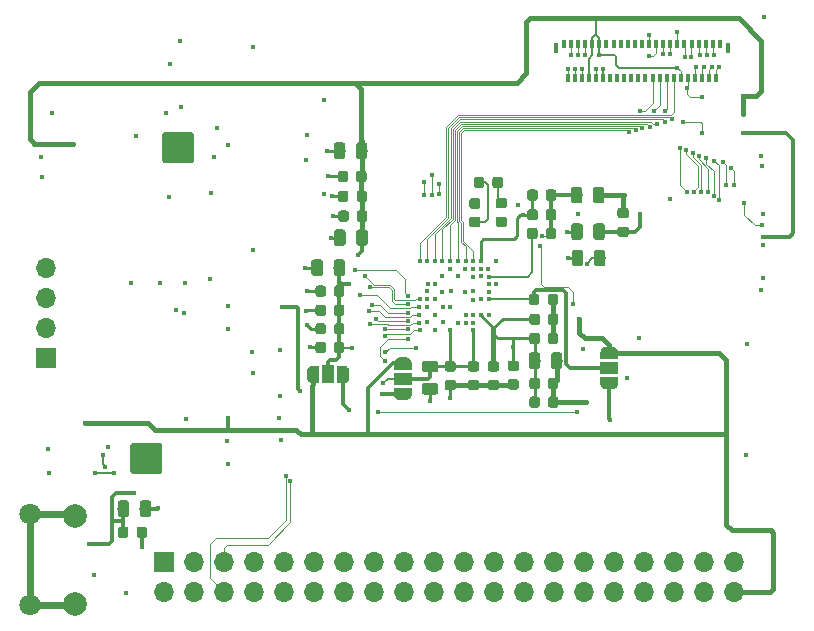
<source format=gbl>
G04 #@! TF.GenerationSoftware,KiCad,Pcbnew,5.1.0*
G04 #@! TF.CreationDate,2019-03-26T01:50:18+00:00*
G04 #@! TF.ProjectId,ESP32_K210,45535033-325f-44b3-9231-302e6b696361,rev?*
G04 #@! TF.SameCoordinates,Original*
G04 #@! TF.FileFunction,Copper,L4,Bot*
G04 #@! TF.FilePolarity,Positive*
%FSLAX46Y46*%
G04 Gerber Fmt 4.6, Leading zero omitted, Abs format (unit mm)*
G04 Created by KiCad (PCBNEW 5.1.0) date 2019-03-26 01:50:18*
%MOMM*%
%LPD*%
G04 APERTURE LIST*
%ADD10C,0.100000*%
%ADD11C,0.875000*%
%ADD12O,1.700000X1.700000*%
%ADD13R,1.700000X1.700000*%
%ADD14C,1.800000*%
%ADD15C,2.000000*%
%ADD16C,0.975000*%
%ADD17C,0.500000*%
%ADD18R,1.500000X1.000000*%
%ADD19R,1.000000X1.500000*%
%ADD20C,2.600000*%
%ADD21R,0.300000X0.800000*%
%ADD22R,0.300000X0.650000*%
%ADD23R,0.400000X0.950000*%
%ADD24C,0.450000*%
%ADD25C,0.088900*%
%ADD26C,0.304800*%
%ADD27C,0.254000*%
%ADD28C,0.406400*%
%ADD29C,0.152400*%
%ADD30C,0.609600*%
G04 APERTURE END LIST*
D10*
G36*
X156246991Y-89442053D02*
G01*
X156268226Y-89445203D01*
X156289050Y-89450419D01*
X156309262Y-89457651D01*
X156328668Y-89466830D01*
X156347081Y-89477866D01*
X156364324Y-89490654D01*
X156380230Y-89505070D01*
X156394646Y-89520976D01*
X156407434Y-89538219D01*
X156418470Y-89556632D01*
X156427649Y-89576038D01*
X156434881Y-89596250D01*
X156440097Y-89617074D01*
X156443247Y-89638309D01*
X156444300Y-89659750D01*
X156444300Y-90172250D01*
X156443247Y-90193691D01*
X156440097Y-90214926D01*
X156434881Y-90235750D01*
X156427649Y-90255962D01*
X156418470Y-90275368D01*
X156407434Y-90293781D01*
X156394646Y-90311024D01*
X156380230Y-90326930D01*
X156364324Y-90341346D01*
X156347081Y-90354134D01*
X156328668Y-90365170D01*
X156309262Y-90374349D01*
X156289050Y-90381581D01*
X156268226Y-90386797D01*
X156246991Y-90389947D01*
X156225550Y-90391000D01*
X155788050Y-90391000D01*
X155766609Y-90389947D01*
X155745374Y-90386797D01*
X155724550Y-90381581D01*
X155704338Y-90374349D01*
X155684932Y-90365170D01*
X155666519Y-90354134D01*
X155649276Y-90341346D01*
X155633370Y-90326930D01*
X155618954Y-90311024D01*
X155606166Y-90293781D01*
X155595130Y-90275368D01*
X155585951Y-90255962D01*
X155578719Y-90235750D01*
X155573503Y-90214926D01*
X155570353Y-90193691D01*
X155569300Y-90172250D01*
X155569300Y-89659750D01*
X155570353Y-89638309D01*
X155573503Y-89617074D01*
X155578719Y-89596250D01*
X155585951Y-89576038D01*
X155595130Y-89556632D01*
X155606166Y-89538219D01*
X155618954Y-89520976D01*
X155633370Y-89505070D01*
X155649276Y-89490654D01*
X155666519Y-89477866D01*
X155684932Y-89466830D01*
X155704338Y-89457651D01*
X155724550Y-89450419D01*
X155745374Y-89445203D01*
X155766609Y-89442053D01*
X155788050Y-89441000D01*
X156225550Y-89441000D01*
X156246991Y-89442053D01*
X156246991Y-89442053D01*
G37*
D11*
X156006800Y-89916000D03*
D10*
G36*
X154671991Y-89442053D02*
G01*
X154693226Y-89445203D01*
X154714050Y-89450419D01*
X154734262Y-89457651D01*
X154753668Y-89466830D01*
X154772081Y-89477866D01*
X154789324Y-89490654D01*
X154805230Y-89505070D01*
X154819646Y-89520976D01*
X154832434Y-89538219D01*
X154843470Y-89556632D01*
X154852649Y-89576038D01*
X154859881Y-89596250D01*
X154865097Y-89617074D01*
X154868247Y-89638309D01*
X154869300Y-89659750D01*
X154869300Y-90172250D01*
X154868247Y-90193691D01*
X154865097Y-90214926D01*
X154859881Y-90235750D01*
X154852649Y-90255962D01*
X154843470Y-90275368D01*
X154832434Y-90293781D01*
X154819646Y-90311024D01*
X154805230Y-90326930D01*
X154789324Y-90341346D01*
X154772081Y-90354134D01*
X154753668Y-90365170D01*
X154734262Y-90374349D01*
X154714050Y-90381581D01*
X154693226Y-90386797D01*
X154671991Y-90389947D01*
X154650550Y-90391000D01*
X154213050Y-90391000D01*
X154191609Y-90389947D01*
X154170374Y-90386797D01*
X154149550Y-90381581D01*
X154129338Y-90374349D01*
X154109932Y-90365170D01*
X154091519Y-90354134D01*
X154074276Y-90341346D01*
X154058370Y-90326930D01*
X154043954Y-90311024D01*
X154031166Y-90293781D01*
X154020130Y-90275368D01*
X154010951Y-90255962D01*
X154003719Y-90235750D01*
X153998503Y-90214926D01*
X153995353Y-90193691D01*
X153994300Y-90172250D01*
X153994300Y-89659750D01*
X153995353Y-89638309D01*
X153998503Y-89617074D01*
X154003719Y-89596250D01*
X154010951Y-89576038D01*
X154020130Y-89556632D01*
X154031166Y-89538219D01*
X154043954Y-89520976D01*
X154058370Y-89505070D01*
X154074276Y-89490654D01*
X154091519Y-89477866D01*
X154109932Y-89466830D01*
X154129338Y-89457651D01*
X154149550Y-89450419D01*
X154170374Y-89445203D01*
X154191609Y-89442053D01*
X154213050Y-89441000D01*
X154650550Y-89441000D01*
X154671991Y-89442053D01*
X154671991Y-89442053D01*
G37*
D11*
X154431800Y-89916000D03*
D10*
G36*
X154227091Y-105049753D02*
G01*
X154248326Y-105052903D01*
X154269150Y-105058119D01*
X154289362Y-105065351D01*
X154308768Y-105074530D01*
X154327181Y-105085566D01*
X154344424Y-105098354D01*
X154360330Y-105112770D01*
X154374746Y-105128676D01*
X154387534Y-105145919D01*
X154398570Y-105164332D01*
X154407749Y-105183738D01*
X154414981Y-105203950D01*
X154420197Y-105224774D01*
X154423347Y-105246009D01*
X154424400Y-105267450D01*
X154424400Y-105704950D01*
X154423347Y-105726391D01*
X154420197Y-105747626D01*
X154414981Y-105768450D01*
X154407749Y-105788662D01*
X154398570Y-105808068D01*
X154387534Y-105826481D01*
X154374746Y-105843724D01*
X154360330Y-105859630D01*
X154344424Y-105874046D01*
X154327181Y-105886834D01*
X154308768Y-105897870D01*
X154289362Y-105907049D01*
X154269150Y-105914281D01*
X154248326Y-105919497D01*
X154227091Y-105922647D01*
X154205650Y-105923700D01*
X153693150Y-105923700D01*
X153671709Y-105922647D01*
X153650474Y-105919497D01*
X153629650Y-105914281D01*
X153609438Y-105907049D01*
X153590032Y-105897870D01*
X153571619Y-105886834D01*
X153554376Y-105874046D01*
X153538470Y-105859630D01*
X153524054Y-105843724D01*
X153511266Y-105826481D01*
X153500230Y-105808068D01*
X153491051Y-105788662D01*
X153483819Y-105768450D01*
X153478603Y-105747626D01*
X153475453Y-105726391D01*
X153474400Y-105704950D01*
X153474400Y-105267450D01*
X153475453Y-105246009D01*
X153478603Y-105224774D01*
X153483819Y-105203950D01*
X153491051Y-105183738D01*
X153500230Y-105164332D01*
X153511266Y-105145919D01*
X153524054Y-105128676D01*
X153538470Y-105112770D01*
X153554376Y-105098354D01*
X153571619Y-105085566D01*
X153590032Y-105074530D01*
X153609438Y-105065351D01*
X153629650Y-105058119D01*
X153650474Y-105052903D01*
X153671709Y-105049753D01*
X153693150Y-105048700D01*
X154205650Y-105048700D01*
X154227091Y-105049753D01*
X154227091Y-105049753D01*
G37*
D11*
X153949400Y-105486200D03*
D10*
G36*
X154227091Y-106624753D02*
G01*
X154248326Y-106627903D01*
X154269150Y-106633119D01*
X154289362Y-106640351D01*
X154308768Y-106649530D01*
X154327181Y-106660566D01*
X154344424Y-106673354D01*
X154360330Y-106687770D01*
X154374746Y-106703676D01*
X154387534Y-106720919D01*
X154398570Y-106739332D01*
X154407749Y-106758738D01*
X154414981Y-106778950D01*
X154420197Y-106799774D01*
X154423347Y-106821009D01*
X154424400Y-106842450D01*
X154424400Y-107279950D01*
X154423347Y-107301391D01*
X154420197Y-107322626D01*
X154414981Y-107343450D01*
X154407749Y-107363662D01*
X154398570Y-107383068D01*
X154387534Y-107401481D01*
X154374746Y-107418724D01*
X154360330Y-107434630D01*
X154344424Y-107449046D01*
X154327181Y-107461834D01*
X154308768Y-107472870D01*
X154289362Y-107482049D01*
X154269150Y-107489281D01*
X154248326Y-107494497D01*
X154227091Y-107497647D01*
X154205650Y-107498700D01*
X153693150Y-107498700D01*
X153671709Y-107497647D01*
X153650474Y-107494497D01*
X153629650Y-107489281D01*
X153609438Y-107482049D01*
X153590032Y-107472870D01*
X153571619Y-107461834D01*
X153554376Y-107449046D01*
X153538470Y-107434630D01*
X153524054Y-107418724D01*
X153511266Y-107401481D01*
X153500230Y-107383068D01*
X153491051Y-107363662D01*
X153483819Y-107343450D01*
X153478603Y-107322626D01*
X153475453Y-107301391D01*
X153474400Y-107279950D01*
X153474400Y-106842450D01*
X153475453Y-106821009D01*
X153478603Y-106799774D01*
X153483819Y-106778950D01*
X153491051Y-106758738D01*
X153500230Y-106739332D01*
X153511266Y-106720919D01*
X153524054Y-106703676D01*
X153538470Y-106687770D01*
X153554376Y-106673354D01*
X153571619Y-106660566D01*
X153590032Y-106649530D01*
X153609438Y-106640351D01*
X153629650Y-106633119D01*
X153650474Y-106627903D01*
X153671709Y-106624753D01*
X153693150Y-106623700D01*
X154205650Y-106623700D01*
X154227091Y-106624753D01*
X154227091Y-106624753D01*
G37*
D11*
X153949400Y-107061200D03*
D12*
X117754400Y-97129600D03*
X117754400Y-99669600D03*
X117754400Y-102209600D03*
D13*
X117754400Y-104749600D03*
D14*
X116414000Y-125718800D03*
X116414000Y-117968800D03*
D15*
X120214000Y-125568800D03*
X120214000Y-118118800D03*
D10*
G36*
X154354091Y-91257353D02*
G01*
X154375326Y-91260503D01*
X154396150Y-91265719D01*
X154416362Y-91272951D01*
X154435768Y-91282130D01*
X154454181Y-91293166D01*
X154471424Y-91305954D01*
X154487330Y-91320370D01*
X154501746Y-91336276D01*
X154514534Y-91353519D01*
X154525570Y-91371932D01*
X154534749Y-91391338D01*
X154541981Y-91411550D01*
X154547197Y-91432374D01*
X154550347Y-91453609D01*
X154551400Y-91475050D01*
X154551400Y-91912550D01*
X154550347Y-91933991D01*
X154547197Y-91955226D01*
X154541981Y-91976050D01*
X154534749Y-91996262D01*
X154525570Y-92015668D01*
X154514534Y-92034081D01*
X154501746Y-92051324D01*
X154487330Y-92067230D01*
X154471424Y-92081646D01*
X154454181Y-92094434D01*
X154435768Y-92105470D01*
X154416362Y-92114649D01*
X154396150Y-92121881D01*
X154375326Y-92127097D01*
X154354091Y-92130247D01*
X154332650Y-92131300D01*
X153820150Y-92131300D01*
X153798709Y-92130247D01*
X153777474Y-92127097D01*
X153756650Y-92121881D01*
X153736438Y-92114649D01*
X153717032Y-92105470D01*
X153698619Y-92094434D01*
X153681376Y-92081646D01*
X153665470Y-92067230D01*
X153651054Y-92051324D01*
X153638266Y-92034081D01*
X153627230Y-92015668D01*
X153618051Y-91996262D01*
X153610819Y-91976050D01*
X153605603Y-91955226D01*
X153602453Y-91933991D01*
X153601400Y-91912550D01*
X153601400Y-91475050D01*
X153602453Y-91453609D01*
X153605603Y-91432374D01*
X153610819Y-91411550D01*
X153618051Y-91391338D01*
X153627230Y-91371932D01*
X153638266Y-91353519D01*
X153651054Y-91336276D01*
X153665470Y-91320370D01*
X153681376Y-91305954D01*
X153698619Y-91293166D01*
X153717032Y-91282130D01*
X153736438Y-91272951D01*
X153756650Y-91265719D01*
X153777474Y-91260503D01*
X153798709Y-91257353D01*
X153820150Y-91256300D01*
X154332650Y-91256300D01*
X154354091Y-91257353D01*
X154354091Y-91257353D01*
G37*
D11*
X154076400Y-91693800D03*
D10*
G36*
X154354091Y-92832353D02*
G01*
X154375326Y-92835503D01*
X154396150Y-92840719D01*
X154416362Y-92847951D01*
X154435768Y-92857130D01*
X154454181Y-92868166D01*
X154471424Y-92880954D01*
X154487330Y-92895370D01*
X154501746Y-92911276D01*
X154514534Y-92928519D01*
X154525570Y-92946932D01*
X154534749Y-92966338D01*
X154541981Y-92986550D01*
X154547197Y-93007374D01*
X154550347Y-93028609D01*
X154551400Y-93050050D01*
X154551400Y-93487550D01*
X154550347Y-93508991D01*
X154547197Y-93530226D01*
X154541981Y-93551050D01*
X154534749Y-93571262D01*
X154525570Y-93590668D01*
X154514534Y-93609081D01*
X154501746Y-93626324D01*
X154487330Y-93642230D01*
X154471424Y-93656646D01*
X154454181Y-93669434D01*
X154435768Y-93680470D01*
X154416362Y-93689649D01*
X154396150Y-93696881D01*
X154375326Y-93702097D01*
X154354091Y-93705247D01*
X154332650Y-93706300D01*
X153820150Y-93706300D01*
X153798709Y-93705247D01*
X153777474Y-93702097D01*
X153756650Y-93696881D01*
X153736438Y-93689649D01*
X153717032Y-93680470D01*
X153698619Y-93669434D01*
X153681376Y-93656646D01*
X153665470Y-93642230D01*
X153651054Y-93626324D01*
X153638266Y-93609081D01*
X153627230Y-93590668D01*
X153618051Y-93571262D01*
X153610819Y-93551050D01*
X153605603Y-93530226D01*
X153602453Y-93508991D01*
X153601400Y-93487550D01*
X153601400Y-93050050D01*
X153602453Y-93028609D01*
X153605603Y-93007374D01*
X153610819Y-92986550D01*
X153618051Y-92966338D01*
X153627230Y-92946932D01*
X153638266Y-92928519D01*
X153651054Y-92911276D01*
X153665470Y-92895370D01*
X153681376Y-92880954D01*
X153698619Y-92868166D01*
X153717032Y-92857130D01*
X153736438Y-92847951D01*
X153756650Y-92840719D01*
X153777474Y-92835503D01*
X153798709Y-92832353D01*
X153820150Y-92831300D01*
X154332650Y-92831300D01*
X154354091Y-92832353D01*
X154354091Y-92832353D01*
G37*
D11*
X154076400Y-93268800D03*
D10*
G36*
X156589291Y-91232053D02*
G01*
X156610526Y-91235203D01*
X156631350Y-91240419D01*
X156651562Y-91247651D01*
X156670968Y-91256830D01*
X156689381Y-91267866D01*
X156706624Y-91280654D01*
X156722530Y-91295070D01*
X156736946Y-91310976D01*
X156749734Y-91328219D01*
X156760770Y-91346632D01*
X156769949Y-91366038D01*
X156777181Y-91386250D01*
X156782397Y-91407074D01*
X156785547Y-91428309D01*
X156786600Y-91449750D01*
X156786600Y-91887250D01*
X156785547Y-91908691D01*
X156782397Y-91929926D01*
X156777181Y-91950750D01*
X156769949Y-91970962D01*
X156760770Y-91990368D01*
X156749734Y-92008781D01*
X156736946Y-92026024D01*
X156722530Y-92041930D01*
X156706624Y-92056346D01*
X156689381Y-92069134D01*
X156670968Y-92080170D01*
X156651562Y-92089349D01*
X156631350Y-92096581D01*
X156610526Y-92101797D01*
X156589291Y-92104947D01*
X156567850Y-92106000D01*
X156055350Y-92106000D01*
X156033909Y-92104947D01*
X156012674Y-92101797D01*
X155991850Y-92096581D01*
X155971638Y-92089349D01*
X155952232Y-92080170D01*
X155933819Y-92069134D01*
X155916576Y-92056346D01*
X155900670Y-92041930D01*
X155886254Y-92026024D01*
X155873466Y-92008781D01*
X155862430Y-91990368D01*
X155853251Y-91970962D01*
X155846019Y-91950750D01*
X155840803Y-91929926D01*
X155837653Y-91908691D01*
X155836600Y-91887250D01*
X155836600Y-91449750D01*
X155837653Y-91428309D01*
X155840803Y-91407074D01*
X155846019Y-91386250D01*
X155853251Y-91366038D01*
X155862430Y-91346632D01*
X155873466Y-91328219D01*
X155886254Y-91310976D01*
X155900670Y-91295070D01*
X155916576Y-91280654D01*
X155933819Y-91267866D01*
X155952232Y-91256830D01*
X155971638Y-91247651D01*
X155991850Y-91240419D01*
X156012674Y-91235203D01*
X156033909Y-91232053D01*
X156055350Y-91231000D01*
X156567850Y-91231000D01*
X156589291Y-91232053D01*
X156589291Y-91232053D01*
G37*
D11*
X156311600Y-91668500D03*
D10*
G36*
X156589291Y-92807053D02*
G01*
X156610526Y-92810203D01*
X156631350Y-92815419D01*
X156651562Y-92822651D01*
X156670968Y-92831830D01*
X156689381Y-92842866D01*
X156706624Y-92855654D01*
X156722530Y-92870070D01*
X156736946Y-92885976D01*
X156749734Y-92903219D01*
X156760770Y-92921632D01*
X156769949Y-92941038D01*
X156777181Y-92961250D01*
X156782397Y-92982074D01*
X156785547Y-93003309D01*
X156786600Y-93024750D01*
X156786600Y-93462250D01*
X156785547Y-93483691D01*
X156782397Y-93504926D01*
X156777181Y-93525750D01*
X156769949Y-93545962D01*
X156760770Y-93565368D01*
X156749734Y-93583781D01*
X156736946Y-93601024D01*
X156722530Y-93616930D01*
X156706624Y-93631346D01*
X156689381Y-93644134D01*
X156670968Y-93655170D01*
X156651562Y-93664349D01*
X156631350Y-93671581D01*
X156610526Y-93676797D01*
X156589291Y-93679947D01*
X156567850Y-93681000D01*
X156055350Y-93681000D01*
X156033909Y-93679947D01*
X156012674Y-93676797D01*
X155991850Y-93671581D01*
X155971638Y-93664349D01*
X155952232Y-93655170D01*
X155933819Y-93644134D01*
X155916576Y-93631346D01*
X155900670Y-93616930D01*
X155886254Y-93601024D01*
X155873466Y-93583781D01*
X155862430Y-93565368D01*
X155853251Y-93545962D01*
X155846019Y-93525750D01*
X155840803Y-93504926D01*
X155837653Y-93483691D01*
X155836600Y-93462250D01*
X155836600Y-93024750D01*
X155837653Y-93003309D01*
X155840803Y-92982074D01*
X155846019Y-92961250D01*
X155853251Y-92941038D01*
X155862430Y-92921632D01*
X155873466Y-92903219D01*
X155886254Y-92885976D01*
X155900670Y-92870070D01*
X155916576Y-92855654D01*
X155933819Y-92842866D01*
X155952232Y-92831830D01*
X155971638Y-92822651D01*
X155991850Y-92815419D01*
X156012674Y-92810203D01*
X156033909Y-92807053D01*
X156055350Y-92806000D01*
X156567850Y-92806000D01*
X156589291Y-92807053D01*
X156589291Y-92807053D01*
G37*
D11*
X156311600Y-93243500D03*
D10*
G36*
X150771942Y-106900274D02*
G01*
X150795603Y-106903784D01*
X150818807Y-106909596D01*
X150841329Y-106917654D01*
X150862953Y-106927882D01*
X150883470Y-106940179D01*
X150902683Y-106954429D01*
X150920407Y-106970493D01*
X150936471Y-106988217D01*
X150950721Y-107007430D01*
X150963018Y-107027947D01*
X150973246Y-107049571D01*
X150981304Y-107072093D01*
X150987116Y-107095297D01*
X150990626Y-107118958D01*
X150991800Y-107142850D01*
X150991800Y-107630350D01*
X150990626Y-107654242D01*
X150987116Y-107677903D01*
X150981304Y-107701107D01*
X150973246Y-107723629D01*
X150963018Y-107745253D01*
X150950721Y-107765770D01*
X150936471Y-107784983D01*
X150920407Y-107802707D01*
X150902683Y-107818771D01*
X150883470Y-107833021D01*
X150862953Y-107845318D01*
X150841329Y-107855546D01*
X150818807Y-107863604D01*
X150795603Y-107869416D01*
X150771942Y-107872926D01*
X150748050Y-107874100D01*
X149835550Y-107874100D01*
X149811658Y-107872926D01*
X149787997Y-107869416D01*
X149764793Y-107863604D01*
X149742271Y-107855546D01*
X149720647Y-107845318D01*
X149700130Y-107833021D01*
X149680917Y-107818771D01*
X149663193Y-107802707D01*
X149647129Y-107784983D01*
X149632879Y-107765770D01*
X149620582Y-107745253D01*
X149610354Y-107723629D01*
X149602296Y-107701107D01*
X149596484Y-107677903D01*
X149592974Y-107654242D01*
X149591800Y-107630350D01*
X149591800Y-107142850D01*
X149592974Y-107118958D01*
X149596484Y-107095297D01*
X149602296Y-107072093D01*
X149610354Y-107049571D01*
X149620582Y-107027947D01*
X149632879Y-107007430D01*
X149647129Y-106988217D01*
X149663193Y-106970493D01*
X149680917Y-106954429D01*
X149700130Y-106940179D01*
X149720647Y-106927882D01*
X149742271Y-106917654D01*
X149764793Y-106909596D01*
X149787997Y-106903784D01*
X149811658Y-106900274D01*
X149835550Y-106899100D01*
X150748050Y-106899100D01*
X150771942Y-106900274D01*
X150771942Y-106900274D01*
G37*
D16*
X150291800Y-107386600D03*
D10*
G36*
X150771942Y-105025274D02*
G01*
X150795603Y-105028784D01*
X150818807Y-105034596D01*
X150841329Y-105042654D01*
X150862953Y-105052882D01*
X150883470Y-105065179D01*
X150902683Y-105079429D01*
X150920407Y-105095493D01*
X150936471Y-105113217D01*
X150950721Y-105132430D01*
X150963018Y-105152947D01*
X150973246Y-105174571D01*
X150981304Y-105197093D01*
X150987116Y-105220297D01*
X150990626Y-105243958D01*
X150991800Y-105267850D01*
X150991800Y-105755350D01*
X150990626Y-105779242D01*
X150987116Y-105802903D01*
X150981304Y-105826107D01*
X150973246Y-105848629D01*
X150963018Y-105870253D01*
X150950721Y-105890770D01*
X150936471Y-105909983D01*
X150920407Y-105927707D01*
X150902683Y-105943771D01*
X150883470Y-105958021D01*
X150862953Y-105970318D01*
X150841329Y-105980546D01*
X150818807Y-105988604D01*
X150795603Y-105994416D01*
X150771942Y-105997926D01*
X150748050Y-105999100D01*
X149835550Y-105999100D01*
X149811658Y-105997926D01*
X149787997Y-105994416D01*
X149764793Y-105988604D01*
X149742271Y-105980546D01*
X149720647Y-105970318D01*
X149700130Y-105958021D01*
X149680917Y-105943771D01*
X149663193Y-105927707D01*
X149647129Y-105909983D01*
X149632879Y-105890770D01*
X149620582Y-105870253D01*
X149610354Y-105848629D01*
X149602296Y-105826107D01*
X149596484Y-105802903D01*
X149592974Y-105779242D01*
X149591800Y-105755350D01*
X149591800Y-105267850D01*
X149592974Y-105243958D01*
X149596484Y-105220297D01*
X149602296Y-105197093D01*
X149610354Y-105174571D01*
X149620582Y-105152947D01*
X149632879Y-105132430D01*
X149647129Y-105113217D01*
X149663193Y-105095493D01*
X149680917Y-105079429D01*
X149700130Y-105065179D01*
X149720647Y-105052882D01*
X149742271Y-105042654D01*
X149764793Y-105034596D01*
X149787997Y-105028784D01*
X149811658Y-105025274D01*
X149835550Y-105024100D01*
X150748050Y-105024100D01*
X150771942Y-105025274D01*
X150771942Y-105025274D01*
G37*
D16*
X150291800Y-105511600D03*
D10*
G36*
X152271291Y-105049753D02*
G01*
X152292526Y-105052903D01*
X152313350Y-105058119D01*
X152333562Y-105065351D01*
X152352968Y-105074530D01*
X152371381Y-105085566D01*
X152388624Y-105098354D01*
X152404530Y-105112770D01*
X152418946Y-105128676D01*
X152431734Y-105145919D01*
X152442770Y-105164332D01*
X152451949Y-105183738D01*
X152459181Y-105203950D01*
X152464397Y-105224774D01*
X152467547Y-105246009D01*
X152468600Y-105267450D01*
X152468600Y-105704950D01*
X152467547Y-105726391D01*
X152464397Y-105747626D01*
X152459181Y-105768450D01*
X152451949Y-105788662D01*
X152442770Y-105808068D01*
X152431734Y-105826481D01*
X152418946Y-105843724D01*
X152404530Y-105859630D01*
X152388624Y-105874046D01*
X152371381Y-105886834D01*
X152352968Y-105897870D01*
X152333562Y-105907049D01*
X152313350Y-105914281D01*
X152292526Y-105919497D01*
X152271291Y-105922647D01*
X152249850Y-105923700D01*
X151737350Y-105923700D01*
X151715909Y-105922647D01*
X151694674Y-105919497D01*
X151673850Y-105914281D01*
X151653638Y-105907049D01*
X151634232Y-105897870D01*
X151615819Y-105886834D01*
X151598576Y-105874046D01*
X151582670Y-105859630D01*
X151568254Y-105843724D01*
X151555466Y-105826481D01*
X151544430Y-105808068D01*
X151535251Y-105788662D01*
X151528019Y-105768450D01*
X151522803Y-105747626D01*
X151519653Y-105726391D01*
X151518600Y-105704950D01*
X151518600Y-105267450D01*
X151519653Y-105246009D01*
X151522803Y-105224774D01*
X151528019Y-105203950D01*
X151535251Y-105183738D01*
X151544430Y-105164332D01*
X151555466Y-105145919D01*
X151568254Y-105128676D01*
X151582670Y-105112770D01*
X151598576Y-105098354D01*
X151615819Y-105085566D01*
X151634232Y-105074530D01*
X151653638Y-105065351D01*
X151673850Y-105058119D01*
X151694674Y-105052903D01*
X151715909Y-105049753D01*
X151737350Y-105048700D01*
X152249850Y-105048700D01*
X152271291Y-105049753D01*
X152271291Y-105049753D01*
G37*
D11*
X151993600Y-105486200D03*
D10*
G36*
X152271291Y-106624753D02*
G01*
X152292526Y-106627903D01*
X152313350Y-106633119D01*
X152333562Y-106640351D01*
X152352968Y-106649530D01*
X152371381Y-106660566D01*
X152388624Y-106673354D01*
X152404530Y-106687770D01*
X152418946Y-106703676D01*
X152431734Y-106720919D01*
X152442770Y-106739332D01*
X152451949Y-106758738D01*
X152459181Y-106778950D01*
X152464397Y-106799774D01*
X152467547Y-106821009D01*
X152468600Y-106842450D01*
X152468600Y-107279950D01*
X152467547Y-107301391D01*
X152464397Y-107322626D01*
X152459181Y-107343450D01*
X152451949Y-107363662D01*
X152442770Y-107383068D01*
X152431734Y-107401481D01*
X152418946Y-107418724D01*
X152404530Y-107434630D01*
X152388624Y-107449046D01*
X152371381Y-107461834D01*
X152352968Y-107472870D01*
X152333562Y-107482049D01*
X152313350Y-107489281D01*
X152292526Y-107494497D01*
X152271291Y-107497647D01*
X152249850Y-107498700D01*
X151737350Y-107498700D01*
X151715909Y-107497647D01*
X151694674Y-107494497D01*
X151673850Y-107489281D01*
X151653638Y-107482049D01*
X151634232Y-107472870D01*
X151615819Y-107461834D01*
X151598576Y-107449046D01*
X151582670Y-107434630D01*
X151568254Y-107418724D01*
X151555466Y-107401481D01*
X151544430Y-107383068D01*
X151535251Y-107363662D01*
X151528019Y-107343450D01*
X151522803Y-107322626D01*
X151519653Y-107301391D01*
X151518600Y-107279950D01*
X151518600Y-106842450D01*
X151519653Y-106821009D01*
X151522803Y-106799774D01*
X151528019Y-106778950D01*
X151535251Y-106758738D01*
X151544430Y-106739332D01*
X151555466Y-106720919D01*
X151568254Y-106703676D01*
X151582670Y-106687770D01*
X151598576Y-106673354D01*
X151615819Y-106660566D01*
X151634232Y-106649530D01*
X151653638Y-106640351D01*
X151673850Y-106633119D01*
X151694674Y-106627903D01*
X151715909Y-106624753D01*
X151737350Y-106623700D01*
X152249850Y-106623700D01*
X152271291Y-106624753D01*
X152271291Y-106624753D01*
G37*
D11*
X151993600Y-107061200D03*
D10*
G36*
X142863242Y-96430774D02*
G01*
X142886903Y-96434284D01*
X142910107Y-96440096D01*
X142932629Y-96448154D01*
X142954253Y-96458382D01*
X142974770Y-96470679D01*
X142993983Y-96484929D01*
X143011707Y-96500993D01*
X143027771Y-96518717D01*
X143042021Y-96537930D01*
X143054318Y-96558447D01*
X143064546Y-96580071D01*
X143072604Y-96602593D01*
X143078416Y-96625797D01*
X143081926Y-96649458D01*
X143083100Y-96673350D01*
X143083100Y-97585850D01*
X143081926Y-97609742D01*
X143078416Y-97633403D01*
X143072604Y-97656607D01*
X143064546Y-97679129D01*
X143054318Y-97700753D01*
X143042021Y-97721270D01*
X143027771Y-97740483D01*
X143011707Y-97758207D01*
X142993983Y-97774271D01*
X142974770Y-97788521D01*
X142954253Y-97800818D01*
X142932629Y-97811046D01*
X142910107Y-97819104D01*
X142886903Y-97824916D01*
X142863242Y-97828426D01*
X142839350Y-97829600D01*
X142351850Y-97829600D01*
X142327958Y-97828426D01*
X142304297Y-97824916D01*
X142281093Y-97819104D01*
X142258571Y-97811046D01*
X142236947Y-97800818D01*
X142216430Y-97788521D01*
X142197217Y-97774271D01*
X142179493Y-97758207D01*
X142163429Y-97740483D01*
X142149179Y-97721270D01*
X142136882Y-97700753D01*
X142126654Y-97679129D01*
X142118596Y-97656607D01*
X142112784Y-97633403D01*
X142109274Y-97609742D01*
X142108100Y-97585850D01*
X142108100Y-96673350D01*
X142109274Y-96649458D01*
X142112784Y-96625797D01*
X142118596Y-96602593D01*
X142126654Y-96580071D01*
X142136882Y-96558447D01*
X142149179Y-96537930D01*
X142163429Y-96518717D01*
X142179493Y-96500993D01*
X142197217Y-96484929D01*
X142216430Y-96470679D01*
X142236947Y-96458382D01*
X142258571Y-96448154D01*
X142281093Y-96440096D01*
X142304297Y-96434284D01*
X142327958Y-96430774D01*
X142351850Y-96429600D01*
X142839350Y-96429600D01*
X142863242Y-96430774D01*
X142863242Y-96430774D01*
G37*
D16*
X142595600Y-97129600D03*
D10*
G36*
X140988242Y-96430774D02*
G01*
X141011903Y-96434284D01*
X141035107Y-96440096D01*
X141057629Y-96448154D01*
X141079253Y-96458382D01*
X141099770Y-96470679D01*
X141118983Y-96484929D01*
X141136707Y-96500993D01*
X141152771Y-96518717D01*
X141167021Y-96537930D01*
X141179318Y-96558447D01*
X141189546Y-96580071D01*
X141197604Y-96602593D01*
X141203416Y-96625797D01*
X141206926Y-96649458D01*
X141208100Y-96673350D01*
X141208100Y-97585850D01*
X141206926Y-97609742D01*
X141203416Y-97633403D01*
X141197604Y-97656607D01*
X141189546Y-97679129D01*
X141179318Y-97700753D01*
X141167021Y-97721270D01*
X141152771Y-97740483D01*
X141136707Y-97758207D01*
X141118983Y-97774271D01*
X141099770Y-97788521D01*
X141079253Y-97800818D01*
X141057629Y-97811046D01*
X141035107Y-97819104D01*
X141011903Y-97824916D01*
X140988242Y-97828426D01*
X140964350Y-97829600D01*
X140476850Y-97829600D01*
X140452958Y-97828426D01*
X140429297Y-97824916D01*
X140406093Y-97819104D01*
X140383571Y-97811046D01*
X140361947Y-97800818D01*
X140341430Y-97788521D01*
X140322217Y-97774271D01*
X140304493Y-97758207D01*
X140288429Y-97740483D01*
X140274179Y-97721270D01*
X140261882Y-97700753D01*
X140251654Y-97679129D01*
X140243596Y-97656607D01*
X140237784Y-97633403D01*
X140234274Y-97609742D01*
X140233100Y-97585850D01*
X140233100Y-96673350D01*
X140234274Y-96649458D01*
X140237784Y-96625797D01*
X140243596Y-96602593D01*
X140251654Y-96580071D01*
X140261882Y-96558447D01*
X140274179Y-96537930D01*
X140288429Y-96518717D01*
X140304493Y-96500993D01*
X140322217Y-96484929D01*
X140341430Y-96470679D01*
X140361947Y-96458382D01*
X140383571Y-96448154D01*
X140406093Y-96440096D01*
X140429297Y-96434284D01*
X140452958Y-96430774D01*
X140476850Y-96429600D01*
X140964350Y-96429600D01*
X140988242Y-96430774D01*
X140988242Y-96430774D01*
G37*
D16*
X140720600Y-97129600D03*
D10*
G36*
X141260791Y-103412053D02*
G01*
X141282026Y-103415203D01*
X141302850Y-103420419D01*
X141323062Y-103427651D01*
X141342468Y-103436830D01*
X141360881Y-103447866D01*
X141378124Y-103460654D01*
X141394030Y-103475070D01*
X141408446Y-103490976D01*
X141421234Y-103508219D01*
X141432270Y-103526632D01*
X141441449Y-103546038D01*
X141448681Y-103566250D01*
X141453897Y-103587074D01*
X141457047Y-103608309D01*
X141458100Y-103629750D01*
X141458100Y-104142250D01*
X141457047Y-104163691D01*
X141453897Y-104184926D01*
X141448681Y-104205750D01*
X141441449Y-104225962D01*
X141432270Y-104245368D01*
X141421234Y-104263781D01*
X141408446Y-104281024D01*
X141394030Y-104296930D01*
X141378124Y-104311346D01*
X141360881Y-104324134D01*
X141342468Y-104335170D01*
X141323062Y-104344349D01*
X141302850Y-104351581D01*
X141282026Y-104356797D01*
X141260791Y-104359947D01*
X141239350Y-104361000D01*
X140801850Y-104361000D01*
X140780409Y-104359947D01*
X140759174Y-104356797D01*
X140738350Y-104351581D01*
X140718138Y-104344349D01*
X140698732Y-104335170D01*
X140680319Y-104324134D01*
X140663076Y-104311346D01*
X140647170Y-104296930D01*
X140632754Y-104281024D01*
X140619966Y-104263781D01*
X140608930Y-104245368D01*
X140599751Y-104225962D01*
X140592519Y-104205750D01*
X140587303Y-104184926D01*
X140584153Y-104163691D01*
X140583100Y-104142250D01*
X140583100Y-103629750D01*
X140584153Y-103608309D01*
X140587303Y-103587074D01*
X140592519Y-103566250D01*
X140599751Y-103546038D01*
X140608930Y-103526632D01*
X140619966Y-103508219D01*
X140632754Y-103490976D01*
X140647170Y-103475070D01*
X140663076Y-103460654D01*
X140680319Y-103447866D01*
X140698732Y-103436830D01*
X140718138Y-103427651D01*
X140738350Y-103420419D01*
X140759174Y-103415203D01*
X140780409Y-103412053D01*
X140801850Y-103411000D01*
X141239350Y-103411000D01*
X141260791Y-103412053D01*
X141260791Y-103412053D01*
G37*
D11*
X141020600Y-103886000D03*
D10*
G36*
X142835791Y-103412053D02*
G01*
X142857026Y-103415203D01*
X142877850Y-103420419D01*
X142898062Y-103427651D01*
X142917468Y-103436830D01*
X142935881Y-103447866D01*
X142953124Y-103460654D01*
X142969030Y-103475070D01*
X142983446Y-103490976D01*
X142996234Y-103508219D01*
X143007270Y-103526632D01*
X143016449Y-103546038D01*
X143023681Y-103566250D01*
X143028897Y-103587074D01*
X143032047Y-103608309D01*
X143033100Y-103629750D01*
X143033100Y-104142250D01*
X143032047Y-104163691D01*
X143028897Y-104184926D01*
X143023681Y-104205750D01*
X143016449Y-104225962D01*
X143007270Y-104245368D01*
X142996234Y-104263781D01*
X142983446Y-104281024D01*
X142969030Y-104296930D01*
X142953124Y-104311346D01*
X142935881Y-104324134D01*
X142917468Y-104335170D01*
X142898062Y-104344349D01*
X142877850Y-104351581D01*
X142857026Y-104356797D01*
X142835791Y-104359947D01*
X142814350Y-104361000D01*
X142376850Y-104361000D01*
X142355409Y-104359947D01*
X142334174Y-104356797D01*
X142313350Y-104351581D01*
X142293138Y-104344349D01*
X142273732Y-104335170D01*
X142255319Y-104324134D01*
X142238076Y-104311346D01*
X142222170Y-104296930D01*
X142207754Y-104281024D01*
X142194966Y-104263781D01*
X142183930Y-104245368D01*
X142174751Y-104225962D01*
X142167519Y-104205750D01*
X142162303Y-104184926D01*
X142159153Y-104163691D01*
X142158100Y-104142250D01*
X142158100Y-103629750D01*
X142159153Y-103608309D01*
X142162303Y-103587074D01*
X142167519Y-103566250D01*
X142174751Y-103546038D01*
X142183930Y-103526632D01*
X142194966Y-103508219D01*
X142207754Y-103490976D01*
X142222170Y-103475070D01*
X142238076Y-103460654D01*
X142255319Y-103447866D01*
X142273732Y-103436830D01*
X142293138Y-103427651D01*
X142313350Y-103420419D01*
X142334174Y-103415203D01*
X142355409Y-103412053D01*
X142376850Y-103411000D01*
X142814350Y-103411000D01*
X142835791Y-103412053D01*
X142835791Y-103412053D01*
G37*
D11*
X142595600Y-103886000D03*
D10*
G36*
X142835791Y-98636853D02*
G01*
X142857026Y-98640003D01*
X142877850Y-98645219D01*
X142898062Y-98652451D01*
X142917468Y-98661630D01*
X142935881Y-98672666D01*
X142953124Y-98685454D01*
X142969030Y-98699870D01*
X142983446Y-98715776D01*
X142996234Y-98733019D01*
X143007270Y-98751432D01*
X143016449Y-98770838D01*
X143023681Y-98791050D01*
X143028897Y-98811874D01*
X143032047Y-98833109D01*
X143033100Y-98854550D01*
X143033100Y-99367050D01*
X143032047Y-99388491D01*
X143028897Y-99409726D01*
X143023681Y-99430550D01*
X143016449Y-99450762D01*
X143007270Y-99470168D01*
X142996234Y-99488581D01*
X142983446Y-99505824D01*
X142969030Y-99521730D01*
X142953124Y-99536146D01*
X142935881Y-99548934D01*
X142917468Y-99559970D01*
X142898062Y-99569149D01*
X142877850Y-99576381D01*
X142857026Y-99581597D01*
X142835791Y-99584747D01*
X142814350Y-99585800D01*
X142376850Y-99585800D01*
X142355409Y-99584747D01*
X142334174Y-99581597D01*
X142313350Y-99576381D01*
X142293138Y-99569149D01*
X142273732Y-99559970D01*
X142255319Y-99548934D01*
X142238076Y-99536146D01*
X142222170Y-99521730D01*
X142207754Y-99505824D01*
X142194966Y-99488581D01*
X142183930Y-99470168D01*
X142174751Y-99450762D01*
X142167519Y-99430550D01*
X142162303Y-99409726D01*
X142159153Y-99388491D01*
X142158100Y-99367050D01*
X142158100Y-98854550D01*
X142159153Y-98833109D01*
X142162303Y-98811874D01*
X142167519Y-98791050D01*
X142174751Y-98770838D01*
X142183930Y-98751432D01*
X142194966Y-98733019D01*
X142207754Y-98715776D01*
X142222170Y-98699870D01*
X142238076Y-98685454D01*
X142255319Y-98672666D01*
X142273732Y-98661630D01*
X142293138Y-98652451D01*
X142313350Y-98645219D01*
X142334174Y-98640003D01*
X142355409Y-98636853D01*
X142376850Y-98635800D01*
X142814350Y-98635800D01*
X142835791Y-98636853D01*
X142835791Y-98636853D01*
G37*
D11*
X142595600Y-99110800D03*
D10*
G36*
X141260791Y-98636853D02*
G01*
X141282026Y-98640003D01*
X141302850Y-98645219D01*
X141323062Y-98652451D01*
X141342468Y-98661630D01*
X141360881Y-98672666D01*
X141378124Y-98685454D01*
X141394030Y-98699870D01*
X141408446Y-98715776D01*
X141421234Y-98733019D01*
X141432270Y-98751432D01*
X141441449Y-98770838D01*
X141448681Y-98791050D01*
X141453897Y-98811874D01*
X141457047Y-98833109D01*
X141458100Y-98854550D01*
X141458100Y-99367050D01*
X141457047Y-99388491D01*
X141453897Y-99409726D01*
X141448681Y-99430550D01*
X141441449Y-99450762D01*
X141432270Y-99470168D01*
X141421234Y-99488581D01*
X141408446Y-99505824D01*
X141394030Y-99521730D01*
X141378124Y-99536146D01*
X141360881Y-99548934D01*
X141342468Y-99559970D01*
X141323062Y-99569149D01*
X141302850Y-99576381D01*
X141282026Y-99581597D01*
X141260791Y-99584747D01*
X141239350Y-99585800D01*
X140801850Y-99585800D01*
X140780409Y-99584747D01*
X140759174Y-99581597D01*
X140738350Y-99576381D01*
X140718138Y-99569149D01*
X140698732Y-99559970D01*
X140680319Y-99548934D01*
X140663076Y-99536146D01*
X140647170Y-99521730D01*
X140632754Y-99505824D01*
X140619966Y-99488581D01*
X140608930Y-99470168D01*
X140599751Y-99450762D01*
X140592519Y-99430550D01*
X140587303Y-99409726D01*
X140584153Y-99388491D01*
X140583100Y-99367050D01*
X140583100Y-98854550D01*
X140584153Y-98833109D01*
X140587303Y-98811874D01*
X140592519Y-98791050D01*
X140599751Y-98770838D01*
X140608930Y-98751432D01*
X140619966Y-98733019D01*
X140632754Y-98715776D01*
X140647170Y-98699870D01*
X140663076Y-98685454D01*
X140680319Y-98672666D01*
X140698732Y-98661630D01*
X140718138Y-98652451D01*
X140738350Y-98645219D01*
X140759174Y-98640003D01*
X140780409Y-98636853D01*
X140801850Y-98635800D01*
X141239350Y-98635800D01*
X141260791Y-98636853D01*
X141260791Y-98636853D01*
G37*
D11*
X141020600Y-99110800D03*
D10*
G36*
X141260791Y-100262453D02*
G01*
X141282026Y-100265603D01*
X141302850Y-100270819D01*
X141323062Y-100278051D01*
X141342468Y-100287230D01*
X141360881Y-100298266D01*
X141378124Y-100311054D01*
X141394030Y-100325470D01*
X141408446Y-100341376D01*
X141421234Y-100358619D01*
X141432270Y-100377032D01*
X141441449Y-100396438D01*
X141448681Y-100416650D01*
X141453897Y-100437474D01*
X141457047Y-100458709D01*
X141458100Y-100480150D01*
X141458100Y-100992650D01*
X141457047Y-101014091D01*
X141453897Y-101035326D01*
X141448681Y-101056150D01*
X141441449Y-101076362D01*
X141432270Y-101095768D01*
X141421234Y-101114181D01*
X141408446Y-101131424D01*
X141394030Y-101147330D01*
X141378124Y-101161746D01*
X141360881Y-101174534D01*
X141342468Y-101185570D01*
X141323062Y-101194749D01*
X141302850Y-101201981D01*
X141282026Y-101207197D01*
X141260791Y-101210347D01*
X141239350Y-101211400D01*
X140801850Y-101211400D01*
X140780409Y-101210347D01*
X140759174Y-101207197D01*
X140738350Y-101201981D01*
X140718138Y-101194749D01*
X140698732Y-101185570D01*
X140680319Y-101174534D01*
X140663076Y-101161746D01*
X140647170Y-101147330D01*
X140632754Y-101131424D01*
X140619966Y-101114181D01*
X140608930Y-101095768D01*
X140599751Y-101076362D01*
X140592519Y-101056150D01*
X140587303Y-101035326D01*
X140584153Y-101014091D01*
X140583100Y-100992650D01*
X140583100Y-100480150D01*
X140584153Y-100458709D01*
X140587303Y-100437474D01*
X140592519Y-100416650D01*
X140599751Y-100396438D01*
X140608930Y-100377032D01*
X140619966Y-100358619D01*
X140632754Y-100341376D01*
X140647170Y-100325470D01*
X140663076Y-100311054D01*
X140680319Y-100298266D01*
X140698732Y-100287230D01*
X140718138Y-100278051D01*
X140738350Y-100270819D01*
X140759174Y-100265603D01*
X140780409Y-100262453D01*
X140801850Y-100261400D01*
X141239350Y-100261400D01*
X141260791Y-100262453D01*
X141260791Y-100262453D01*
G37*
D11*
X141020600Y-100736400D03*
D10*
G36*
X142835791Y-100262453D02*
G01*
X142857026Y-100265603D01*
X142877850Y-100270819D01*
X142898062Y-100278051D01*
X142917468Y-100287230D01*
X142935881Y-100298266D01*
X142953124Y-100311054D01*
X142969030Y-100325470D01*
X142983446Y-100341376D01*
X142996234Y-100358619D01*
X143007270Y-100377032D01*
X143016449Y-100396438D01*
X143023681Y-100416650D01*
X143028897Y-100437474D01*
X143032047Y-100458709D01*
X143033100Y-100480150D01*
X143033100Y-100992650D01*
X143032047Y-101014091D01*
X143028897Y-101035326D01*
X143023681Y-101056150D01*
X143016449Y-101076362D01*
X143007270Y-101095768D01*
X142996234Y-101114181D01*
X142983446Y-101131424D01*
X142969030Y-101147330D01*
X142953124Y-101161746D01*
X142935881Y-101174534D01*
X142917468Y-101185570D01*
X142898062Y-101194749D01*
X142877850Y-101201981D01*
X142857026Y-101207197D01*
X142835791Y-101210347D01*
X142814350Y-101211400D01*
X142376850Y-101211400D01*
X142355409Y-101210347D01*
X142334174Y-101207197D01*
X142313350Y-101201981D01*
X142293138Y-101194749D01*
X142273732Y-101185570D01*
X142255319Y-101174534D01*
X142238076Y-101161746D01*
X142222170Y-101147330D01*
X142207754Y-101131424D01*
X142194966Y-101114181D01*
X142183930Y-101095768D01*
X142174751Y-101076362D01*
X142167519Y-101056150D01*
X142162303Y-101035326D01*
X142159153Y-101014091D01*
X142158100Y-100992650D01*
X142158100Y-100480150D01*
X142159153Y-100458709D01*
X142162303Y-100437474D01*
X142167519Y-100416650D01*
X142174751Y-100396438D01*
X142183930Y-100377032D01*
X142194966Y-100358619D01*
X142207754Y-100341376D01*
X142222170Y-100325470D01*
X142238076Y-100311054D01*
X142255319Y-100298266D01*
X142273732Y-100287230D01*
X142293138Y-100278051D01*
X142313350Y-100270819D01*
X142334174Y-100265603D01*
X142355409Y-100262453D01*
X142376850Y-100261400D01*
X142814350Y-100261400D01*
X142835791Y-100262453D01*
X142835791Y-100262453D01*
G37*
D11*
X142595600Y-100736400D03*
D10*
G36*
X142835791Y-101837253D02*
G01*
X142857026Y-101840403D01*
X142877850Y-101845619D01*
X142898062Y-101852851D01*
X142917468Y-101862030D01*
X142935881Y-101873066D01*
X142953124Y-101885854D01*
X142969030Y-101900270D01*
X142983446Y-101916176D01*
X142996234Y-101933419D01*
X143007270Y-101951832D01*
X143016449Y-101971238D01*
X143023681Y-101991450D01*
X143028897Y-102012274D01*
X143032047Y-102033509D01*
X143033100Y-102054950D01*
X143033100Y-102567450D01*
X143032047Y-102588891D01*
X143028897Y-102610126D01*
X143023681Y-102630950D01*
X143016449Y-102651162D01*
X143007270Y-102670568D01*
X142996234Y-102688981D01*
X142983446Y-102706224D01*
X142969030Y-102722130D01*
X142953124Y-102736546D01*
X142935881Y-102749334D01*
X142917468Y-102760370D01*
X142898062Y-102769549D01*
X142877850Y-102776781D01*
X142857026Y-102781997D01*
X142835791Y-102785147D01*
X142814350Y-102786200D01*
X142376850Y-102786200D01*
X142355409Y-102785147D01*
X142334174Y-102781997D01*
X142313350Y-102776781D01*
X142293138Y-102769549D01*
X142273732Y-102760370D01*
X142255319Y-102749334D01*
X142238076Y-102736546D01*
X142222170Y-102722130D01*
X142207754Y-102706224D01*
X142194966Y-102688981D01*
X142183930Y-102670568D01*
X142174751Y-102651162D01*
X142167519Y-102630950D01*
X142162303Y-102610126D01*
X142159153Y-102588891D01*
X142158100Y-102567450D01*
X142158100Y-102054950D01*
X142159153Y-102033509D01*
X142162303Y-102012274D01*
X142167519Y-101991450D01*
X142174751Y-101971238D01*
X142183930Y-101951832D01*
X142194966Y-101933419D01*
X142207754Y-101916176D01*
X142222170Y-101900270D01*
X142238076Y-101885854D01*
X142255319Y-101873066D01*
X142273732Y-101862030D01*
X142293138Y-101852851D01*
X142313350Y-101845619D01*
X142334174Y-101840403D01*
X142355409Y-101837253D01*
X142376850Y-101836200D01*
X142814350Y-101836200D01*
X142835791Y-101837253D01*
X142835791Y-101837253D01*
G37*
D11*
X142595600Y-102311200D03*
D10*
G36*
X141260791Y-101837253D02*
G01*
X141282026Y-101840403D01*
X141302850Y-101845619D01*
X141323062Y-101852851D01*
X141342468Y-101862030D01*
X141360881Y-101873066D01*
X141378124Y-101885854D01*
X141394030Y-101900270D01*
X141408446Y-101916176D01*
X141421234Y-101933419D01*
X141432270Y-101951832D01*
X141441449Y-101971238D01*
X141448681Y-101991450D01*
X141453897Y-102012274D01*
X141457047Y-102033509D01*
X141458100Y-102054950D01*
X141458100Y-102567450D01*
X141457047Y-102588891D01*
X141453897Y-102610126D01*
X141448681Y-102630950D01*
X141441449Y-102651162D01*
X141432270Y-102670568D01*
X141421234Y-102688981D01*
X141408446Y-102706224D01*
X141394030Y-102722130D01*
X141378124Y-102736546D01*
X141360881Y-102749334D01*
X141342468Y-102760370D01*
X141323062Y-102769549D01*
X141302850Y-102776781D01*
X141282026Y-102781997D01*
X141260791Y-102785147D01*
X141239350Y-102786200D01*
X140801850Y-102786200D01*
X140780409Y-102785147D01*
X140759174Y-102781997D01*
X140738350Y-102776781D01*
X140718138Y-102769549D01*
X140698732Y-102760370D01*
X140680319Y-102749334D01*
X140663076Y-102736546D01*
X140647170Y-102722130D01*
X140632754Y-102706224D01*
X140619966Y-102688981D01*
X140608930Y-102670568D01*
X140599751Y-102651162D01*
X140592519Y-102630950D01*
X140587303Y-102610126D01*
X140584153Y-102588891D01*
X140583100Y-102567450D01*
X140583100Y-102054950D01*
X140584153Y-102033509D01*
X140587303Y-102012274D01*
X140592519Y-101991450D01*
X140599751Y-101971238D01*
X140608930Y-101951832D01*
X140619966Y-101933419D01*
X140632754Y-101916176D01*
X140647170Y-101900270D01*
X140663076Y-101885854D01*
X140680319Y-101873066D01*
X140698732Y-101862030D01*
X140718138Y-101852851D01*
X140738350Y-101845619D01*
X140759174Y-101840403D01*
X140780409Y-101837253D01*
X140801850Y-101836200D01*
X141239350Y-101836200D01*
X141260791Y-101837253D01*
X141260791Y-101837253D01*
G37*
D11*
X141020600Y-102311200D03*
D10*
G36*
X160920791Y-99348053D02*
G01*
X160942026Y-99351203D01*
X160962850Y-99356419D01*
X160983062Y-99363651D01*
X161002468Y-99372830D01*
X161020881Y-99383866D01*
X161038124Y-99396654D01*
X161054030Y-99411070D01*
X161068446Y-99426976D01*
X161081234Y-99444219D01*
X161092270Y-99462632D01*
X161101449Y-99482038D01*
X161108681Y-99502250D01*
X161113897Y-99523074D01*
X161117047Y-99544309D01*
X161118100Y-99565750D01*
X161118100Y-100078250D01*
X161117047Y-100099691D01*
X161113897Y-100120926D01*
X161108681Y-100141750D01*
X161101449Y-100161962D01*
X161092270Y-100181368D01*
X161081234Y-100199781D01*
X161068446Y-100217024D01*
X161054030Y-100232930D01*
X161038124Y-100247346D01*
X161020881Y-100260134D01*
X161002468Y-100271170D01*
X160983062Y-100280349D01*
X160962850Y-100287581D01*
X160942026Y-100292797D01*
X160920791Y-100295947D01*
X160899350Y-100297000D01*
X160461850Y-100297000D01*
X160440409Y-100295947D01*
X160419174Y-100292797D01*
X160398350Y-100287581D01*
X160378138Y-100280349D01*
X160358732Y-100271170D01*
X160340319Y-100260134D01*
X160323076Y-100247346D01*
X160307170Y-100232930D01*
X160292754Y-100217024D01*
X160279966Y-100199781D01*
X160268930Y-100181368D01*
X160259751Y-100161962D01*
X160252519Y-100141750D01*
X160247303Y-100120926D01*
X160244153Y-100099691D01*
X160243100Y-100078250D01*
X160243100Y-99565750D01*
X160244153Y-99544309D01*
X160247303Y-99523074D01*
X160252519Y-99502250D01*
X160259751Y-99482038D01*
X160268930Y-99462632D01*
X160279966Y-99444219D01*
X160292754Y-99426976D01*
X160307170Y-99411070D01*
X160323076Y-99396654D01*
X160340319Y-99383866D01*
X160358732Y-99372830D01*
X160378138Y-99363651D01*
X160398350Y-99356419D01*
X160419174Y-99351203D01*
X160440409Y-99348053D01*
X160461850Y-99347000D01*
X160899350Y-99347000D01*
X160920791Y-99348053D01*
X160920791Y-99348053D01*
G37*
D11*
X160680600Y-99822000D03*
D10*
G36*
X159345791Y-99348053D02*
G01*
X159367026Y-99351203D01*
X159387850Y-99356419D01*
X159408062Y-99363651D01*
X159427468Y-99372830D01*
X159445881Y-99383866D01*
X159463124Y-99396654D01*
X159479030Y-99411070D01*
X159493446Y-99426976D01*
X159506234Y-99444219D01*
X159517270Y-99462632D01*
X159526449Y-99482038D01*
X159533681Y-99502250D01*
X159538897Y-99523074D01*
X159542047Y-99544309D01*
X159543100Y-99565750D01*
X159543100Y-100078250D01*
X159542047Y-100099691D01*
X159538897Y-100120926D01*
X159533681Y-100141750D01*
X159526449Y-100161962D01*
X159517270Y-100181368D01*
X159506234Y-100199781D01*
X159493446Y-100217024D01*
X159479030Y-100232930D01*
X159463124Y-100247346D01*
X159445881Y-100260134D01*
X159427468Y-100271170D01*
X159408062Y-100280349D01*
X159387850Y-100287581D01*
X159367026Y-100292797D01*
X159345791Y-100295947D01*
X159324350Y-100297000D01*
X158886850Y-100297000D01*
X158865409Y-100295947D01*
X158844174Y-100292797D01*
X158823350Y-100287581D01*
X158803138Y-100280349D01*
X158783732Y-100271170D01*
X158765319Y-100260134D01*
X158748076Y-100247346D01*
X158732170Y-100232930D01*
X158717754Y-100217024D01*
X158704966Y-100199781D01*
X158693930Y-100181368D01*
X158684751Y-100161962D01*
X158677519Y-100141750D01*
X158672303Y-100120926D01*
X158669153Y-100099691D01*
X158668100Y-100078250D01*
X158668100Y-99565750D01*
X158669153Y-99544309D01*
X158672303Y-99523074D01*
X158677519Y-99502250D01*
X158684751Y-99482038D01*
X158693930Y-99462632D01*
X158704966Y-99444219D01*
X158717754Y-99426976D01*
X158732170Y-99411070D01*
X158748076Y-99396654D01*
X158765319Y-99383866D01*
X158783732Y-99372830D01*
X158803138Y-99363651D01*
X158823350Y-99356419D01*
X158844174Y-99351203D01*
X158865409Y-99348053D01*
X158886850Y-99347000D01*
X159324350Y-99347000D01*
X159345791Y-99348053D01*
X159345791Y-99348053D01*
G37*
D11*
X159105600Y-99822000D03*
D10*
G36*
X159400942Y-104304774D02*
G01*
X159424603Y-104308284D01*
X159447807Y-104314096D01*
X159470329Y-104322154D01*
X159491953Y-104332382D01*
X159512470Y-104344679D01*
X159531683Y-104358929D01*
X159549407Y-104374993D01*
X159565471Y-104392717D01*
X159579721Y-104411930D01*
X159592018Y-104432447D01*
X159602246Y-104454071D01*
X159610304Y-104476593D01*
X159616116Y-104499797D01*
X159619626Y-104523458D01*
X159620800Y-104547350D01*
X159620800Y-105459850D01*
X159619626Y-105483742D01*
X159616116Y-105507403D01*
X159610304Y-105530607D01*
X159602246Y-105553129D01*
X159592018Y-105574753D01*
X159579721Y-105595270D01*
X159565471Y-105614483D01*
X159549407Y-105632207D01*
X159531683Y-105648271D01*
X159512470Y-105662521D01*
X159491953Y-105674818D01*
X159470329Y-105685046D01*
X159447807Y-105693104D01*
X159424603Y-105698916D01*
X159400942Y-105702426D01*
X159377050Y-105703600D01*
X158889550Y-105703600D01*
X158865658Y-105702426D01*
X158841997Y-105698916D01*
X158818793Y-105693104D01*
X158796271Y-105685046D01*
X158774647Y-105674818D01*
X158754130Y-105662521D01*
X158734917Y-105648271D01*
X158717193Y-105632207D01*
X158701129Y-105614483D01*
X158686879Y-105595270D01*
X158674582Y-105574753D01*
X158664354Y-105553129D01*
X158656296Y-105530607D01*
X158650484Y-105507403D01*
X158646974Y-105483742D01*
X158645800Y-105459850D01*
X158645800Y-104547350D01*
X158646974Y-104523458D01*
X158650484Y-104499797D01*
X158656296Y-104476593D01*
X158664354Y-104454071D01*
X158674582Y-104432447D01*
X158686879Y-104411930D01*
X158701129Y-104392717D01*
X158717193Y-104374993D01*
X158734917Y-104358929D01*
X158754130Y-104344679D01*
X158774647Y-104332382D01*
X158796271Y-104322154D01*
X158818793Y-104314096D01*
X158841997Y-104308284D01*
X158865658Y-104304774D01*
X158889550Y-104303600D01*
X159377050Y-104303600D01*
X159400942Y-104304774D01*
X159400942Y-104304774D01*
G37*
D16*
X159133300Y-105003600D03*
D10*
G36*
X161275942Y-104304774D02*
G01*
X161299603Y-104308284D01*
X161322807Y-104314096D01*
X161345329Y-104322154D01*
X161366953Y-104332382D01*
X161387470Y-104344679D01*
X161406683Y-104358929D01*
X161424407Y-104374993D01*
X161440471Y-104392717D01*
X161454721Y-104411930D01*
X161467018Y-104432447D01*
X161477246Y-104454071D01*
X161485304Y-104476593D01*
X161491116Y-104499797D01*
X161494626Y-104523458D01*
X161495800Y-104547350D01*
X161495800Y-105459850D01*
X161494626Y-105483742D01*
X161491116Y-105507403D01*
X161485304Y-105530607D01*
X161477246Y-105553129D01*
X161467018Y-105574753D01*
X161454721Y-105595270D01*
X161440471Y-105614483D01*
X161424407Y-105632207D01*
X161406683Y-105648271D01*
X161387470Y-105662521D01*
X161366953Y-105674818D01*
X161345329Y-105685046D01*
X161322807Y-105693104D01*
X161299603Y-105698916D01*
X161275942Y-105702426D01*
X161252050Y-105703600D01*
X160764550Y-105703600D01*
X160740658Y-105702426D01*
X160716997Y-105698916D01*
X160693793Y-105693104D01*
X160671271Y-105685046D01*
X160649647Y-105674818D01*
X160629130Y-105662521D01*
X160609917Y-105648271D01*
X160592193Y-105632207D01*
X160576129Y-105614483D01*
X160561879Y-105595270D01*
X160549582Y-105574753D01*
X160539354Y-105553129D01*
X160531296Y-105530607D01*
X160525484Y-105507403D01*
X160521974Y-105483742D01*
X160520800Y-105459850D01*
X160520800Y-104547350D01*
X160521974Y-104523458D01*
X160525484Y-104499797D01*
X160531296Y-104476593D01*
X160539354Y-104454071D01*
X160549582Y-104432447D01*
X160561879Y-104411930D01*
X160576129Y-104392717D01*
X160592193Y-104374993D01*
X160609917Y-104358929D01*
X160629130Y-104344679D01*
X160649647Y-104332382D01*
X160671271Y-104322154D01*
X160693793Y-104314096D01*
X160716997Y-104308284D01*
X160740658Y-104304774D01*
X160764550Y-104303600D01*
X161252050Y-104303600D01*
X161275942Y-104304774D01*
X161275942Y-104304774D01*
G37*
D16*
X161008300Y-105003600D03*
D10*
G36*
X159371091Y-101024453D02*
G01*
X159392326Y-101027603D01*
X159413150Y-101032819D01*
X159433362Y-101040051D01*
X159452768Y-101049230D01*
X159471181Y-101060266D01*
X159488424Y-101073054D01*
X159504330Y-101087470D01*
X159518746Y-101103376D01*
X159531534Y-101120619D01*
X159542570Y-101139032D01*
X159551749Y-101158438D01*
X159558981Y-101178650D01*
X159564197Y-101199474D01*
X159567347Y-101220709D01*
X159568400Y-101242150D01*
X159568400Y-101754650D01*
X159567347Y-101776091D01*
X159564197Y-101797326D01*
X159558981Y-101818150D01*
X159551749Y-101838362D01*
X159542570Y-101857768D01*
X159531534Y-101876181D01*
X159518746Y-101893424D01*
X159504330Y-101909330D01*
X159488424Y-101923746D01*
X159471181Y-101936534D01*
X159452768Y-101947570D01*
X159433362Y-101956749D01*
X159413150Y-101963981D01*
X159392326Y-101969197D01*
X159371091Y-101972347D01*
X159349650Y-101973400D01*
X158912150Y-101973400D01*
X158890709Y-101972347D01*
X158869474Y-101969197D01*
X158848650Y-101963981D01*
X158828438Y-101956749D01*
X158809032Y-101947570D01*
X158790619Y-101936534D01*
X158773376Y-101923746D01*
X158757470Y-101909330D01*
X158743054Y-101893424D01*
X158730266Y-101876181D01*
X158719230Y-101857768D01*
X158710051Y-101838362D01*
X158702819Y-101818150D01*
X158697603Y-101797326D01*
X158694453Y-101776091D01*
X158693400Y-101754650D01*
X158693400Y-101242150D01*
X158694453Y-101220709D01*
X158697603Y-101199474D01*
X158702819Y-101178650D01*
X158710051Y-101158438D01*
X158719230Y-101139032D01*
X158730266Y-101120619D01*
X158743054Y-101103376D01*
X158757470Y-101087470D01*
X158773376Y-101073054D01*
X158790619Y-101060266D01*
X158809032Y-101049230D01*
X158828438Y-101040051D01*
X158848650Y-101032819D01*
X158869474Y-101027603D01*
X158890709Y-101024453D01*
X158912150Y-101023400D01*
X159349650Y-101023400D01*
X159371091Y-101024453D01*
X159371091Y-101024453D01*
G37*
D11*
X159130900Y-101498400D03*
D10*
G36*
X160946091Y-101024453D02*
G01*
X160967326Y-101027603D01*
X160988150Y-101032819D01*
X161008362Y-101040051D01*
X161027768Y-101049230D01*
X161046181Y-101060266D01*
X161063424Y-101073054D01*
X161079330Y-101087470D01*
X161093746Y-101103376D01*
X161106534Y-101120619D01*
X161117570Y-101139032D01*
X161126749Y-101158438D01*
X161133981Y-101178650D01*
X161139197Y-101199474D01*
X161142347Y-101220709D01*
X161143400Y-101242150D01*
X161143400Y-101754650D01*
X161142347Y-101776091D01*
X161139197Y-101797326D01*
X161133981Y-101818150D01*
X161126749Y-101838362D01*
X161117570Y-101857768D01*
X161106534Y-101876181D01*
X161093746Y-101893424D01*
X161079330Y-101909330D01*
X161063424Y-101923746D01*
X161046181Y-101936534D01*
X161027768Y-101947570D01*
X161008362Y-101956749D01*
X160988150Y-101963981D01*
X160967326Y-101969197D01*
X160946091Y-101972347D01*
X160924650Y-101973400D01*
X160487150Y-101973400D01*
X160465709Y-101972347D01*
X160444474Y-101969197D01*
X160423650Y-101963981D01*
X160403438Y-101956749D01*
X160384032Y-101947570D01*
X160365619Y-101936534D01*
X160348376Y-101923746D01*
X160332470Y-101909330D01*
X160318054Y-101893424D01*
X160305266Y-101876181D01*
X160294230Y-101857768D01*
X160285051Y-101838362D01*
X160277819Y-101818150D01*
X160272603Y-101797326D01*
X160269453Y-101776091D01*
X160268400Y-101754650D01*
X160268400Y-101242150D01*
X160269453Y-101220709D01*
X160272603Y-101199474D01*
X160277819Y-101178650D01*
X160285051Y-101158438D01*
X160294230Y-101139032D01*
X160305266Y-101120619D01*
X160318054Y-101103376D01*
X160332470Y-101087470D01*
X160348376Y-101073054D01*
X160365619Y-101060266D01*
X160384032Y-101049230D01*
X160403438Y-101040051D01*
X160423650Y-101032819D01*
X160444474Y-101027603D01*
X160465709Y-101024453D01*
X160487150Y-101023400D01*
X160924650Y-101023400D01*
X160946091Y-101024453D01*
X160946091Y-101024453D01*
G37*
D11*
X160705900Y-101498400D03*
D10*
G36*
X160946091Y-102650053D02*
G01*
X160967326Y-102653203D01*
X160988150Y-102658419D01*
X161008362Y-102665651D01*
X161027768Y-102674830D01*
X161046181Y-102685866D01*
X161063424Y-102698654D01*
X161079330Y-102713070D01*
X161093746Y-102728976D01*
X161106534Y-102746219D01*
X161117570Y-102764632D01*
X161126749Y-102784038D01*
X161133981Y-102804250D01*
X161139197Y-102825074D01*
X161142347Y-102846309D01*
X161143400Y-102867750D01*
X161143400Y-103380250D01*
X161142347Y-103401691D01*
X161139197Y-103422926D01*
X161133981Y-103443750D01*
X161126749Y-103463962D01*
X161117570Y-103483368D01*
X161106534Y-103501781D01*
X161093746Y-103519024D01*
X161079330Y-103534930D01*
X161063424Y-103549346D01*
X161046181Y-103562134D01*
X161027768Y-103573170D01*
X161008362Y-103582349D01*
X160988150Y-103589581D01*
X160967326Y-103594797D01*
X160946091Y-103597947D01*
X160924650Y-103599000D01*
X160487150Y-103599000D01*
X160465709Y-103597947D01*
X160444474Y-103594797D01*
X160423650Y-103589581D01*
X160403438Y-103582349D01*
X160384032Y-103573170D01*
X160365619Y-103562134D01*
X160348376Y-103549346D01*
X160332470Y-103534930D01*
X160318054Y-103519024D01*
X160305266Y-103501781D01*
X160294230Y-103483368D01*
X160285051Y-103463962D01*
X160277819Y-103443750D01*
X160272603Y-103422926D01*
X160269453Y-103401691D01*
X160268400Y-103380250D01*
X160268400Y-102867750D01*
X160269453Y-102846309D01*
X160272603Y-102825074D01*
X160277819Y-102804250D01*
X160285051Y-102784038D01*
X160294230Y-102764632D01*
X160305266Y-102746219D01*
X160318054Y-102728976D01*
X160332470Y-102713070D01*
X160348376Y-102698654D01*
X160365619Y-102685866D01*
X160384032Y-102674830D01*
X160403438Y-102665651D01*
X160423650Y-102658419D01*
X160444474Y-102653203D01*
X160465709Y-102650053D01*
X160487150Y-102649000D01*
X160924650Y-102649000D01*
X160946091Y-102650053D01*
X160946091Y-102650053D01*
G37*
D11*
X160705900Y-103124000D03*
D10*
G36*
X159371091Y-102650053D02*
G01*
X159392326Y-102653203D01*
X159413150Y-102658419D01*
X159433362Y-102665651D01*
X159452768Y-102674830D01*
X159471181Y-102685866D01*
X159488424Y-102698654D01*
X159504330Y-102713070D01*
X159518746Y-102728976D01*
X159531534Y-102746219D01*
X159542570Y-102764632D01*
X159551749Y-102784038D01*
X159558981Y-102804250D01*
X159564197Y-102825074D01*
X159567347Y-102846309D01*
X159568400Y-102867750D01*
X159568400Y-103380250D01*
X159567347Y-103401691D01*
X159564197Y-103422926D01*
X159558981Y-103443750D01*
X159551749Y-103463962D01*
X159542570Y-103483368D01*
X159531534Y-103501781D01*
X159518746Y-103519024D01*
X159504330Y-103534930D01*
X159488424Y-103549346D01*
X159471181Y-103562134D01*
X159452768Y-103573170D01*
X159433362Y-103582349D01*
X159413150Y-103589581D01*
X159392326Y-103594797D01*
X159371091Y-103597947D01*
X159349650Y-103599000D01*
X158912150Y-103599000D01*
X158890709Y-103597947D01*
X158869474Y-103594797D01*
X158848650Y-103589581D01*
X158828438Y-103582349D01*
X158809032Y-103573170D01*
X158790619Y-103562134D01*
X158773376Y-103549346D01*
X158757470Y-103534930D01*
X158743054Y-103519024D01*
X158730266Y-103501781D01*
X158719230Y-103483368D01*
X158710051Y-103463962D01*
X158702819Y-103443750D01*
X158697603Y-103422926D01*
X158694453Y-103401691D01*
X158693400Y-103380250D01*
X158693400Y-102867750D01*
X158694453Y-102846309D01*
X158697603Y-102825074D01*
X158702819Y-102804250D01*
X158710051Y-102784038D01*
X158719230Y-102764632D01*
X158730266Y-102746219D01*
X158743054Y-102728976D01*
X158757470Y-102713070D01*
X158773376Y-102698654D01*
X158790619Y-102685866D01*
X158809032Y-102674830D01*
X158828438Y-102665651D01*
X158848650Y-102658419D01*
X158869474Y-102653203D01*
X158890709Y-102650053D01*
X158912150Y-102649000D01*
X159349650Y-102649000D01*
X159371091Y-102650053D01*
X159371091Y-102650053D01*
G37*
D11*
X159130900Y-103124000D03*
D10*
G36*
X155928891Y-105049653D02*
G01*
X155950126Y-105052803D01*
X155970950Y-105058019D01*
X155991162Y-105065251D01*
X156010568Y-105074430D01*
X156028981Y-105085466D01*
X156046224Y-105098254D01*
X156062130Y-105112670D01*
X156076546Y-105128576D01*
X156089334Y-105145819D01*
X156100370Y-105164232D01*
X156109549Y-105183638D01*
X156116781Y-105203850D01*
X156121997Y-105224674D01*
X156125147Y-105245909D01*
X156126200Y-105267350D01*
X156126200Y-105704850D01*
X156125147Y-105726291D01*
X156121997Y-105747526D01*
X156116781Y-105768350D01*
X156109549Y-105788562D01*
X156100370Y-105807968D01*
X156089334Y-105826381D01*
X156076546Y-105843624D01*
X156062130Y-105859530D01*
X156046224Y-105873946D01*
X156028981Y-105886734D01*
X156010568Y-105897770D01*
X155991162Y-105906949D01*
X155970950Y-105914181D01*
X155950126Y-105919397D01*
X155928891Y-105922547D01*
X155907450Y-105923600D01*
X155394950Y-105923600D01*
X155373509Y-105922547D01*
X155352274Y-105919397D01*
X155331450Y-105914181D01*
X155311238Y-105906949D01*
X155291832Y-105897770D01*
X155273419Y-105886734D01*
X155256176Y-105873946D01*
X155240270Y-105859530D01*
X155225854Y-105843624D01*
X155213066Y-105826381D01*
X155202030Y-105807968D01*
X155192851Y-105788562D01*
X155185619Y-105768350D01*
X155180403Y-105747526D01*
X155177253Y-105726291D01*
X155176200Y-105704850D01*
X155176200Y-105267350D01*
X155177253Y-105245909D01*
X155180403Y-105224674D01*
X155185619Y-105203850D01*
X155192851Y-105183638D01*
X155202030Y-105164232D01*
X155213066Y-105145819D01*
X155225854Y-105128576D01*
X155240270Y-105112670D01*
X155256176Y-105098254D01*
X155273419Y-105085466D01*
X155291832Y-105074430D01*
X155311238Y-105065251D01*
X155331450Y-105058019D01*
X155352274Y-105052803D01*
X155373509Y-105049653D01*
X155394950Y-105048600D01*
X155907450Y-105048600D01*
X155928891Y-105049653D01*
X155928891Y-105049653D01*
G37*
D11*
X155651200Y-105486100D03*
D10*
G36*
X155928891Y-106624653D02*
G01*
X155950126Y-106627803D01*
X155970950Y-106633019D01*
X155991162Y-106640251D01*
X156010568Y-106649430D01*
X156028981Y-106660466D01*
X156046224Y-106673254D01*
X156062130Y-106687670D01*
X156076546Y-106703576D01*
X156089334Y-106720819D01*
X156100370Y-106739232D01*
X156109549Y-106758638D01*
X156116781Y-106778850D01*
X156121997Y-106799674D01*
X156125147Y-106820909D01*
X156126200Y-106842350D01*
X156126200Y-107279850D01*
X156125147Y-107301291D01*
X156121997Y-107322526D01*
X156116781Y-107343350D01*
X156109549Y-107363562D01*
X156100370Y-107382968D01*
X156089334Y-107401381D01*
X156076546Y-107418624D01*
X156062130Y-107434530D01*
X156046224Y-107448946D01*
X156028981Y-107461734D01*
X156010568Y-107472770D01*
X155991162Y-107481949D01*
X155970950Y-107489181D01*
X155950126Y-107494397D01*
X155928891Y-107497547D01*
X155907450Y-107498600D01*
X155394950Y-107498600D01*
X155373509Y-107497547D01*
X155352274Y-107494397D01*
X155331450Y-107489181D01*
X155311238Y-107481949D01*
X155291832Y-107472770D01*
X155273419Y-107461734D01*
X155256176Y-107448946D01*
X155240270Y-107434530D01*
X155225854Y-107418624D01*
X155213066Y-107401381D01*
X155202030Y-107382968D01*
X155192851Y-107363562D01*
X155185619Y-107343350D01*
X155180403Y-107322526D01*
X155177253Y-107301291D01*
X155176200Y-107279850D01*
X155176200Y-106842350D01*
X155177253Y-106820909D01*
X155180403Y-106799674D01*
X155185619Y-106778850D01*
X155192851Y-106758638D01*
X155202030Y-106739232D01*
X155213066Y-106720819D01*
X155225854Y-106703576D01*
X155240270Y-106687670D01*
X155256176Y-106673254D01*
X155273419Y-106660466D01*
X155291832Y-106649430D01*
X155311238Y-106640251D01*
X155331450Y-106633019D01*
X155352274Y-106627803D01*
X155373509Y-106624653D01*
X155394950Y-106623600D01*
X155907450Y-106623600D01*
X155928891Y-106624653D01*
X155928891Y-106624653D01*
G37*
D11*
X155651200Y-107061100D03*
D10*
G36*
X142914042Y-93890774D02*
G01*
X142937703Y-93894284D01*
X142960907Y-93900096D01*
X142983429Y-93908154D01*
X143005053Y-93918382D01*
X143025570Y-93930679D01*
X143044783Y-93944929D01*
X143062507Y-93960993D01*
X143078571Y-93978717D01*
X143092821Y-93997930D01*
X143105118Y-94018447D01*
X143115346Y-94040071D01*
X143123404Y-94062593D01*
X143129216Y-94085797D01*
X143132726Y-94109458D01*
X143133900Y-94133350D01*
X143133900Y-95045850D01*
X143132726Y-95069742D01*
X143129216Y-95093403D01*
X143123404Y-95116607D01*
X143115346Y-95139129D01*
X143105118Y-95160753D01*
X143092821Y-95181270D01*
X143078571Y-95200483D01*
X143062507Y-95218207D01*
X143044783Y-95234271D01*
X143025570Y-95248521D01*
X143005053Y-95260818D01*
X142983429Y-95271046D01*
X142960907Y-95279104D01*
X142937703Y-95284916D01*
X142914042Y-95288426D01*
X142890150Y-95289600D01*
X142402650Y-95289600D01*
X142378758Y-95288426D01*
X142355097Y-95284916D01*
X142331893Y-95279104D01*
X142309371Y-95271046D01*
X142287747Y-95260818D01*
X142267230Y-95248521D01*
X142248017Y-95234271D01*
X142230293Y-95218207D01*
X142214229Y-95200483D01*
X142199979Y-95181270D01*
X142187682Y-95160753D01*
X142177454Y-95139129D01*
X142169396Y-95116607D01*
X142163584Y-95093403D01*
X142160074Y-95069742D01*
X142158900Y-95045850D01*
X142158900Y-94133350D01*
X142160074Y-94109458D01*
X142163584Y-94085797D01*
X142169396Y-94062593D01*
X142177454Y-94040071D01*
X142187682Y-94018447D01*
X142199979Y-93997930D01*
X142214229Y-93978717D01*
X142230293Y-93960993D01*
X142248017Y-93944929D01*
X142267230Y-93930679D01*
X142287747Y-93918382D01*
X142309371Y-93908154D01*
X142331893Y-93900096D01*
X142355097Y-93894284D01*
X142378758Y-93890774D01*
X142402650Y-93889600D01*
X142890150Y-93889600D01*
X142914042Y-93890774D01*
X142914042Y-93890774D01*
G37*
D16*
X142646400Y-94589600D03*
D10*
G36*
X144789042Y-93890774D02*
G01*
X144812703Y-93894284D01*
X144835907Y-93900096D01*
X144858429Y-93908154D01*
X144880053Y-93918382D01*
X144900570Y-93930679D01*
X144919783Y-93944929D01*
X144937507Y-93960993D01*
X144953571Y-93978717D01*
X144967821Y-93997930D01*
X144980118Y-94018447D01*
X144990346Y-94040071D01*
X144998404Y-94062593D01*
X145004216Y-94085797D01*
X145007726Y-94109458D01*
X145008900Y-94133350D01*
X145008900Y-95045850D01*
X145007726Y-95069742D01*
X145004216Y-95093403D01*
X144998404Y-95116607D01*
X144990346Y-95139129D01*
X144980118Y-95160753D01*
X144967821Y-95181270D01*
X144953571Y-95200483D01*
X144937507Y-95218207D01*
X144919783Y-95234271D01*
X144900570Y-95248521D01*
X144880053Y-95260818D01*
X144858429Y-95271046D01*
X144835907Y-95279104D01*
X144812703Y-95284916D01*
X144789042Y-95288426D01*
X144765150Y-95289600D01*
X144277650Y-95289600D01*
X144253758Y-95288426D01*
X144230097Y-95284916D01*
X144206893Y-95279104D01*
X144184371Y-95271046D01*
X144162747Y-95260818D01*
X144142230Y-95248521D01*
X144123017Y-95234271D01*
X144105293Y-95218207D01*
X144089229Y-95200483D01*
X144074979Y-95181270D01*
X144062682Y-95160753D01*
X144052454Y-95139129D01*
X144044396Y-95116607D01*
X144038584Y-95093403D01*
X144035074Y-95069742D01*
X144033900Y-95045850D01*
X144033900Y-94133350D01*
X144035074Y-94109458D01*
X144038584Y-94085797D01*
X144044396Y-94062593D01*
X144052454Y-94040071D01*
X144062682Y-94018447D01*
X144074979Y-93997930D01*
X144089229Y-93978717D01*
X144105293Y-93960993D01*
X144123017Y-93944929D01*
X144142230Y-93930679D01*
X144162747Y-93918382D01*
X144184371Y-93908154D01*
X144206893Y-93900096D01*
X144230097Y-93894284D01*
X144253758Y-93890774D01*
X144277650Y-93889600D01*
X144765150Y-93889600D01*
X144789042Y-93890774D01*
X144789042Y-93890774D01*
G37*
D16*
X144521400Y-94589600D03*
D10*
G36*
X157605291Y-104998853D02*
G01*
X157626526Y-105002003D01*
X157647350Y-105007219D01*
X157667562Y-105014451D01*
X157686968Y-105023630D01*
X157705381Y-105034666D01*
X157722624Y-105047454D01*
X157738530Y-105061870D01*
X157752946Y-105077776D01*
X157765734Y-105095019D01*
X157776770Y-105113432D01*
X157785949Y-105132838D01*
X157793181Y-105153050D01*
X157798397Y-105173874D01*
X157801547Y-105195109D01*
X157802600Y-105216550D01*
X157802600Y-105654050D01*
X157801547Y-105675491D01*
X157798397Y-105696726D01*
X157793181Y-105717550D01*
X157785949Y-105737762D01*
X157776770Y-105757168D01*
X157765734Y-105775581D01*
X157752946Y-105792824D01*
X157738530Y-105808730D01*
X157722624Y-105823146D01*
X157705381Y-105835934D01*
X157686968Y-105846970D01*
X157667562Y-105856149D01*
X157647350Y-105863381D01*
X157626526Y-105868597D01*
X157605291Y-105871747D01*
X157583850Y-105872800D01*
X157071350Y-105872800D01*
X157049909Y-105871747D01*
X157028674Y-105868597D01*
X157007850Y-105863381D01*
X156987638Y-105856149D01*
X156968232Y-105846970D01*
X156949819Y-105835934D01*
X156932576Y-105823146D01*
X156916670Y-105808730D01*
X156902254Y-105792824D01*
X156889466Y-105775581D01*
X156878430Y-105757168D01*
X156869251Y-105737762D01*
X156862019Y-105717550D01*
X156856803Y-105696726D01*
X156853653Y-105675491D01*
X156852600Y-105654050D01*
X156852600Y-105216550D01*
X156853653Y-105195109D01*
X156856803Y-105173874D01*
X156862019Y-105153050D01*
X156869251Y-105132838D01*
X156878430Y-105113432D01*
X156889466Y-105095019D01*
X156902254Y-105077776D01*
X156916670Y-105061870D01*
X156932576Y-105047454D01*
X156949819Y-105034666D01*
X156968232Y-105023630D01*
X156987638Y-105014451D01*
X157007850Y-105007219D01*
X157028674Y-105002003D01*
X157049909Y-104998853D01*
X157071350Y-104997800D01*
X157583850Y-104997800D01*
X157605291Y-104998853D01*
X157605291Y-104998853D01*
G37*
D11*
X157327600Y-105435300D03*
D10*
G36*
X157605291Y-106573853D02*
G01*
X157626526Y-106577003D01*
X157647350Y-106582219D01*
X157667562Y-106589451D01*
X157686968Y-106598630D01*
X157705381Y-106609666D01*
X157722624Y-106622454D01*
X157738530Y-106636870D01*
X157752946Y-106652776D01*
X157765734Y-106670019D01*
X157776770Y-106688432D01*
X157785949Y-106707838D01*
X157793181Y-106728050D01*
X157798397Y-106748874D01*
X157801547Y-106770109D01*
X157802600Y-106791550D01*
X157802600Y-107229050D01*
X157801547Y-107250491D01*
X157798397Y-107271726D01*
X157793181Y-107292550D01*
X157785949Y-107312762D01*
X157776770Y-107332168D01*
X157765734Y-107350581D01*
X157752946Y-107367824D01*
X157738530Y-107383730D01*
X157722624Y-107398146D01*
X157705381Y-107410934D01*
X157686968Y-107421970D01*
X157667562Y-107431149D01*
X157647350Y-107438381D01*
X157626526Y-107443597D01*
X157605291Y-107446747D01*
X157583850Y-107447800D01*
X157071350Y-107447800D01*
X157049909Y-107446747D01*
X157028674Y-107443597D01*
X157007850Y-107438381D01*
X156987638Y-107431149D01*
X156968232Y-107421970D01*
X156949819Y-107410934D01*
X156932576Y-107398146D01*
X156916670Y-107383730D01*
X156902254Y-107367824D01*
X156889466Y-107350581D01*
X156878430Y-107332168D01*
X156869251Y-107312762D01*
X156862019Y-107292550D01*
X156856803Y-107271726D01*
X156853653Y-107250491D01*
X156852600Y-107229050D01*
X156852600Y-106791550D01*
X156853653Y-106770109D01*
X156856803Y-106748874D01*
X156862019Y-106728050D01*
X156869251Y-106707838D01*
X156878430Y-106688432D01*
X156889466Y-106670019D01*
X156902254Y-106652776D01*
X156916670Y-106636870D01*
X156932576Y-106622454D01*
X156949819Y-106609666D01*
X156968232Y-106598630D01*
X156987638Y-106589451D01*
X157007850Y-106582219D01*
X157028674Y-106577003D01*
X157049909Y-106573853D01*
X157071350Y-106572800D01*
X157583850Y-106572800D01*
X157605291Y-106573853D01*
X157605291Y-106573853D01*
G37*
D11*
X157327600Y-107010300D03*
D10*
G36*
X144765942Y-86524774D02*
G01*
X144789603Y-86528284D01*
X144812807Y-86534096D01*
X144835329Y-86542154D01*
X144856953Y-86552382D01*
X144877470Y-86564679D01*
X144896683Y-86578929D01*
X144914407Y-86594993D01*
X144930471Y-86612717D01*
X144944721Y-86631930D01*
X144957018Y-86652447D01*
X144967246Y-86674071D01*
X144975304Y-86696593D01*
X144981116Y-86719797D01*
X144984626Y-86743458D01*
X144985800Y-86767350D01*
X144985800Y-87679850D01*
X144984626Y-87703742D01*
X144981116Y-87727403D01*
X144975304Y-87750607D01*
X144967246Y-87773129D01*
X144957018Y-87794753D01*
X144944721Y-87815270D01*
X144930471Y-87834483D01*
X144914407Y-87852207D01*
X144896683Y-87868271D01*
X144877470Y-87882521D01*
X144856953Y-87894818D01*
X144835329Y-87905046D01*
X144812807Y-87913104D01*
X144789603Y-87918916D01*
X144765942Y-87922426D01*
X144742050Y-87923600D01*
X144254550Y-87923600D01*
X144230658Y-87922426D01*
X144206997Y-87918916D01*
X144183793Y-87913104D01*
X144161271Y-87905046D01*
X144139647Y-87894818D01*
X144119130Y-87882521D01*
X144099917Y-87868271D01*
X144082193Y-87852207D01*
X144066129Y-87834483D01*
X144051879Y-87815270D01*
X144039582Y-87794753D01*
X144029354Y-87773129D01*
X144021296Y-87750607D01*
X144015484Y-87727403D01*
X144011974Y-87703742D01*
X144010800Y-87679850D01*
X144010800Y-86767350D01*
X144011974Y-86743458D01*
X144015484Y-86719797D01*
X144021296Y-86696593D01*
X144029354Y-86674071D01*
X144039582Y-86652447D01*
X144051879Y-86631930D01*
X144066129Y-86612717D01*
X144082193Y-86594993D01*
X144099917Y-86578929D01*
X144119130Y-86564679D01*
X144139647Y-86552382D01*
X144161271Y-86542154D01*
X144183793Y-86534096D01*
X144206997Y-86528284D01*
X144230658Y-86524774D01*
X144254550Y-86523600D01*
X144742050Y-86523600D01*
X144765942Y-86524774D01*
X144765942Y-86524774D01*
G37*
D16*
X144498300Y-87223600D03*
D10*
G36*
X142890942Y-86524774D02*
G01*
X142914603Y-86528284D01*
X142937807Y-86534096D01*
X142960329Y-86542154D01*
X142981953Y-86552382D01*
X143002470Y-86564679D01*
X143021683Y-86578929D01*
X143039407Y-86594993D01*
X143055471Y-86612717D01*
X143069721Y-86631930D01*
X143082018Y-86652447D01*
X143092246Y-86674071D01*
X143100304Y-86696593D01*
X143106116Y-86719797D01*
X143109626Y-86743458D01*
X143110800Y-86767350D01*
X143110800Y-87679850D01*
X143109626Y-87703742D01*
X143106116Y-87727403D01*
X143100304Y-87750607D01*
X143092246Y-87773129D01*
X143082018Y-87794753D01*
X143069721Y-87815270D01*
X143055471Y-87834483D01*
X143039407Y-87852207D01*
X143021683Y-87868271D01*
X143002470Y-87882521D01*
X142981953Y-87894818D01*
X142960329Y-87905046D01*
X142937807Y-87913104D01*
X142914603Y-87918916D01*
X142890942Y-87922426D01*
X142867050Y-87923600D01*
X142379550Y-87923600D01*
X142355658Y-87922426D01*
X142331997Y-87918916D01*
X142308793Y-87913104D01*
X142286271Y-87905046D01*
X142264647Y-87894818D01*
X142244130Y-87882521D01*
X142224917Y-87868271D01*
X142207193Y-87852207D01*
X142191129Y-87834483D01*
X142176879Y-87815270D01*
X142164582Y-87794753D01*
X142154354Y-87773129D01*
X142146296Y-87750607D01*
X142140484Y-87727403D01*
X142136974Y-87703742D01*
X142135800Y-87679850D01*
X142135800Y-86767350D01*
X142136974Y-86743458D01*
X142140484Y-86719797D01*
X142146296Y-86696593D01*
X142154354Y-86674071D01*
X142164582Y-86652447D01*
X142176879Y-86631930D01*
X142191129Y-86612717D01*
X142207193Y-86594993D01*
X142224917Y-86578929D01*
X142244130Y-86564679D01*
X142264647Y-86552382D01*
X142286271Y-86542154D01*
X142308793Y-86534096D01*
X142331997Y-86528284D01*
X142355658Y-86524774D01*
X142379550Y-86523600D01*
X142867050Y-86523600D01*
X142890942Y-86524774D01*
X142890942Y-86524774D01*
G37*
D16*
X142623300Y-87223600D03*
D10*
G36*
X144740891Y-90610453D02*
G01*
X144762126Y-90613603D01*
X144782950Y-90618819D01*
X144803162Y-90626051D01*
X144822568Y-90635230D01*
X144840981Y-90646266D01*
X144858224Y-90659054D01*
X144874130Y-90673470D01*
X144888546Y-90689376D01*
X144901334Y-90706619D01*
X144912370Y-90725032D01*
X144921549Y-90744438D01*
X144928781Y-90764650D01*
X144933997Y-90785474D01*
X144937147Y-90806709D01*
X144938200Y-90828150D01*
X144938200Y-91340650D01*
X144937147Y-91362091D01*
X144933997Y-91383326D01*
X144928781Y-91404150D01*
X144921549Y-91424362D01*
X144912370Y-91443768D01*
X144901334Y-91462181D01*
X144888546Y-91479424D01*
X144874130Y-91495330D01*
X144858224Y-91509746D01*
X144840981Y-91522534D01*
X144822568Y-91533570D01*
X144803162Y-91542749D01*
X144782950Y-91549981D01*
X144762126Y-91555197D01*
X144740891Y-91558347D01*
X144719450Y-91559400D01*
X144281950Y-91559400D01*
X144260509Y-91558347D01*
X144239274Y-91555197D01*
X144218450Y-91549981D01*
X144198238Y-91542749D01*
X144178832Y-91533570D01*
X144160419Y-91522534D01*
X144143176Y-91509746D01*
X144127270Y-91495330D01*
X144112854Y-91479424D01*
X144100066Y-91462181D01*
X144089030Y-91443768D01*
X144079851Y-91424362D01*
X144072619Y-91404150D01*
X144067403Y-91383326D01*
X144064253Y-91362091D01*
X144063200Y-91340650D01*
X144063200Y-90828150D01*
X144064253Y-90806709D01*
X144067403Y-90785474D01*
X144072619Y-90764650D01*
X144079851Y-90744438D01*
X144089030Y-90725032D01*
X144100066Y-90706619D01*
X144112854Y-90689376D01*
X144127270Y-90673470D01*
X144143176Y-90659054D01*
X144160419Y-90646266D01*
X144178832Y-90635230D01*
X144198238Y-90626051D01*
X144218450Y-90618819D01*
X144239274Y-90613603D01*
X144260509Y-90610453D01*
X144281950Y-90609400D01*
X144719450Y-90609400D01*
X144740891Y-90610453D01*
X144740891Y-90610453D01*
G37*
D11*
X144500700Y-91084400D03*
D10*
G36*
X143165891Y-90610453D02*
G01*
X143187126Y-90613603D01*
X143207950Y-90618819D01*
X143228162Y-90626051D01*
X143247568Y-90635230D01*
X143265981Y-90646266D01*
X143283224Y-90659054D01*
X143299130Y-90673470D01*
X143313546Y-90689376D01*
X143326334Y-90706619D01*
X143337370Y-90725032D01*
X143346549Y-90744438D01*
X143353781Y-90764650D01*
X143358997Y-90785474D01*
X143362147Y-90806709D01*
X143363200Y-90828150D01*
X143363200Y-91340650D01*
X143362147Y-91362091D01*
X143358997Y-91383326D01*
X143353781Y-91404150D01*
X143346549Y-91424362D01*
X143337370Y-91443768D01*
X143326334Y-91462181D01*
X143313546Y-91479424D01*
X143299130Y-91495330D01*
X143283224Y-91509746D01*
X143265981Y-91522534D01*
X143247568Y-91533570D01*
X143228162Y-91542749D01*
X143207950Y-91549981D01*
X143187126Y-91555197D01*
X143165891Y-91558347D01*
X143144450Y-91559400D01*
X142706950Y-91559400D01*
X142685509Y-91558347D01*
X142664274Y-91555197D01*
X142643450Y-91549981D01*
X142623238Y-91542749D01*
X142603832Y-91533570D01*
X142585419Y-91522534D01*
X142568176Y-91509746D01*
X142552270Y-91495330D01*
X142537854Y-91479424D01*
X142525066Y-91462181D01*
X142514030Y-91443768D01*
X142504851Y-91424362D01*
X142497619Y-91404150D01*
X142492403Y-91383326D01*
X142489253Y-91362091D01*
X142488200Y-91340650D01*
X142488200Y-90828150D01*
X142489253Y-90806709D01*
X142492403Y-90785474D01*
X142497619Y-90764650D01*
X142504851Y-90744438D01*
X142514030Y-90725032D01*
X142525066Y-90706619D01*
X142537854Y-90689376D01*
X142552270Y-90673470D01*
X142568176Y-90659054D01*
X142585419Y-90646266D01*
X142603832Y-90635230D01*
X142623238Y-90626051D01*
X142643450Y-90618819D01*
X142664274Y-90613603D01*
X142685509Y-90610453D01*
X142706950Y-90609400D01*
X143144450Y-90609400D01*
X143165891Y-90610453D01*
X143165891Y-90610453D01*
G37*
D11*
X142925700Y-91084400D03*
D10*
G36*
X159371091Y-106460053D02*
G01*
X159392326Y-106463203D01*
X159413150Y-106468419D01*
X159433362Y-106475651D01*
X159452768Y-106484830D01*
X159471181Y-106495866D01*
X159488424Y-106508654D01*
X159504330Y-106523070D01*
X159518746Y-106538976D01*
X159531534Y-106556219D01*
X159542570Y-106574632D01*
X159551749Y-106594038D01*
X159558981Y-106614250D01*
X159564197Y-106635074D01*
X159567347Y-106656309D01*
X159568400Y-106677750D01*
X159568400Y-107190250D01*
X159567347Y-107211691D01*
X159564197Y-107232926D01*
X159558981Y-107253750D01*
X159551749Y-107273962D01*
X159542570Y-107293368D01*
X159531534Y-107311781D01*
X159518746Y-107329024D01*
X159504330Y-107344930D01*
X159488424Y-107359346D01*
X159471181Y-107372134D01*
X159452768Y-107383170D01*
X159433362Y-107392349D01*
X159413150Y-107399581D01*
X159392326Y-107404797D01*
X159371091Y-107407947D01*
X159349650Y-107409000D01*
X158912150Y-107409000D01*
X158890709Y-107407947D01*
X158869474Y-107404797D01*
X158848650Y-107399581D01*
X158828438Y-107392349D01*
X158809032Y-107383170D01*
X158790619Y-107372134D01*
X158773376Y-107359346D01*
X158757470Y-107344930D01*
X158743054Y-107329024D01*
X158730266Y-107311781D01*
X158719230Y-107293368D01*
X158710051Y-107273962D01*
X158702819Y-107253750D01*
X158697603Y-107232926D01*
X158694453Y-107211691D01*
X158693400Y-107190250D01*
X158693400Y-106677750D01*
X158694453Y-106656309D01*
X158697603Y-106635074D01*
X158702819Y-106614250D01*
X158710051Y-106594038D01*
X158719230Y-106574632D01*
X158730266Y-106556219D01*
X158743054Y-106538976D01*
X158757470Y-106523070D01*
X158773376Y-106508654D01*
X158790619Y-106495866D01*
X158809032Y-106484830D01*
X158828438Y-106475651D01*
X158848650Y-106468419D01*
X158869474Y-106463203D01*
X158890709Y-106460053D01*
X158912150Y-106459000D01*
X159349650Y-106459000D01*
X159371091Y-106460053D01*
X159371091Y-106460053D01*
G37*
D11*
X159130900Y-106934000D03*
D10*
G36*
X160946091Y-106460053D02*
G01*
X160967326Y-106463203D01*
X160988150Y-106468419D01*
X161008362Y-106475651D01*
X161027768Y-106484830D01*
X161046181Y-106495866D01*
X161063424Y-106508654D01*
X161079330Y-106523070D01*
X161093746Y-106538976D01*
X161106534Y-106556219D01*
X161117570Y-106574632D01*
X161126749Y-106594038D01*
X161133981Y-106614250D01*
X161139197Y-106635074D01*
X161142347Y-106656309D01*
X161143400Y-106677750D01*
X161143400Y-107190250D01*
X161142347Y-107211691D01*
X161139197Y-107232926D01*
X161133981Y-107253750D01*
X161126749Y-107273962D01*
X161117570Y-107293368D01*
X161106534Y-107311781D01*
X161093746Y-107329024D01*
X161079330Y-107344930D01*
X161063424Y-107359346D01*
X161046181Y-107372134D01*
X161027768Y-107383170D01*
X161008362Y-107392349D01*
X160988150Y-107399581D01*
X160967326Y-107404797D01*
X160946091Y-107407947D01*
X160924650Y-107409000D01*
X160487150Y-107409000D01*
X160465709Y-107407947D01*
X160444474Y-107404797D01*
X160423650Y-107399581D01*
X160403438Y-107392349D01*
X160384032Y-107383170D01*
X160365619Y-107372134D01*
X160348376Y-107359346D01*
X160332470Y-107344930D01*
X160318054Y-107329024D01*
X160305266Y-107311781D01*
X160294230Y-107293368D01*
X160285051Y-107273962D01*
X160277819Y-107253750D01*
X160272603Y-107232926D01*
X160269453Y-107211691D01*
X160268400Y-107190250D01*
X160268400Y-106677750D01*
X160269453Y-106656309D01*
X160272603Y-106635074D01*
X160277819Y-106614250D01*
X160285051Y-106594038D01*
X160294230Y-106574632D01*
X160305266Y-106556219D01*
X160318054Y-106538976D01*
X160332470Y-106523070D01*
X160348376Y-106508654D01*
X160365619Y-106495866D01*
X160384032Y-106484830D01*
X160403438Y-106475651D01*
X160423650Y-106468419D01*
X160444474Y-106463203D01*
X160465709Y-106460053D01*
X160487150Y-106459000D01*
X160924650Y-106459000D01*
X160946091Y-106460053D01*
X160946091Y-106460053D01*
G37*
D11*
X160705900Y-106934000D03*
D10*
G36*
X143191191Y-92286853D02*
G01*
X143212426Y-92290003D01*
X143233250Y-92295219D01*
X143253462Y-92302451D01*
X143272868Y-92311630D01*
X143291281Y-92322666D01*
X143308524Y-92335454D01*
X143324430Y-92349870D01*
X143338846Y-92365776D01*
X143351634Y-92383019D01*
X143362670Y-92401432D01*
X143371849Y-92420838D01*
X143379081Y-92441050D01*
X143384297Y-92461874D01*
X143387447Y-92483109D01*
X143388500Y-92504550D01*
X143388500Y-93017050D01*
X143387447Y-93038491D01*
X143384297Y-93059726D01*
X143379081Y-93080550D01*
X143371849Y-93100762D01*
X143362670Y-93120168D01*
X143351634Y-93138581D01*
X143338846Y-93155824D01*
X143324430Y-93171730D01*
X143308524Y-93186146D01*
X143291281Y-93198934D01*
X143272868Y-93209970D01*
X143253462Y-93219149D01*
X143233250Y-93226381D01*
X143212426Y-93231597D01*
X143191191Y-93234747D01*
X143169750Y-93235800D01*
X142732250Y-93235800D01*
X142710809Y-93234747D01*
X142689574Y-93231597D01*
X142668750Y-93226381D01*
X142648538Y-93219149D01*
X142629132Y-93209970D01*
X142610719Y-93198934D01*
X142593476Y-93186146D01*
X142577570Y-93171730D01*
X142563154Y-93155824D01*
X142550366Y-93138581D01*
X142539330Y-93120168D01*
X142530151Y-93100762D01*
X142522919Y-93080550D01*
X142517703Y-93059726D01*
X142514553Y-93038491D01*
X142513500Y-93017050D01*
X142513500Y-92504550D01*
X142514553Y-92483109D01*
X142517703Y-92461874D01*
X142522919Y-92441050D01*
X142530151Y-92420838D01*
X142539330Y-92401432D01*
X142550366Y-92383019D01*
X142563154Y-92365776D01*
X142577570Y-92349870D01*
X142593476Y-92335454D01*
X142610719Y-92322666D01*
X142629132Y-92311630D01*
X142648538Y-92302451D01*
X142668750Y-92295219D01*
X142689574Y-92290003D01*
X142710809Y-92286853D01*
X142732250Y-92285800D01*
X143169750Y-92285800D01*
X143191191Y-92286853D01*
X143191191Y-92286853D01*
G37*
D11*
X142951000Y-92760800D03*
D10*
G36*
X144766191Y-92286853D02*
G01*
X144787426Y-92290003D01*
X144808250Y-92295219D01*
X144828462Y-92302451D01*
X144847868Y-92311630D01*
X144866281Y-92322666D01*
X144883524Y-92335454D01*
X144899430Y-92349870D01*
X144913846Y-92365776D01*
X144926634Y-92383019D01*
X144937670Y-92401432D01*
X144946849Y-92420838D01*
X144954081Y-92441050D01*
X144959297Y-92461874D01*
X144962447Y-92483109D01*
X144963500Y-92504550D01*
X144963500Y-93017050D01*
X144962447Y-93038491D01*
X144959297Y-93059726D01*
X144954081Y-93080550D01*
X144946849Y-93100762D01*
X144937670Y-93120168D01*
X144926634Y-93138581D01*
X144913846Y-93155824D01*
X144899430Y-93171730D01*
X144883524Y-93186146D01*
X144866281Y-93198934D01*
X144847868Y-93209970D01*
X144828462Y-93219149D01*
X144808250Y-93226381D01*
X144787426Y-93231597D01*
X144766191Y-93234747D01*
X144744750Y-93235800D01*
X144307250Y-93235800D01*
X144285809Y-93234747D01*
X144264574Y-93231597D01*
X144243750Y-93226381D01*
X144223538Y-93219149D01*
X144204132Y-93209970D01*
X144185719Y-93198934D01*
X144168476Y-93186146D01*
X144152570Y-93171730D01*
X144138154Y-93155824D01*
X144125366Y-93138581D01*
X144114330Y-93120168D01*
X144105151Y-93100762D01*
X144097919Y-93080550D01*
X144092703Y-93059726D01*
X144089553Y-93038491D01*
X144088500Y-93017050D01*
X144088500Y-92504550D01*
X144089553Y-92483109D01*
X144092703Y-92461874D01*
X144097919Y-92441050D01*
X144105151Y-92420838D01*
X144114330Y-92401432D01*
X144125366Y-92383019D01*
X144138154Y-92365776D01*
X144152570Y-92349870D01*
X144168476Y-92335454D01*
X144185719Y-92322666D01*
X144204132Y-92311630D01*
X144223538Y-92302451D01*
X144243750Y-92295219D01*
X144264574Y-92290003D01*
X144285809Y-92286853D01*
X144307250Y-92285800D01*
X144744750Y-92285800D01*
X144766191Y-92286853D01*
X144766191Y-92286853D01*
G37*
D11*
X144526000Y-92760800D03*
D10*
G36*
X160946091Y-108034853D02*
G01*
X160967326Y-108038003D01*
X160988150Y-108043219D01*
X161008362Y-108050451D01*
X161027768Y-108059630D01*
X161046181Y-108070666D01*
X161063424Y-108083454D01*
X161079330Y-108097870D01*
X161093746Y-108113776D01*
X161106534Y-108131019D01*
X161117570Y-108149432D01*
X161126749Y-108168838D01*
X161133981Y-108189050D01*
X161139197Y-108209874D01*
X161142347Y-108231109D01*
X161143400Y-108252550D01*
X161143400Y-108765050D01*
X161142347Y-108786491D01*
X161139197Y-108807726D01*
X161133981Y-108828550D01*
X161126749Y-108848762D01*
X161117570Y-108868168D01*
X161106534Y-108886581D01*
X161093746Y-108903824D01*
X161079330Y-108919730D01*
X161063424Y-108934146D01*
X161046181Y-108946934D01*
X161027768Y-108957970D01*
X161008362Y-108967149D01*
X160988150Y-108974381D01*
X160967326Y-108979597D01*
X160946091Y-108982747D01*
X160924650Y-108983800D01*
X160487150Y-108983800D01*
X160465709Y-108982747D01*
X160444474Y-108979597D01*
X160423650Y-108974381D01*
X160403438Y-108967149D01*
X160384032Y-108957970D01*
X160365619Y-108946934D01*
X160348376Y-108934146D01*
X160332470Y-108919730D01*
X160318054Y-108903824D01*
X160305266Y-108886581D01*
X160294230Y-108868168D01*
X160285051Y-108848762D01*
X160277819Y-108828550D01*
X160272603Y-108807726D01*
X160269453Y-108786491D01*
X160268400Y-108765050D01*
X160268400Y-108252550D01*
X160269453Y-108231109D01*
X160272603Y-108209874D01*
X160277819Y-108189050D01*
X160285051Y-108168838D01*
X160294230Y-108149432D01*
X160305266Y-108131019D01*
X160318054Y-108113776D01*
X160332470Y-108097870D01*
X160348376Y-108083454D01*
X160365619Y-108070666D01*
X160384032Y-108059630D01*
X160403438Y-108050451D01*
X160423650Y-108043219D01*
X160444474Y-108038003D01*
X160465709Y-108034853D01*
X160487150Y-108033800D01*
X160924650Y-108033800D01*
X160946091Y-108034853D01*
X160946091Y-108034853D01*
G37*
D11*
X160705900Y-108508800D03*
D10*
G36*
X159371091Y-108034853D02*
G01*
X159392326Y-108038003D01*
X159413150Y-108043219D01*
X159433362Y-108050451D01*
X159452768Y-108059630D01*
X159471181Y-108070666D01*
X159488424Y-108083454D01*
X159504330Y-108097870D01*
X159518746Y-108113776D01*
X159531534Y-108131019D01*
X159542570Y-108149432D01*
X159551749Y-108168838D01*
X159558981Y-108189050D01*
X159564197Y-108209874D01*
X159567347Y-108231109D01*
X159568400Y-108252550D01*
X159568400Y-108765050D01*
X159567347Y-108786491D01*
X159564197Y-108807726D01*
X159558981Y-108828550D01*
X159551749Y-108848762D01*
X159542570Y-108868168D01*
X159531534Y-108886581D01*
X159518746Y-108903824D01*
X159504330Y-108919730D01*
X159488424Y-108934146D01*
X159471181Y-108946934D01*
X159452768Y-108957970D01*
X159433362Y-108967149D01*
X159413150Y-108974381D01*
X159392326Y-108979597D01*
X159371091Y-108982747D01*
X159349650Y-108983800D01*
X158912150Y-108983800D01*
X158890709Y-108982747D01*
X158869474Y-108979597D01*
X158848650Y-108974381D01*
X158828438Y-108967149D01*
X158809032Y-108957970D01*
X158790619Y-108946934D01*
X158773376Y-108934146D01*
X158757470Y-108919730D01*
X158743054Y-108903824D01*
X158730266Y-108886581D01*
X158719230Y-108868168D01*
X158710051Y-108848762D01*
X158702819Y-108828550D01*
X158697603Y-108807726D01*
X158694453Y-108786491D01*
X158693400Y-108765050D01*
X158693400Y-108252550D01*
X158694453Y-108231109D01*
X158697603Y-108209874D01*
X158702819Y-108189050D01*
X158710051Y-108168838D01*
X158719230Y-108149432D01*
X158730266Y-108131019D01*
X158743054Y-108113776D01*
X158757470Y-108097870D01*
X158773376Y-108083454D01*
X158790619Y-108070666D01*
X158809032Y-108059630D01*
X158828438Y-108050451D01*
X158848650Y-108043219D01*
X158869474Y-108038003D01*
X158890709Y-108034853D01*
X158912150Y-108033800D01*
X159349650Y-108033800D01*
X159371091Y-108034853D01*
X159371091Y-108034853D01*
G37*
D11*
X159130900Y-108508800D03*
D10*
G36*
X144715591Y-88934053D02*
G01*
X144736826Y-88937203D01*
X144757650Y-88942419D01*
X144777862Y-88949651D01*
X144797268Y-88958830D01*
X144815681Y-88969866D01*
X144832924Y-88982654D01*
X144848830Y-88997070D01*
X144863246Y-89012976D01*
X144876034Y-89030219D01*
X144887070Y-89048632D01*
X144896249Y-89068038D01*
X144903481Y-89088250D01*
X144908697Y-89109074D01*
X144911847Y-89130309D01*
X144912900Y-89151750D01*
X144912900Y-89664250D01*
X144911847Y-89685691D01*
X144908697Y-89706926D01*
X144903481Y-89727750D01*
X144896249Y-89747962D01*
X144887070Y-89767368D01*
X144876034Y-89785781D01*
X144863246Y-89803024D01*
X144848830Y-89818930D01*
X144832924Y-89833346D01*
X144815681Y-89846134D01*
X144797268Y-89857170D01*
X144777862Y-89866349D01*
X144757650Y-89873581D01*
X144736826Y-89878797D01*
X144715591Y-89881947D01*
X144694150Y-89883000D01*
X144256650Y-89883000D01*
X144235209Y-89881947D01*
X144213974Y-89878797D01*
X144193150Y-89873581D01*
X144172938Y-89866349D01*
X144153532Y-89857170D01*
X144135119Y-89846134D01*
X144117876Y-89833346D01*
X144101970Y-89818930D01*
X144087554Y-89803024D01*
X144074766Y-89785781D01*
X144063730Y-89767368D01*
X144054551Y-89747962D01*
X144047319Y-89727750D01*
X144042103Y-89706926D01*
X144038953Y-89685691D01*
X144037900Y-89664250D01*
X144037900Y-89151750D01*
X144038953Y-89130309D01*
X144042103Y-89109074D01*
X144047319Y-89088250D01*
X144054551Y-89068038D01*
X144063730Y-89048632D01*
X144074766Y-89030219D01*
X144087554Y-89012976D01*
X144101970Y-88997070D01*
X144117876Y-88982654D01*
X144135119Y-88969866D01*
X144153532Y-88958830D01*
X144172938Y-88949651D01*
X144193150Y-88942419D01*
X144213974Y-88937203D01*
X144235209Y-88934053D01*
X144256650Y-88933000D01*
X144694150Y-88933000D01*
X144715591Y-88934053D01*
X144715591Y-88934053D01*
G37*
D11*
X144475400Y-89408000D03*
D10*
G36*
X143140591Y-88934053D02*
G01*
X143161826Y-88937203D01*
X143182650Y-88942419D01*
X143202862Y-88949651D01*
X143222268Y-88958830D01*
X143240681Y-88969866D01*
X143257924Y-88982654D01*
X143273830Y-88997070D01*
X143288246Y-89012976D01*
X143301034Y-89030219D01*
X143312070Y-89048632D01*
X143321249Y-89068038D01*
X143328481Y-89088250D01*
X143333697Y-89109074D01*
X143336847Y-89130309D01*
X143337900Y-89151750D01*
X143337900Y-89664250D01*
X143336847Y-89685691D01*
X143333697Y-89706926D01*
X143328481Y-89727750D01*
X143321249Y-89747962D01*
X143312070Y-89767368D01*
X143301034Y-89785781D01*
X143288246Y-89803024D01*
X143273830Y-89818930D01*
X143257924Y-89833346D01*
X143240681Y-89846134D01*
X143222268Y-89857170D01*
X143202862Y-89866349D01*
X143182650Y-89873581D01*
X143161826Y-89878797D01*
X143140591Y-89881947D01*
X143119150Y-89883000D01*
X142681650Y-89883000D01*
X142660209Y-89881947D01*
X142638974Y-89878797D01*
X142618150Y-89873581D01*
X142597938Y-89866349D01*
X142578532Y-89857170D01*
X142560119Y-89846134D01*
X142542876Y-89833346D01*
X142526970Y-89818930D01*
X142512554Y-89803024D01*
X142499766Y-89785781D01*
X142488730Y-89767368D01*
X142479551Y-89747962D01*
X142472319Y-89727750D01*
X142467103Y-89706926D01*
X142463953Y-89685691D01*
X142462900Y-89664250D01*
X142462900Y-89151750D01*
X142463953Y-89130309D01*
X142467103Y-89109074D01*
X142472319Y-89088250D01*
X142479551Y-89068038D01*
X142488730Y-89048632D01*
X142499766Y-89030219D01*
X142512554Y-89012976D01*
X142526970Y-88997070D01*
X142542876Y-88982654D01*
X142560119Y-88969866D01*
X142578532Y-88958830D01*
X142597938Y-88949651D01*
X142618150Y-88942419D01*
X142638974Y-88937203D01*
X142660209Y-88934053D01*
X142681650Y-88933000D01*
X143119150Y-88933000D01*
X143140591Y-88934053D01*
X143140591Y-88934053D01*
G37*
D11*
X142900400Y-89408000D03*
D10*
G36*
X159193191Y-92185253D02*
G01*
X159214426Y-92188403D01*
X159235250Y-92193619D01*
X159255462Y-92200851D01*
X159274868Y-92210030D01*
X159293281Y-92221066D01*
X159310524Y-92233854D01*
X159326430Y-92248270D01*
X159340846Y-92264176D01*
X159353634Y-92281419D01*
X159364670Y-92299832D01*
X159373849Y-92319238D01*
X159381081Y-92339450D01*
X159386297Y-92360274D01*
X159389447Y-92381509D01*
X159390500Y-92402950D01*
X159390500Y-92915450D01*
X159389447Y-92936891D01*
X159386297Y-92958126D01*
X159381081Y-92978950D01*
X159373849Y-92999162D01*
X159364670Y-93018568D01*
X159353634Y-93036981D01*
X159340846Y-93054224D01*
X159326430Y-93070130D01*
X159310524Y-93084546D01*
X159293281Y-93097334D01*
X159274868Y-93108370D01*
X159255462Y-93117549D01*
X159235250Y-93124781D01*
X159214426Y-93129997D01*
X159193191Y-93133147D01*
X159171750Y-93134200D01*
X158734250Y-93134200D01*
X158712809Y-93133147D01*
X158691574Y-93129997D01*
X158670750Y-93124781D01*
X158650538Y-93117549D01*
X158631132Y-93108370D01*
X158612719Y-93097334D01*
X158595476Y-93084546D01*
X158579570Y-93070130D01*
X158565154Y-93054224D01*
X158552366Y-93036981D01*
X158541330Y-93018568D01*
X158532151Y-92999162D01*
X158524919Y-92978950D01*
X158519703Y-92958126D01*
X158516553Y-92936891D01*
X158515500Y-92915450D01*
X158515500Y-92402950D01*
X158516553Y-92381509D01*
X158519703Y-92360274D01*
X158524919Y-92339450D01*
X158532151Y-92319238D01*
X158541330Y-92299832D01*
X158552366Y-92281419D01*
X158565154Y-92264176D01*
X158579570Y-92248270D01*
X158595476Y-92233854D01*
X158612719Y-92221066D01*
X158631132Y-92210030D01*
X158650538Y-92200851D01*
X158670750Y-92193619D01*
X158691574Y-92188403D01*
X158712809Y-92185253D01*
X158734250Y-92184200D01*
X159171750Y-92184200D01*
X159193191Y-92185253D01*
X159193191Y-92185253D01*
G37*
D11*
X158953000Y-92659200D03*
D10*
G36*
X160768191Y-92185253D02*
G01*
X160789426Y-92188403D01*
X160810250Y-92193619D01*
X160830462Y-92200851D01*
X160849868Y-92210030D01*
X160868281Y-92221066D01*
X160885524Y-92233854D01*
X160901430Y-92248270D01*
X160915846Y-92264176D01*
X160928634Y-92281419D01*
X160939670Y-92299832D01*
X160948849Y-92319238D01*
X160956081Y-92339450D01*
X160961297Y-92360274D01*
X160964447Y-92381509D01*
X160965500Y-92402950D01*
X160965500Y-92915450D01*
X160964447Y-92936891D01*
X160961297Y-92958126D01*
X160956081Y-92978950D01*
X160948849Y-92999162D01*
X160939670Y-93018568D01*
X160928634Y-93036981D01*
X160915846Y-93054224D01*
X160901430Y-93070130D01*
X160885524Y-93084546D01*
X160868281Y-93097334D01*
X160849868Y-93108370D01*
X160830462Y-93117549D01*
X160810250Y-93124781D01*
X160789426Y-93129997D01*
X160768191Y-93133147D01*
X160746750Y-93134200D01*
X160309250Y-93134200D01*
X160287809Y-93133147D01*
X160266574Y-93129997D01*
X160245750Y-93124781D01*
X160225538Y-93117549D01*
X160206132Y-93108370D01*
X160187719Y-93097334D01*
X160170476Y-93084546D01*
X160154570Y-93070130D01*
X160140154Y-93054224D01*
X160127366Y-93036981D01*
X160116330Y-93018568D01*
X160107151Y-92999162D01*
X160099919Y-92978950D01*
X160094703Y-92958126D01*
X160091553Y-92936891D01*
X160090500Y-92915450D01*
X160090500Y-92402950D01*
X160091553Y-92381509D01*
X160094703Y-92360274D01*
X160099919Y-92339450D01*
X160107151Y-92319238D01*
X160116330Y-92299832D01*
X160127366Y-92281419D01*
X160140154Y-92264176D01*
X160154570Y-92248270D01*
X160170476Y-92233854D01*
X160187719Y-92221066D01*
X160206132Y-92210030D01*
X160225538Y-92200851D01*
X160245750Y-92193619D01*
X160266574Y-92188403D01*
X160287809Y-92185253D01*
X160309250Y-92184200D01*
X160746750Y-92184200D01*
X160768191Y-92185253D01*
X160768191Y-92185253D01*
G37*
D11*
X160528000Y-92659200D03*
D10*
G36*
X159193191Y-90508853D02*
G01*
X159214426Y-90512003D01*
X159235250Y-90517219D01*
X159255462Y-90524451D01*
X159274868Y-90533630D01*
X159293281Y-90544666D01*
X159310524Y-90557454D01*
X159326430Y-90571870D01*
X159340846Y-90587776D01*
X159353634Y-90605019D01*
X159364670Y-90623432D01*
X159373849Y-90642838D01*
X159381081Y-90663050D01*
X159386297Y-90683874D01*
X159389447Y-90705109D01*
X159390500Y-90726550D01*
X159390500Y-91239050D01*
X159389447Y-91260491D01*
X159386297Y-91281726D01*
X159381081Y-91302550D01*
X159373849Y-91322762D01*
X159364670Y-91342168D01*
X159353634Y-91360581D01*
X159340846Y-91377824D01*
X159326430Y-91393730D01*
X159310524Y-91408146D01*
X159293281Y-91420934D01*
X159274868Y-91431970D01*
X159255462Y-91441149D01*
X159235250Y-91448381D01*
X159214426Y-91453597D01*
X159193191Y-91456747D01*
X159171750Y-91457800D01*
X158734250Y-91457800D01*
X158712809Y-91456747D01*
X158691574Y-91453597D01*
X158670750Y-91448381D01*
X158650538Y-91441149D01*
X158631132Y-91431970D01*
X158612719Y-91420934D01*
X158595476Y-91408146D01*
X158579570Y-91393730D01*
X158565154Y-91377824D01*
X158552366Y-91360581D01*
X158541330Y-91342168D01*
X158532151Y-91322762D01*
X158524919Y-91302550D01*
X158519703Y-91281726D01*
X158516553Y-91260491D01*
X158515500Y-91239050D01*
X158515500Y-90726550D01*
X158516553Y-90705109D01*
X158519703Y-90683874D01*
X158524919Y-90663050D01*
X158532151Y-90642838D01*
X158541330Y-90623432D01*
X158552366Y-90605019D01*
X158565154Y-90587776D01*
X158579570Y-90571870D01*
X158595476Y-90557454D01*
X158612719Y-90544666D01*
X158631132Y-90533630D01*
X158650538Y-90524451D01*
X158670750Y-90517219D01*
X158691574Y-90512003D01*
X158712809Y-90508853D01*
X158734250Y-90507800D01*
X159171750Y-90507800D01*
X159193191Y-90508853D01*
X159193191Y-90508853D01*
G37*
D11*
X158953000Y-90982800D03*
D10*
G36*
X160768191Y-90508853D02*
G01*
X160789426Y-90512003D01*
X160810250Y-90517219D01*
X160830462Y-90524451D01*
X160849868Y-90533630D01*
X160868281Y-90544666D01*
X160885524Y-90557454D01*
X160901430Y-90571870D01*
X160915846Y-90587776D01*
X160928634Y-90605019D01*
X160939670Y-90623432D01*
X160948849Y-90642838D01*
X160956081Y-90663050D01*
X160961297Y-90683874D01*
X160964447Y-90705109D01*
X160965500Y-90726550D01*
X160965500Y-91239050D01*
X160964447Y-91260491D01*
X160961297Y-91281726D01*
X160956081Y-91302550D01*
X160948849Y-91322762D01*
X160939670Y-91342168D01*
X160928634Y-91360581D01*
X160915846Y-91377824D01*
X160901430Y-91393730D01*
X160885524Y-91408146D01*
X160868281Y-91420934D01*
X160849868Y-91431970D01*
X160830462Y-91441149D01*
X160810250Y-91448381D01*
X160789426Y-91453597D01*
X160768191Y-91456747D01*
X160746750Y-91457800D01*
X160309250Y-91457800D01*
X160287809Y-91456747D01*
X160266574Y-91453597D01*
X160245750Y-91448381D01*
X160225538Y-91441149D01*
X160206132Y-91431970D01*
X160187719Y-91420934D01*
X160170476Y-91408146D01*
X160154570Y-91393730D01*
X160140154Y-91377824D01*
X160127366Y-91360581D01*
X160116330Y-91342168D01*
X160107151Y-91322762D01*
X160099919Y-91302550D01*
X160094703Y-91281726D01*
X160091553Y-91260491D01*
X160090500Y-91239050D01*
X160090500Y-90726550D01*
X160091553Y-90705109D01*
X160094703Y-90683874D01*
X160099919Y-90663050D01*
X160107151Y-90642838D01*
X160116330Y-90623432D01*
X160127366Y-90605019D01*
X160140154Y-90587776D01*
X160154570Y-90571870D01*
X160170476Y-90557454D01*
X160187719Y-90544666D01*
X160206132Y-90533630D01*
X160225538Y-90524451D01*
X160245750Y-90517219D01*
X160266574Y-90512003D01*
X160287809Y-90508853D01*
X160309250Y-90507800D01*
X160746750Y-90507800D01*
X160768191Y-90508853D01*
X160768191Y-90508853D01*
G37*
D11*
X160528000Y-90982800D03*
D10*
G36*
X166901691Y-92070353D02*
G01*
X166922926Y-92073503D01*
X166943750Y-92078719D01*
X166963962Y-92085951D01*
X166983368Y-92095130D01*
X167001781Y-92106166D01*
X167019024Y-92118954D01*
X167034930Y-92133370D01*
X167049346Y-92149276D01*
X167062134Y-92166519D01*
X167073170Y-92184932D01*
X167082349Y-92204338D01*
X167089581Y-92224550D01*
X167094797Y-92245374D01*
X167097947Y-92266609D01*
X167099000Y-92288050D01*
X167099000Y-92725550D01*
X167097947Y-92746991D01*
X167094797Y-92768226D01*
X167089581Y-92789050D01*
X167082349Y-92809262D01*
X167073170Y-92828668D01*
X167062134Y-92847081D01*
X167049346Y-92864324D01*
X167034930Y-92880230D01*
X167019024Y-92894646D01*
X167001781Y-92907434D01*
X166983368Y-92918470D01*
X166963962Y-92927649D01*
X166943750Y-92934881D01*
X166922926Y-92940097D01*
X166901691Y-92943247D01*
X166880250Y-92944300D01*
X166367750Y-92944300D01*
X166346309Y-92943247D01*
X166325074Y-92940097D01*
X166304250Y-92934881D01*
X166284038Y-92927649D01*
X166264632Y-92918470D01*
X166246219Y-92907434D01*
X166228976Y-92894646D01*
X166213070Y-92880230D01*
X166198654Y-92864324D01*
X166185866Y-92847081D01*
X166174830Y-92828668D01*
X166165651Y-92809262D01*
X166158419Y-92789050D01*
X166153203Y-92768226D01*
X166150053Y-92746991D01*
X166149000Y-92725550D01*
X166149000Y-92288050D01*
X166150053Y-92266609D01*
X166153203Y-92245374D01*
X166158419Y-92224550D01*
X166165651Y-92204338D01*
X166174830Y-92184932D01*
X166185866Y-92166519D01*
X166198654Y-92149276D01*
X166213070Y-92133370D01*
X166228976Y-92118954D01*
X166246219Y-92106166D01*
X166264632Y-92095130D01*
X166284038Y-92085951D01*
X166304250Y-92078719D01*
X166325074Y-92073503D01*
X166346309Y-92070353D01*
X166367750Y-92069300D01*
X166880250Y-92069300D01*
X166901691Y-92070353D01*
X166901691Y-92070353D01*
G37*
D11*
X166624000Y-92506800D03*
D10*
G36*
X166901691Y-93645353D02*
G01*
X166922926Y-93648503D01*
X166943750Y-93653719D01*
X166963962Y-93660951D01*
X166983368Y-93670130D01*
X167001781Y-93681166D01*
X167019024Y-93693954D01*
X167034930Y-93708370D01*
X167049346Y-93724276D01*
X167062134Y-93741519D01*
X167073170Y-93759932D01*
X167082349Y-93779338D01*
X167089581Y-93799550D01*
X167094797Y-93820374D01*
X167097947Y-93841609D01*
X167099000Y-93863050D01*
X167099000Y-94300550D01*
X167097947Y-94321991D01*
X167094797Y-94343226D01*
X167089581Y-94364050D01*
X167082349Y-94384262D01*
X167073170Y-94403668D01*
X167062134Y-94422081D01*
X167049346Y-94439324D01*
X167034930Y-94455230D01*
X167019024Y-94469646D01*
X167001781Y-94482434D01*
X166983368Y-94493470D01*
X166963962Y-94502649D01*
X166943750Y-94509881D01*
X166922926Y-94515097D01*
X166901691Y-94518247D01*
X166880250Y-94519300D01*
X166367750Y-94519300D01*
X166346309Y-94518247D01*
X166325074Y-94515097D01*
X166304250Y-94509881D01*
X166284038Y-94502649D01*
X166264632Y-94493470D01*
X166246219Y-94482434D01*
X166228976Y-94469646D01*
X166213070Y-94455230D01*
X166198654Y-94439324D01*
X166185866Y-94422081D01*
X166174830Y-94403668D01*
X166165651Y-94384262D01*
X166158419Y-94364050D01*
X166153203Y-94343226D01*
X166150053Y-94321991D01*
X166149000Y-94300550D01*
X166149000Y-93863050D01*
X166150053Y-93841609D01*
X166153203Y-93820374D01*
X166158419Y-93799550D01*
X166165651Y-93779338D01*
X166174830Y-93759932D01*
X166185866Y-93741519D01*
X166198654Y-93724276D01*
X166213070Y-93708370D01*
X166228976Y-93693954D01*
X166246219Y-93681166D01*
X166264632Y-93670130D01*
X166284038Y-93660951D01*
X166304250Y-93653719D01*
X166325074Y-93648503D01*
X166346309Y-93645353D01*
X166367750Y-93644300D01*
X166880250Y-93644300D01*
X166901691Y-93645353D01*
X166901691Y-93645353D01*
G37*
D11*
X166624000Y-94081800D03*
D10*
G36*
X160768391Y-93760053D02*
G01*
X160789626Y-93763203D01*
X160810450Y-93768419D01*
X160830662Y-93775651D01*
X160850068Y-93784830D01*
X160868481Y-93795866D01*
X160885724Y-93808654D01*
X160901630Y-93823070D01*
X160916046Y-93838976D01*
X160928834Y-93856219D01*
X160939870Y-93874632D01*
X160949049Y-93894038D01*
X160956281Y-93914250D01*
X160961497Y-93935074D01*
X160964647Y-93956309D01*
X160965700Y-93977750D01*
X160965700Y-94490250D01*
X160964647Y-94511691D01*
X160961497Y-94532926D01*
X160956281Y-94553750D01*
X160949049Y-94573962D01*
X160939870Y-94593368D01*
X160928834Y-94611781D01*
X160916046Y-94629024D01*
X160901630Y-94644930D01*
X160885724Y-94659346D01*
X160868481Y-94672134D01*
X160850068Y-94683170D01*
X160830662Y-94692349D01*
X160810450Y-94699581D01*
X160789626Y-94704797D01*
X160768391Y-94707947D01*
X160746950Y-94709000D01*
X160309450Y-94709000D01*
X160288009Y-94707947D01*
X160266774Y-94704797D01*
X160245950Y-94699581D01*
X160225738Y-94692349D01*
X160206332Y-94683170D01*
X160187919Y-94672134D01*
X160170676Y-94659346D01*
X160154770Y-94644930D01*
X160140354Y-94629024D01*
X160127566Y-94611781D01*
X160116530Y-94593368D01*
X160107351Y-94573962D01*
X160100119Y-94553750D01*
X160094903Y-94532926D01*
X160091753Y-94511691D01*
X160090700Y-94490250D01*
X160090700Y-93977750D01*
X160091753Y-93956309D01*
X160094903Y-93935074D01*
X160100119Y-93914250D01*
X160107351Y-93894038D01*
X160116530Y-93874632D01*
X160127566Y-93856219D01*
X160140354Y-93838976D01*
X160154770Y-93823070D01*
X160170676Y-93808654D01*
X160187919Y-93795866D01*
X160206332Y-93784830D01*
X160225738Y-93775651D01*
X160245950Y-93768419D01*
X160266774Y-93763203D01*
X160288009Y-93760053D01*
X160309450Y-93759000D01*
X160746950Y-93759000D01*
X160768391Y-93760053D01*
X160768391Y-93760053D01*
G37*
D11*
X160528200Y-94234000D03*
D10*
G36*
X159193391Y-93760053D02*
G01*
X159214626Y-93763203D01*
X159235450Y-93768419D01*
X159255662Y-93775651D01*
X159275068Y-93784830D01*
X159293481Y-93795866D01*
X159310724Y-93808654D01*
X159326630Y-93823070D01*
X159341046Y-93838976D01*
X159353834Y-93856219D01*
X159364870Y-93874632D01*
X159374049Y-93894038D01*
X159381281Y-93914250D01*
X159386497Y-93935074D01*
X159389647Y-93956309D01*
X159390700Y-93977750D01*
X159390700Y-94490250D01*
X159389647Y-94511691D01*
X159386497Y-94532926D01*
X159381281Y-94553750D01*
X159374049Y-94573962D01*
X159364870Y-94593368D01*
X159353834Y-94611781D01*
X159341046Y-94629024D01*
X159326630Y-94644930D01*
X159310724Y-94659346D01*
X159293481Y-94672134D01*
X159275068Y-94683170D01*
X159255662Y-94692349D01*
X159235450Y-94699581D01*
X159214626Y-94704797D01*
X159193391Y-94707947D01*
X159171950Y-94709000D01*
X158734450Y-94709000D01*
X158713009Y-94707947D01*
X158691774Y-94704797D01*
X158670950Y-94699581D01*
X158650738Y-94692349D01*
X158631332Y-94683170D01*
X158612919Y-94672134D01*
X158595676Y-94659346D01*
X158579770Y-94644930D01*
X158565354Y-94629024D01*
X158552566Y-94611781D01*
X158541530Y-94593368D01*
X158532351Y-94573962D01*
X158525119Y-94553750D01*
X158519903Y-94532926D01*
X158516753Y-94511691D01*
X158515700Y-94490250D01*
X158515700Y-93977750D01*
X158516753Y-93956309D01*
X158519903Y-93935074D01*
X158525119Y-93914250D01*
X158532351Y-93894038D01*
X158541530Y-93874632D01*
X158552566Y-93856219D01*
X158565354Y-93838976D01*
X158579770Y-93823070D01*
X158595676Y-93808654D01*
X158612919Y-93795866D01*
X158631332Y-93784830D01*
X158650738Y-93775651D01*
X158670950Y-93768419D01*
X158691774Y-93763203D01*
X158713009Y-93760053D01*
X158734450Y-93759000D01*
X159171950Y-93759000D01*
X159193391Y-93760053D01*
X159193391Y-93760053D01*
G37*
D11*
X158953200Y-94234000D03*
D10*
G36*
X126450242Y-116826974D02*
G01*
X126473903Y-116830484D01*
X126497107Y-116836296D01*
X126519629Y-116844354D01*
X126541253Y-116854582D01*
X126561770Y-116866879D01*
X126580983Y-116881129D01*
X126598707Y-116897193D01*
X126614771Y-116914917D01*
X126629021Y-116934130D01*
X126641318Y-116954647D01*
X126651546Y-116976271D01*
X126659604Y-116998793D01*
X126665416Y-117021997D01*
X126668926Y-117045658D01*
X126670100Y-117069550D01*
X126670100Y-117982050D01*
X126668926Y-118005942D01*
X126665416Y-118029603D01*
X126659604Y-118052807D01*
X126651546Y-118075329D01*
X126641318Y-118096953D01*
X126629021Y-118117470D01*
X126614771Y-118136683D01*
X126598707Y-118154407D01*
X126580983Y-118170471D01*
X126561770Y-118184721D01*
X126541253Y-118197018D01*
X126519629Y-118207246D01*
X126497107Y-118215304D01*
X126473903Y-118221116D01*
X126450242Y-118224626D01*
X126426350Y-118225800D01*
X125938850Y-118225800D01*
X125914958Y-118224626D01*
X125891297Y-118221116D01*
X125868093Y-118215304D01*
X125845571Y-118207246D01*
X125823947Y-118197018D01*
X125803430Y-118184721D01*
X125784217Y-118170471D01*
X125766493Y-118154407D01*
X125750429Y-118136683D01*
X125736179Y-118117470D01*
X125723882Y-118096953D01*
X125713654Y-118075329D01*
X125705596Y-118052807D01*
X125699784Y-118029603D01*
X125696274Y-118005942D01*
X125695100Y-117982050D01*
X125695100Y-117069550D01*
X125696274Y-117045658D01*
X125699784Y-117021997D01*
X125705596Y-116998793D01*
X125713654Y-116976271D01*
X125723882Y-116954647D01*
X125736179Y-116934130D01*
X125750429Y-116914917D01*
X125766493Y-116897193D01*
X125784217Y-116881129D01*
X125803430Y-116866879D01*
X125823947Y-116854582D01*
X125845571Y-116844354D01*
X125868093Y-116836296D01*
X125891297Y-116830484D01*
X125914958Y-116826974D01*
X125938850Y-116825800D01*
X126426350Y-116825800D01*
X126450242Y-116826974D01*
X126450242Y-116826974D01*
G37*
D16*
X126182600Y-117525800D03*
D10*
G36*
X124575242Y-116826974D02*
G01*
X124598903Y-116830484D01*
X124622107Y-116836296D01*
X124644629Y-116844354D01*
X124666253Y-116854582D01*
X124686770Y-116866879D01*
X124705983Y-116881129D01*
X124723707Y-116897193D01*
X124739771Y-116914917D01*
X124754021Y-116934130D01*
X124766318Y-116954647D01*
X124776546Y-116976271D01*
X124784604Y-116998793D01*
X124790416Y-117021997D01*
X124793926Y-117045658D01*
X124795100Y-117069550D01*
X124795100Y-117982050D01*
X124793926Y-118005942D01*
X124790416Y-118029603D01*
X124784604Y-118052807D01*
X124776546Y-118075329D01*
X124766318Y-118096953D01*
X124754021Y-118117470D01*
X124739771Y-118136683D01*
X124723707Y-118154407D01*
X124705983Y-118170471D01*
X124686770Y-118184721D01*
X124666253Y-118197018D01*
X124644629Y-118207246D01*
X124622107Y-118215304D01*
X124598903Y-118221116D01*
X124575242Y-118224626D01*
X124551350Y-118225800D01*
X124063850Y-118225800D01*
X124039958Y-118224626D01*
X124016297Y-118221116D01*
X123993093Y-118215304D01*
X123970571Y-118207246D01*
X123948947Y-118197018D01*
X123928430Y-118184721D01*
X123909217Y-118170471D01*
X123891493Y-118154407D01*
X123875429Y-118136683D01*
X123861179Y-118117470D01*
X123848882Y-118096953D01*
X123838654Y-118075329D01*
X123830596Y-118052807D01*
X123824784Y-118029603D01*
X123821274Y-118005942D01*
X123820100Y-117982050D01*
X123820100Y-117069550D01*
X123821274Y-117045658D01*
X123824784Y-117021997D01*
X123830596Y-116998793D01*
X123838654Y-116976271D01*
X123848882Y-116954647D01*
X123861179Y-116934130D01*
X123875429Y-116914917D01*
X123891493Y-116897193D01*
X123909217Y-116881129D01*
X123928430Y-116866879D01*
X123948947Y-116854582D01*
X123970571Y-116844354D01*
X123993093Y-116836296D01*
X124016297Y-116830484D01*
X124039958Y-116826974D01*
X124063850Y-116825800D01*
X124551350Y-116825800D01*
X124575242Y-116826974D01*
X124575242Y-116826974D01*
G37*
D16*
X124307600Y-117525800D03*
D10*
G36*
X126122791Y-119058453D02*
G01*
X126144026Y-119061603D01*
X126164850Y-119066819D01*
X126185062Y-119074051D01*
X126204468Y-119083230D01*
X126222881Y-119094266D01*
X126240124Y-119107054D01*
X126256030Y-119121470D01*
X126270446Y-119137376D01*
X126283234Y-119154619D01*
X126294270Y-119173032D01*
X126303449Y-119192438D01*
X126310681Y-119212650D01*
X126315897Y-119233474D01*
X126319047Y-119254709D01*
X126320100Y-119276150D01*
X126320100Y-119788650D01*
X126319047Y-119810091D01*
X126315897Y-119831326D01*
X126310681Y-119852150D01*
X126303449Y-119872362D01*
X126294270Y-119891768D01*
X126283234Y-119910181D01*
X126270446Y-119927424D01*
X126256030Y-119943330D01*
X126240124Y-119957746D01*
X126222881Y-119970534D01*
X126204468Y-119981570D01*
X126185062Y-119990749D01*
X126164850Y-119997981D01*
X126144026Y-120003197D01*
X126122791Y-120006347D01*
X126101350Y-120007400D01*
X125663850Y-120007400D01*
X125642409Y-120006347D01*
X125621174Y-120003197D01*
X125600350Y-119997981D01*
X125580138Y-119990749D01*
X125560732Y-119981570D01*
X125542319Y-119970534D01*
X125525076Y-119957746D01*
X125509170Y-119943330D01*
X125494754Y-119927424D01*
X125481966Y-119910181D01*
X125470930Y-119891768D01*
X125461751Y-119872362D01*
X125454519Y-119852150D01*
X125449303Y-119831326D01*
X125446153Y-119810091D01*
X125445100Y-119788650D01*
X125445100Y-119276150D01*
X125446153Y-119254709D01*
X125449303Y-119233474D01*
X125454519Y-119212650D01*
X125461751Y-119192438D01*
X125470930Y-119173032D01*
X125481966Y-119154619D01*
X125494754Y-119137376D01*
X125509170Y-119121470D01*
X125525076Y-119107054D01*
X125542319Y-119094266D01*
X125560732Y-119083230D01*
X125580138Y-119074051D01*
X125600350Y-119066819D01*
X125621174Y-119061603D01*
X125642409Y-119058453D01*
X125663850Y-119057400D01*
X126101350Y-119057400D01*
X126122791Y-119058453D01*
X126122791Y-119058453D01*
G37*
D11*
X125882600Y-119532400D03*
D10*
G36*
X124547791Y-119058453D02*
G01*
X124569026Y-119061603D01*
X124589850Y-119066819D01*
X124610062Y-119074051D01*
X124629468Y-119083230D01*
X124647881Y-119094266D01*
X124665124Y-119107054D01*
X124681030Y-119121470D01*
X124695446Y-119137376D01*
X124708234Y-119154619D01*
X124719270Y-119173032D01*
X124728449Y-119192438D01*
X124735681Y-119212650D01*
X124740897Y-119233474D01*
X124744047Y-119254709D01*
X124745100Y-119276150D01*
X124745100Y-119788650D01*
X124744047Y-119810091D01*
X124740897Y-119831326D01*
X124735681Y-119852150D01*
X124728449Y-119872362D01*
X124719270Y-119891768D01*
X124708234Y-119910181D01*
X124695446Y-119927424D01*
X124681030Y-119943330D01*
X124665124Y-119957746D01*
X124647881Y-119970534D01*
X124629468Y-119981570D01*
X124610062Y-119990749D01*
X124589850Y-119997981D01*
X124569026Y-120003197D01*
X124547791Y-120006347D01*
X124526350Y-120007400D01*
X124088850Y-120007400D01*
X124067409Y-120006347D01*
X124046174Y-120003197D01*
X124025350Y-119997981D01*
X124005138Y-119990749D01*
X123985732Y-119981570D01*
X123967319Y-119970534D01*
X123950076Y-119957746D01*
X123934170Y-119943330D01*
X123919754Y-119927424D01*
X123906966Y-119910181D01*
X123895930Y-119891768D01*
X123886751Y-119872362D01*
X123879519Y-119852150D01*
X123874303Y-119831326D01*
X123871153Y-119810091D01*
X123870100Y-119788650D01*
X123870100Y-119276150D01*
X123871153Y-119254709D01*
X123874303Y-119233474D01*
X123879519Y-119212650D01*
X123886751Y-119192438D01*
X123895930Y-119173032D01*
X123906966Y-119154619D01*
X123919754Y-119137376D01*
X123934170Y-119121470D01*
X123950076Y-119107054D01*
X123967319Y-119094266D01*
X123985732Y-119083230D01*
X124005138Y-119074051D01*
X124025350Y-119066819D01*
X124046174Y-119061603D01*
X124067409Y-119058453D01*
X124088850Y-119057400D01*
X124526350Y-119057400D01*
X124547791Y-119058453D01*
X124547791Y-119058453D01*
G37*
D11*
X124307600Y-119532400D03*
D10*
G36*
X162984642Y-93382774D02*
G01*
X163008303Y-93386284D01*
X163031507Y-93392096D01*
X163054029Y-93400154D01*
X163075653Y-93410382D01*
X163096170Y-93422679D01*
X163115383Y-93436929D01*
X163133107Y-93452993D01*
X163149171Y-93470717D01*
X163163421Y-93489930D01*
X163175718Y-93510447D01*
X163185946Y-93532071D01*
X163194004Y-93554593D01*
X163199816Y-93577797D01*
X163203326Y-93601458D01*
X163204500Y-93625350D01*
X163204500Y-94537850D01*
X163203326Y-94561742D01*
X163199816Y-94585403D01*
X163194004Y-94608607D01*
X163185946Y-94631129D01*
X163175718Y-94652753D01*
X163163421Y-94673270D01*
X163149171Y-94692483D01*
X163133107Y-94710207D01*
X163115383Y-94726271D01*
X163096170Y-94740521D01*
X163075653Y-94752818D01*
X163054029Y-94763046D01*
X163031507Y-94771104D01*
X163008303Y-94776916D01*
X162984642Y-94780426D01*
X162960750Y-94781600D01*
X162473250Y-94781600D01*
X162449358Y-94780426D01*
X162425697Y-94776916D01*
X162402493Y-94771104D01*
X162379971Y-94763046D01*
X162358347Y-94752818D01*
X162337830Y-94740521D01*
X162318617Y-94726271D01*
X162300893Y-94710207D01*
X162284829Y-94692483D01*
X162270579Y-94673270D01*
X162258282Y-94652753D01*
X162248054Y-94631129D01*
X162239996Y-94608607D01*
X162234184Y-94585403D01*
X162230674Y-94561742D01*
X162229500Y-94537850D01*
X162229500Y-93625350D01*
X162230674Y-93601458D01*
X162234184Y-93577797D01*
X162239996Y-93554593D01*
X162248054Y-93532071D01*
X162258282Y-93510447D01*
X162270579Y-93489930D01*
X162284829Y-93470717D01*
X162300893Y-93452993D01*
X162318617Y-93436929D01*
X162337830Y-93422679D01*
X162358347Y-93410382D01*
X162379971Y-93400154D01*
X162402493Y-93392096D01*
X162425697Y-93386284D01*
X162449358Y-93382774D01*
X162473250Y-93381600D01*
X162960750Y-93381600D01*
X162984642Y-93382774D01*
X162984642Y-93382774D01*
G37*
D16*
X162717000Y-94081600D03*
D10*
G36*
X164859642Y-93382774D02*
G01*
X164883303Y-93386284D01*
X164906507Y-93392096D01*
X164929029Y-93400154D01*
X164950653Y-93410382D01*
X164971170Y-93422679D01*
X164990383Y-93436929D01*
X165008107Y-93452993D01*
X165024171Y-93470717D01*
X165038421Y-93489930D01*
X165050718Y-93510447D01*
X165060946Y-93532071D01*
X165069004Y-93554593D01*
X165074816Y-93577797D01*
X165078326Y-93601458D01*
X165079500Y-93625350D01*
X165079500Y-94537850D01*
X165078326Y-94561742D01*
X165074816Y-94585403D01*
X165069004Y-94608607D01*
X165060946Y-94631129D01*
X165050718Y-94652753D01*
X165038421Y-94673270D01*
X165024171Y-94692483D01*
X165008107Y-94710207D01*
X164990383Y-94726271D01*
X164971170Y-94740521D01*
X164950653Y-94752818D01*
X164929029Y-94763046D01*
X164906507Y-94771104D01*
X164883303Y-94776916D01*
X164859642Y-94780426D01*
X164835750Y-94781600D01*
X164348250Y-94781600D01*
X164324358Y-94780426D01*
X164300697Y-94776916D01*
X164277493Y-94771104D01*
X164254971Y-94763046D01*
X164233347Y-94752818D01*
X164212830Y-94740521D01*
X164193617Y-94726271D01*
X164175893Y-94710207D01*
X164159829Y-94692483D01*
X164145579Y-94673270D01*
X164133282Y-94652753D01*
X164123054Y-94631129D01*
X164114996Y-94608607D01*
X164109184Y-94585403D01*
X164105674Y-94561742D01*
X164104500Y-94537850D01*
X164104500Y-93625350D01*
X164105674Y-93601458D01*
X164109184Y-93577797D01*
X164114996Y-93554593D01*
X164123054Y-93532071D01*
X164133282Y-93510447D01*
X164145579Y-93489930D01*
X164159829Y-93470717D01*
X164175893Y-93452993D01*
X164193617Y-93436929D01*
X164212830Y-93422679D01*
X164233347Y-93410382D01*
X164254971Y-93400154D01*
X164277493Y-93392096D01*
X164300697Y-93386284D01*
X164324358Y-93382774D01*
X164348250Y-93381600D01*
X164835750Y-93381600D01*
X164859642Y-93382774D01*
X164859642Y-93382774D01*
G37*
D16*
X164592000Y-94081600D03*
D10*
G36*
X164831942Y-90283974D02*
G01*
X164855603Y-90287484D01*
X164878807Y-90293296D01*
X164901329Y-90301354D01*
X164922953Y-90311582D01*
X164943470Y-90323879D01*
X164962683Y-90338129D01*
X164980407Y-90354193D01*
X164996471Y-90371917D01*
X165010721Y-90391130D01*
X165023018Y-90411647D01*
X165033246Y-90433271D01*
X165041304Y-90455793D01*
X165047116Y-90478997D01*
X165050626Y-90502658D01*
X165051800Y-90526550D01*
X165051800Y-91439050D01*
X165050626Y-91462942D01*
X165047116Y-91486603D01*
X165041304Y-91509807D01*
X165033246Y-91532329D01*
X165023018Y-91553953D01*
X165010721Y-91574470D01*
X164996471Y-91593683D01*
X164980407Y-91611407D01*
X164962683Y-91627471D01*
X164943470Y-91641721D01*
X164922953Y-91654018D01*
X164901329Y-91664246D01*
X164878807Y-91672304D01*
X164855603Y-91678116D01*
X164831942Y-91681626D01*
X164808050Y-91682800D01*
X164320550Y-91682800D01*
X164296658Y-91681626D01*
X164272997Y-91678116D01*
X164249793Y-91672304D01*
X164227271Y-91664246D01*
X164205647Y-91654018D01*
X164185130Y-91641721D01*
X164165917Y-91627471D01*
X164148193Y-91611407D01*
X164132129Y-91593683D01*
X164117879Y-91574470D01*
X164105582Y-91553953D01*
X164095354Y-91532329D01*
X164087296Y-91509807D01*
X164081484Y-91486603D01*
X164077974Y-91462942D01*
X164076800Y-91439050D01*
X164076800Y-90526550D01*
X164077974Y-90502658D01*
X164081484Y-90478997D01*
X164087296Y-90455793D01*
X164095354Y-90433271D01*
X164105582Y-90411647D01*
X164117879Y-90391130D01*
X164132129Y-90371917D01*
X164148193Y-90354193D01*
X164165917Y-90338129D01*
X164185130Y-90323879D01*
X164205647Y-90311582D01*
X164227271Y-90301354D01*
X164249793Y-90293296D01*
X164272997Y-90287484D01*
X164296658Y-90283974D01*
X164320550Y-90282800D01*
X164808050Y-90282800D01*
X164831942Y-90283974D01*
X164831942Y-90283974D01*
G37*
D16*
X164564300Y-90982800D03*
D10*
G36*
X162956942Y-90283974D02*
G01*
X162980603Y-90287484D01*
X163003807Y-90293296D01*
X163026329Y-90301354D01*
X163047953Y-90311582D01*
X163068470Y-90323879D01*
X163087683Y-90338129D01*
X163105407Y-90354193D01*
X163121471Y-90371917D01*
X163135721Y-90391130D01*
X163148018Y-90411647D01*
X163158246Y-90433271D01*
X163166304Y-90455793D01*
X163172116Y-90478997D01*
X163175626Y-90502658D01*
X163176800Y-90526550D01*
X163176800Y-91439050D01*
X163175626Y-91462942D01*
X163172116Y-91486603D01*
X163166304Y-91509807D01*
X163158246Y-91532329D01*
X163148018Y-91553953D01*
X163135721Y-91574470D01*
X163121471Y-91593683D01*
X163105407Y-91611407D01*
X163087683Y-91627471D01*
X163068470Y-91641721D01*
X163047953Y-91654018D01*
X163026329Y-91664246D01*
X163003807Y-91672304D01*
X162980603Y-91678116D01*
X162956942Y-91681626D01*
X162933050Y-91682800D01*
X162445550Y-91682800D01*
X162421658Y-91681626D01*
X162397997Y-91678116D01*
X162374793Y-91672304D01*
X162352271Y-91664246D01*
X162330647Y-91654018D01*
X162310130Y-91641721D01*
X162290917Y-91627471D01*
X162273193Y-91611407D01*
X162257129Y-91593683D01*
X162242879Y-91574470D01*
X162230582Y-91553953D01*
X162220354Y-91532329D01*
X162212296Y-91509807D01*
X162206484Y-91486603D01*
X162202974Y-91462942D01*
X162201800Y-91439050D01*
X162201800Y-90526550D01*
X162202974Y-90502658D01*
X162206484Y-90478997D01*
X162212296Y-90455793D01*
X162220354Y-90433271D01*
X162230582Y-90411647D01*
X162242879Y-90391130D01*
X162257129Y-90371917D01*
X162273193Y-90354193D01*
X162290917Y-90338129D01*
X162310130Y-90323879D01*
X162330647Y-90311582D01*
X162352271Y-90301354D01*
X162374793Y-90293296D01*
X162397997Y-90287484D01*
X162421658Y-90283974D01*
X162445550Y-90282800D01*
X162933050Y-90282800D01*
X162956942Y-90283974D01*
X162956942Y-90283974D01*
G37*
D16*
X162689300Y-90982800D03*
D10*
G36*
X164905842Y-95617974D02*
G01*
X164929503Y-95621484D01*
X164952707Y-95627296D01*
X164975229Y-95635354D01*
X164996853Y-95645582D01*
X165017370Y-95657879D01*
X165036583Y-95672129D01*
X165054307Y-95688193D01*
X165070371Y-95705917D01*
X165084621Y-95725130D01*
X165096918Y-95745647D01*
X165107146Y-95767271D01*
X165115204Y-95789793D01*
X165121016Y-95812997D01*
X165124526Y-95836658D01*
X165125700Y-95860550D01*
X165125700Y-96773050D01*
X165124526Y-96796942D01*
X165121016Y-96820603D01*
X165115204Y-96843807D01*
X165107146Y-96866329D01*
X165096918Y-96887953D01*
X165084621Y-96908470D01*
X165070371Y-96927683D01*
X165054307Y-96945407D01*
X165036583Y-96961471D01*
X165017370Y-96975721D01*
X164996853Y-96988018D01*
X164975229Y-96998246D01*
X164952707Y-97006304D01*
X164929503Y-97012116D01*
X164905842Y-97015626D01*
X164881950Y-97016800D01*
X164394450Y-97016800D01*
X164370558Y-97015626D01*
X164346897Y-97012116D01*
X164323693Y-97006304D01*
X164301171Y-96998246D01*
X164279547Y-96988018D01*
X164259030Y-96975721D01*
X164239817Y-96961471D01*
X164222093Y-96945407D01*
X164206029Y-96927683D01*
X164191779Y-96908470D01*
X164179482Y-96887953D01*
X164169254Y-96866329D01*
X164161196Y-96843807D01*
X164155384Y-96820603D01*
X164151874Y-96796942D01*
X164150700Y-96773050D01*
X164150700Y-95860550D01*
X164151874Y-95836658D01*
X164155384Y-95812997D01*
X164161196Y-95789793D01*
X164169254Y-95767271D01*
X164179482Y-95745647D01*
X164191779Y-95725130D01*
X164206029Y-95705917D01*
X164222093Y-95688193D01*
X164239817Y-95672129D01*
X164259030Y-95657879D01*
X164279547Y-95645582D01*
X164301171Y-95635354D01*
X164323693Y-95627296D01*
X164346897Y-95621484D01*
X164370558Y-95617974D01*
X164394450Y-95616800D01*
X164881950Y-95616800D01*
X164905842Y-95617974D01*
X164905842Y-95617974D01*
G37*
D16*
X164638200Y-96316800D03*
D10*
G36*
X163030842Y-95617974D02*
G01*
X163054503Y-95621484D01*
X163077707Y-95627296D01*
X163100229Y-95635354D01*
X163121853Y-95645582D01*
X163142370Y-95657879D01*
X163161583Y-95672129D01*
X163179307Y-95688193D01*
X163195371Y-95705917D01*
X163209621Y-95725130D01*
X163221918Y-95745647D01*
X163232146Y-95767271D01*
X163240204Y-95789793D01*
X163246016Y-95812997D01*
X163249526Y-95836658D01*
X163250700Y-95860550D01*
X163250700Y-96773050D01*
X163249526Y-96796942D01*
X163246016Y-96820603D01*
X163240204Y-96843807D01*
X163232146Y-96866329D01*
X163221918Y-96887953D01*
X163209621Y-96908470D01*
X163195371Y-96927683D01*
X163179307Y-96945407D01*
X163161583Y-96961471D01*
X163142370Y-96975721D01*
X163121853Y-96988018D01*
X163100229Y-96998246D01*
X163077707Y-97006304D01*
X163054503Y-97012116D01*
X163030842Y-97015626D01*
X163006950Y-97016800D01*
X162519450Y-97016800D01*
X162495558Y-97015626D01*
X162471897Y-97012116D01*
X162448693Y-97006304D01*
X162426171Y-96998246D01*
X162404547Y-96988018D01*
X162384030Y-96975721D01*
X162364817Y-96961471D01*
X162347093Y-96945407D01*
X162331029Y-96927683D01*
X162316779Y-96908470D01*
X162304482Y-96887953D01*
X162294254Y-96866329D01*
X162286196Y-96843807D01*
X162280384Y-96820603D01*
X162276874Y-96796942D01*
X162275700Y-96773050D01*
X162275700Y-95860550D01*
X162276874Y-95836658D01*
X162280384Y-95812997D01*
X162286196Y-95789793D01*
X162294254Y-95767271D01*
X162304482Y-95745647D01*
X162316779Y-95725130D01*
X162331029Y-95705917D01*
X162347093Y-95688193D01*
X162364817Y-95672129D01*
X162384030Y-95657879D01*
X162404547Y-95645582D01*
X162426171Y-95635354D01*
X162448693Y-95627296D01*
X162471897Y-95621484D01*
X162495558Y-95617974D01*
X162519450Y-95616800D01*
X163006950Y-95616800D01*
X163030842Y-95617974D01*
X163030842Y-95617974D01*
G37*
D16*
X162763200Y-96316800D03*
D17*
X147980400Y-105227600D03*
D10*
G36*
X147230400Y-105777600D02*
G01*
X147230400Y-105227600D01*
X147231002Y-105227600D01*
X147231002Y-105203066D01*
X147235812Y-105154235D01*
X147245384Y-105106110D01*
X147259628Y-105059155D01*
X147278405Y-105013822D01*
X147301536Y-104970549D01*
X147328796Y-104929750D01*
X147359924Y-104891821D01*
X147394621Y-104857124D01*
X147432550Y-104825996D01*
X147473349Y-104798736D01*
X147516622Y-104775605D01*
X147561955Y-104756828D01*
X147608910Y-104742584D01*
X147657035Y-104733012D01*
X147705866Y-104728202D01*
X147730400Y-104728202D01*
X147730400Y-104727600D01*
X148230400Y-104727600D01*
X148230400Y-104728202D01*
X148254934Y-104728202D01*
X148303765Y-104733012D01*
X148351890Y-104742584D01*
X148398845Y-104756828D01*
X148444178Y-104775605D01*
X148487451Y-104798736D01*
X148528250Y-104825996D01*
X148566179Y-104857124D01*
X148600876Y-104891821D01*
X148632004Y-104929750D01*
X148659264Y-104970549D01*
X148682395Y-105013822D01*
X148701172Y-105059155D01*
X148715416Y-105106110D01*
X148724988Y-105154235D01*
X148729798Y-105203066D01*
X148729798Y-105227600D01*
X148730400Y-105227600D01*
X148730400Y-105777600D01*
X147230400Y-105777600D01*
X147230400Y-105777600D01*
G37*
D17*
X147980400Y-107827600D03*
D10*
G36*
X148729798Y-107827600D02*
G01*
X148729798Y-107852134D01*
X148724988Y-107900965D01*
X148715416Y-107949090D01*
X148701172Y-107996045D01*
X148682395Y-108041378D01*
X148659264Y-108084651D01*
X148632004Y-108125450D01*
X148600876Y-108163379D01*
X148566179Y-108198076D01*
X148528250Y-108229204D01*
X148487451Y-108256464D01*
X148444178Y-108279595D01*
X148398845Y-108298372D01*
X148351890Y-108312616D01*
X148303765Y-108322188D01*
X148254934Y-108326998D01*
X148230400Y-108326998D01*
X148230400Y-108327600D01*
X147730400Y-108327600D01*
X147730400Y-108326998D01*
X147705866Y-108326998D01*
X147657035Y-108322188D01*
X147608910Y-108312616D01*
X147561955Y-108298372D01*
X147516622Y-108279595D01*
X147473349Y-108256464D01*
X147432550Y-108229204D01*
X147394621Y-108198076D01*
X147359924Y-108163379D01*
X147328796Y-108125450D01*
X147301536Y-108084651D01*
X147278405Y-108041378D01*
X147259628Y-107996045D01*
X147245384Y-107949090D01*
X147235812Y-107900965D01*
X147231002Y-107852134D01*
X147231002Y-107827600D01*
X147230400Y-107827600D01*
X147230400Y-107277600D01*
X148730400Y-107277600D01*
X148730400Y-107827600D01*
X148729798Y-107827600D01*
X148729798Y-107827600D01*
G37*
D18*
X147980400Y-106527600D03*
D19*
X141651200Y-106172000D03*
D17*
X142951200Y-106172000D03*
D10*
G36*
X142951200Y-105422602D02*
G01*
X142975734Y-105422602D01*
X143024565Y-105427412D01*
X143072690Y-105436984D01*
X143119645Y-105451228D01*
X143164978Y-105470005D01*
X143208251Y-105493136D01*
X143249050Y-105520396D01*
X143286979Y-105551524D01*
X143321676Y-105586221D01*
X143352804Y-105624150D01*
X143380064Y-105664949D01*
X143403195Y-105708222D01*
X143421972Y-105753555D01*
X143436216Y-105800510D01*
X143445788Y-105848635D01*
X143450598Y-105897466D01*
X143450598Y-105922000D01*
X143451200Y-105922000D01*
X143451200Y-106422000D01*
X143450598Y-106422000D01*
X143450598Y-106446534D01*
X143445788Y-106495365D01*
X143436216Y-106543490D01*
X143421972Y-106590445D01*
X143403195Y-106635778D01*
X143380064Y-106679051D01*
X143352804Y-106719850D01*
X143321676Y-106757779D01*
X143286979Y-106792476D01*
X143249050Y-106823604D01*
X143208251Y-106850864D01*
X143164978Y-106873995D01*
X143119645Y-106892772D01*
X143072690Y-106907016D01*
X143024565Y-106916588D01*
X142975734Y-106921398D01*
X142951200Y-106921398D01*
X142951200Y-106922000D01*
X142401200Y-106922000D01*
X142401200Y-105422000D01*
X142951200Y-105422000D01*
X142951200Y-105422602D01*
X142951200Y-105422602D01*
G37*
D17*
X140351200Y-106172000D03*
D10*
G36*
X140901200Y-106922000D02*
G01*
X140351200Y-106922000D01*
X140351200Y-106921398D01*
X140326666Y-106921398D01*
X140277835Y-106916588D01*
X140229710Y-106907016D01*
X140182755Y-106892772D01*
X140137422Y-106873995D01*
X140094149Y-106850864D01*
X140053350Y-106823604D01*
X140015421Y-106792476D01*
X139980724Y-106757779D01*
X139949596Y-106719850D01*
X139922336Y-106679051D01*
X139899205Y-106635778D01*
X139880428Y-106590445D01*
X139866184Y-106543490D01*
X139856612Y-106495365D01*
X139851802Y-106446534D01*
X139851802Y-106422000D01*
X139851200Y-106422000D01*
X139851200Y-105922000D01*
X139851802Y-105922000D01*
X139851802Y-105897466D01*
X139856612Y-105848635D01*
X139866184Y-105800510D01*
X139880428Y-105753555D01*
X139899205Y-105708222D01*
X139922336Y-105664949D01*
X139949596Y-105624150D01*
X139980724Y-105586221D01*
X140015421Y-105551524D01*
X140053350Y-105520396D01*
X140094149Y-105493136D01*
X140137422Y-105470005D01*
X140182755Y-105451228D01*
X140229710Y-105436984D01*
X140277835Y-105427412D01*
X140326666Y-105422602D01*
X140351200Y-105422602D01*
X140351200Y-105422000D01*
X140901200Y-105422000D01*
X140901200Y-106922000D01*
X140901200Y-106922000D01*
G37*
D17*
X165455600Y-104313200D03*
D10*
G36*
X164705600Y-104863200D02*
G01*
X164705600Y-104313200D01*
X164706202Y-104313200D01*
X164706202Y-104288666D01*
X164711012Y-104239835D01*
X164720584Y-104191710D01*
X164734828Y-104144755D01*
X164753605Y-104099422D01*
X164776736Y-104056149D01*
X164803996Y-104015350D01*
X164835124Y-103977421D01*
X164869821Y-103942724D01*
X164907750Y-103911596D01*
X164948549Y-103884336D01*
X164991822Y-103861205D01*
X165037155Y-103842428D01*
X165084110Y-103828184D01*
X165132235Y-103818612D01*
X165181066Y-103813802D01*
X165205600Y-103813802D01*
X165205600Y-103813200D01*
X165705600Y-103813200D01*
X165705600Y-103813802D01*
X165730134Y-103813802D01*
X165778965Y-103818612D01*
X165827090Y-103828184D01*
X165874045Y-103842428D01*
X165919378Y-103861205D01*
X165962651Y-103884336D01*
X166003450Y-103911596D01*
X166041379Y-103942724D01*
X166076076Y-103977421D01*
X166107204Y-104015350D01*
X166134464Y-104056149D01*
X166157595Y-104099422D01*
X166176372Y-104144755D01*
X166190616Y-104191710D01*
X166200188Y-104239835D01*
X166204998Y-104288666D01*
X166204998Y-104313200D01*
X166205600Y-104313200D01*
X166205600Y-104863200D01*
X164705600Y-104863200D01*
X164705600Y-104863200D01*
G37*
D17*
X165455600Y-106913200D03*
D10*
G36*
X166204998Y-106913200D02*
G01*
X166204998Y-106937734D01*
X166200188Y-106986565D01*
X166190616Y-107034690D01*
X166176372Y-107081645D01*
X166157595Y-107126978D01*
X166134464Y-107170251D01*
X166107204Y-107211050D01*
X166076076Y-107248979D01*
X166041379Y-107283676D01*
X166003450Y-107314804D01*
X165962651Y-107342064D01*
X165919378Y-107365195D01*
X165874045Y-107383972D01*
X165827090Y-107398216D01*
X165778965Y-107407788D01*
X165730134Y-107412598D01*
X165705600Y-107412598D01*
X165705600Y-107413200D01*
X165205600Y-107413200D01*
X165205600Y-107412598D01*
X165181066Y-107412598D01*
X165132235Y-107407788D01*
X165084110Y-107398216D01*
X165037155Y-107383972D01*
X164991822Y-107365195D01*
X164948549Y-107342064D01*
X164907750Y-107314804D01*
X164869821Y-107283676D01*
X164835124Y-107248979D01*
X164803996Y-107211050D01*
X164776736Y-107170251D01*
X164753605Y-107126978D01*
X164734828Y-107081645D01*
X164720584Y-107034690D01*
X164711012Y-106986565D01*
X164706202Y-106937734D01*
X164706202Y-106913200D01*
X164705600Y-106913200D01*
X164705600Y-106363200D01*
X166205600Y-106363200D01*
X166205600Y-106913200D01*
X166204998Y-106913200D01*
X166204998Y-106913200D01*
G37*
D18*
X165455600Y-105613200D03*
D10*
G36*
X127387904Y-111985204D02*
G01*
X127412173Y-111988804D01*
X127435971Y-111994765D01*
X127459071Y-112003030D01*
X127481249Y-112013520D01*
X127502293Y-112026133D01*
X127521998Y-112040747D01*
X127540177Y-112057223D01*
X127556653Y-112075402D01*
X127571267Y-112095107D01*
X127583880Y-112116151D01*
X127594370Y-112138329D01*
X127602635Y-112161429D01*
X127608596Y-112185227D01*
X127612196Y-112209496D01*
X127613400Y-112234000D01*
X127613400Y-114334000D01*
X127612196Y-114358504D01*
X127608596Y-114382773D01*
X127602635Y-114406571D01*
X127594370Y-114429671D01*
X127583880Y-114451849D01*
X127571267Y-114472893D01*
X127556653Y-114492598D01*
X127540177Y-114510777D01*
X127521998Y-114527253D01*
X127502293Y-114541867D01*
X127481249Y-114554480D01*
X127459071Y-114564970D01*
X127435971Y-114573235D01*
X127412173Y-114579196D01*
X127387904Y-114582796D01*
X127363400Y-114584000D01*
X125163400Y-114584000D01*
X125138896Y-114582796D01*
X125114627Y-114579196D01*
X125090829Y-114573235D01*
X125067729Y-114564970D01*
X125045551Y-114554480D01*
X125024507Y-114541867D01*
X125004802Y-114527253D01*
X124986623Y-114510777D01*
X124970147Y-114492598D01*
X124955533Y-114472893D01*
X124942920Y-114451849D01*
X124932430Y-114429671D01*
X124924165Y-114406571D01*
X124918204Y-114382773D01*
X124914604Y-114358504D01*
X124913400Y-114334000D01*
X124913400Y-112234000D01*
X124914604Y-112209496D01*
X124918204Y-112185227D01*
X124924165Y-112161429D01*
X124932430Y-112138329D01*
X124942920Y-112116151D01*
X124955533Y-112095107D01*
X124970147Y-112075402D01*
X124986623Y-112057223D01*
X125004802Y-112040747D01*
X125024507Y-112026133D01*
X125045551Y-112013520D01*
X125067729Y-112003030D01*
X125090829Y-111994765D01*
X125114627Y-111988804D01*
X125138896Y-111985204D01*
X125163400Y-111984000D01*
X127363400Y-111984000D01*
X127387904Y-111985204D01*
X127387904Y-111985204D01*
G37*
D20*
X126263400Y-113284000D03*
D17*
X127363400Y-114334000D03*
X126263400Y-114334000D03*
X125163400Y-114334000D03*
X127363400Y-113284000D03*
X126263400Y-113284000D03*
X125163400Y-113284000D03*
X127363400Y-112234000D03*
X126263400Y-112234000D03*
X125163400Y-112234000D03*
X127855800Y-85919600D03*
X128955800Y-85919600D03*
X130055800Y-85919600D03*
X127855800Y-86969600D03*
X128955800Y-86969600D03*
X130055800Y-86969600D03*
X127855800Y-88019600D03*
X128955800Y-88019600D03*
X130055800Y-88019600D03*
D10*
G36*
X130080304Y-85670804D02*
G01*
X130104573Y-85674404D01*
X130128371Y-85680365D01*
X130151471Y-85688630D01*
X130173649Y-85699120D01*
X130194693Y-85711733D01*
X130214398Y-85726347D01*
X130232577Y-85742823D01*
X130249053Y-85761002D01*
X130263667Y-85780707D01*
X130276280Y-85801751D01*
X130286770Y-85823929D01*
X130295035Y-85847029D01*
X130300996Y-85870827D01*
X130304596Y-85895096D01*
X130305800Y-85919600D01*
X130305800Y-88019600D01*
X130304596Y-88044104D01*
X130300996Y-88068373D01*
X130295035Y-88092171D01*
X130286770Y-88115271D01*
X130276280Y-88137449D01*
X130263667Y-88158493D01*
X130249053Y-88178198D01*
X130232577Y-88196377D01*
X130214398Y-88212853D01*
X130194693Y-88227467D01*
X130173649Y-88240080D01*
X130151471Y-88250570D01*
X130128371Y-88258835D01*
X130104573Y-88264796D01*
X130080304Y-88268396D01*
X130055800Y-88269600D01*
X127855800Y-88269600D01*
X127831296Y-88268396D01*
X127807027Y-88264796D01*
X127783229Y-88258835D01*
X127760129Y-88250570D01*
X127737951Y-88240080D01*
X127716907Y-88227467D01*
X127697202Y-88212853D01*
X127679023Y-88196377D01*
X127662547Y-88178198D01*
X127647933Y-88158493D01*
X127635320Y-88137449D01*
X127624830Y-88115271D01*
X127616565Y-88092171D01*
X127610604Y-88068373D01*
X127607004Y-88044104D01*
X127605800Y-88019600D01*
X127605800Y-85919600D01*
X127607004Y-85895096D01*
X127610604Y-85870827D01*
X127616565Y-85847029D01*
X127624830Y-85823929D01*
X127635320Y-85801751D01*
X127647933Y-85780707D01*
X127662547Y-85761002D01*
X127679023Y-85742823D01*
X127697202Y-85726347D01*
X127716907Y-85711733D01*
X127737951Y-85699120D01*
X127760129Y-85688630D01*
X127783229Y-85680365D01*
X127807027Y-85674404D01*
X127831296Y-85670804D01*
X127855800Y-85669600D01*
X130055800Y-85669600D01*
X130080304Y-85670804D01*
X130080304Y-85670804D01*
G37*
D20*
X128955800Y-86969600D03*
D13*
X127762000Y-122047000D03*
D12*
X127762000Y-124587000D03*
X130302000Y-122047000D03*
X130302000Y-124587000D03*
X132842000Y-122047000D03*
X132842000Y-124587000D03*
X135382000Y-122047000D03*
X135382000Y-124587000D03*
X137922000Y-122047000D03*
X137922000Y-124587000D03*
X140462000Y-122047000D03*
X140462000Y-124587000D03*
X143002000Y-122047000D03*
X143002000Y-124587000D03*
X145542000Y-122047000D03*
X145542000Y-124587000D03*
X148082000Y-122047000D03*
X148082000Y-124587000D03*
X150622000Y-122047000D03*
X150622000Y-124587000D03*
X153162000Y-122047000D03*
X153162000Y-124587000D03*
X155702000Y-122047000D03*
X155702000Y-124587000D03*
X158242000Y-122047000D03*
X158242000Y-124587000D03*
X160782000Y-122047000D03*
X160782000Y-124587000D03*
X163322000Y-122047000D03*
X163322000Y-124587000D03*
X165862000Y-122047000D03*
X165862000Y-124587000D03*
X168402000Y-122047000D03*
X168402000Y-124587000D03*
X170942000Y-122047000D03*
X170942000Y-124587000D03*
X173482000Y-122047000D03*
X173482000Y-124587000D03*
X176022000Y-122047000D03*
X176022000Y-124587000D03*
D21*
X161620200Y-78232000D03*
X162220200Y-78232000D03*
X162820200Y-78232000D03*
X163420200Y-78232000D03*
X164020200Y-78232000D03*
X164620200Y-78232000D03*
X165220200Y-78232000D03*
X165820200Y-78232000D03*
X166420200Y-78232000D03*
X167020200Y-78232000D03*
X167620200Y-78232000D03*
X168220200Y-78232000D03*
X168820200Y-78232000D03*
X169420200Y-78232000D03*
X170020200Y-78232000D03*
X170620200Y-78232000D03*
X171220200Y-78232000D03*
X171820200Y-78232000D03*
X172420200Y-78232000D03*
X173020200Y-78232000D03*
X173620200Y-78232000D03*
X174220200Y-78232000D03*
X174820200Y-78232000D03*
D22*
X161920200Y-81107000D03*
X162520200Y-81107000D03*
X163120200Y-81107000D03*
X163720200Y-81107000D03*
X164320200Y-81107000D03*
X164920200Y-81107000D03*
X165520200Y-81107000D03*
X166120200Y-81107000D03*
X166720200Y-81107000D03*
X167320200Y-81107000D03*
X167920200Y-81107000D03*
X168520200Y-81107000D03*
X169120200Y-81107000D03*
X169720200Y-81107000D03*
X170320200Y-81107000D03*
X170920200Y-81107000D03*
X171520200Y-81107000D03*
X172120200Y-81107000D03*
X172720200Y-81107000D03*
X173320200Y-81107000D03*
X173920200Y-81107000D03*
X174520200Y-81107000D03*
D23*
X160920200Y-78507000D03*
X175520200Y-78507000D03*
D24*
X178511200Y-92557600D03*
X178587400Y-75946000D03*
X161925000Y-80289400D03*
X162534600Y-80314800D03*
X163118800Y-80314800D03*
X164312600Y-80314800D03*
X162204400Y-79146400D03*
X162839400Y-79121000D03*
X163423600Y-79146400D03*
X172821600Y-80162400D03*
X173456600Y-80162400D03*
X174117000Y-80162400D03*
X174345600Y-79146400D03*
X173761400Y-79121000D03*
X173126400Y-79146400D03*
X153924000Y-99847400D03*
X150088600Y-98475800D03*
X153909428Y-97218068D03*
X155220997Y-97207484D03*
X155879800Y-96596200D03*
X155895128Y-98542788D03*
X150681403Y-102430715D03*
X153289000Y-101777800D03*
X153949400Y-101777800D03*
X153314400Y-101117400D03*
X153924000Y-101142800D03*
X151993600Y-100482400D03*
X151358600Y-100482400D03*
X150048153Y-100498668D03*
X155244800Y-99161600D03*
X153947590Y-99137883D03*
X153277984Y-99150711D03*
X154584400Y-97866200D03*
X153949400Y-97891600D03*
X151307800Y-97815400D03*
X151333200Y-99161600D03*
X152019000Y-99136200D03*
X152628600Y-97840800D03*
X151384000Y-101727000D03*
X117957600Y-112471200D03*
X118008400Y-114528600D03*
X156311600Y-93243500D03*
X154076400Y-91693800D03*
X129590800Y-109982000D03*
X133096000Y-111810800D03*
X137464800Y-109880400D03*
X133146800Y-113741200D03*
X137566400Y-108000800D03*
X135331200Y-106070400D03*
X135229600Y-104241600D03*
X133197600Y-102311200D03*
X133146800Y-100380800D03*
X127254000Y-117500400D03*
X125882400Y-120751600D03*
X121818400Y-123139200D03*
X124510800Y-124663200D03*
X122986800Y-112318800D03*
X124968000Y-98399600D03*
X127457200Y-98399600D03*
X129540000Y-98450400D03*
X135280400Y-95605600D03*
X139801600Y-88036400D03*
X139852400Y-85902800D03*
X141579600Y-87223600D03*
X141681200Y-89408000D03*
X141986000Y-91084400D03*
X142087600Y-92760800D03*
X141884400Y-94589600D03*
X139700000Y-97129600D03*
X139903200Y-99110800D03*
X139801600Y-100787200D03*
X139852400Y-101963050D03*
X140157200Y-103886000D03*
X150266400Y-108458000D03*
X151993600Y-108153200D03*
X163474400Y-108508800D03*
X166674800Y-90982800D03*
X157734000Y-91795600D03*
X160680600Y-100736600D03*
X167944800Y-103073200D03*
X178308000Y-99060000D03*
X178308000Y-87680800D03*
X132232400Y-85344000D03*
X131978400Y-87731600D03*
X127914400Y-84032300D03*
X128270000Y-79908400D03*
X135280400Y-78435200D03*
X118262400Y-84023200D03*
X117449600Y-89458800D03*
X117348000Y-87731600D03*
X177038000Y-113030000D03*
X177139600Y-103581200D03*
X170586400Y-91287600D03*
X166928800Y-106476800D03*
X154076400Y-93268800D03*
X156311600Y-91668500D03*
X178435000Y-94538800D03*
X176809400Y-82600800D03*
X178333400Y-80873600D03*
X176809400Y-84150200D03*
X176809400Y-85699600D03*
X164617400Y-79146400D03*
X171196000Y-80187800D03*
X151993600Y-97231200D03*
X153250636Y-97225624D03*
X155265529Y-98506080D03*
X144221200Y-96062800D03*
X120091200Y-86664800D03*
X146202400Y-107848400D03*
X143408400Y-109169200D03*
X137769600Y-100431600D03*
X139293600Y-107594400D03*
X142951200Y-107543600D03*
X163566900Y-96783101D03*
X165506400Y-110032800D03*
X150018958Y-101759405D03*
X150037800Y-99796600D03*
X150063200Y-99136200D03*
X143713200Y-103936800D03*
X143459200Y-98552000D03*
X155263185Y-99803821D03*
X155244800Y-101117400D03*
X154609800Y-96570800D03*
X161899600Y-94081600D03*
X158140400Y-92659200D03*
X154584400Y-97231200D03*
X159766000Y-94437200D03*
X155257854Y-97879447D03*
X161950400Y-96316800D03*
X128168400Y-91135198D03*
X123367800Y-118567200D03*
X121412000Y-120523000D03*
X125222000Y-116205000D03*
X131775200Y-90779600D03*
X125374400Y-86004400D03*
X129235200Y-83515200D03*
X133197600Y-86715600D03*
X131673600Y-98094800D03*
X129133600Y-77927200D03*
X178435000Y-98018600D03*
X128778000Y-100685600D03*
X178435000Y-95173800D03*
X129438400Y-100939600D03*
X171424600Y-87017650D03*
X145072708Y-100775108D03*
X149377400Y-101117400D03*
X172008800Y-90680913D03*
X171980850Y-87195450D03*
X145158250Y-98755200D03*
X148412200Y-100211251D03*
X172593000Y-90680913D03*
X172516800Y-87424050D03*
X145336050Y-100253800D03*
X148409826Y-100927952D03*
X173253400Y-90680907D03*
X173050200Y-87652650D03*
X145236074Y-101898525D03*
X149377945Y-101777250D03*
X173837600Y-90680907D03*
X173659800Y-87881250D03*
X145670772Y-101449583D03*
X148421457Y-101644653D03*
X174297596Y-91058056D03*
X149072600Y-103911400D03*
X146481800Y-104292400D03*
X174345600Y-88084450D03*
X174712855Y-91404550D03*
X178409600Y-93522800D03*
X149402800Y-102387400D03*
X146481800Y-102900903D03*
X175082200Y-88188800D03*
X176885600Y-91684450D03*
X175336200Y-90147472D03*
X148429740Y-102364750D03*
X146481800Y-102362000D03*
X175768000Y-88684450D03*
X176022000Y-90147472D03*
X151053800Y-90043000D03*
X151053800Y-90901150D03*
X149758400Y-89865200D03*
X149758400Y-90982800D03*
X150418800Y-90957400D03*
X150444200Y-89258442D03*
X138458150Y-115186240D03*
X138099800Y-114731800D03*
X149402800Y-96545400D03*
X150037800Y-96570800D03*
X170764200Y-84582000D03*
X170611800Y-79044800D03*
X150672800Y-96570800D03*
X170205400Y-84785200D03*
X170180000Y-83842650D03*
X151333200Y-96570800D03*
X169494200Y-84940360D03*
X170027600Y-79070200D03*
X151975639Y-96553018D03*
X168884600Y-85191600D03*
X169265600Y-83842650D03*
X152667518Y-96557972D03*
X168249600Y-85344000D03*
X168859200Y-79197200D03*
X153309565Y-96550263D03*
X167726788Y-85474703D03*
X168071800Y-83842650D03*
X153949400Y-96570800D03*
X167157400Y-85651600D03*
X168833800Y-77393800D03*
X149402800Y-99796600D03*
X144802650Y-97857745D03*
X172415200Y-79324200D03*
X148386800Y-99494550D03*
X143964450Y-97307400D03*
X171831000Y-79324200D03*
X171698499Y-84836000D03*
X173329600Y-85699600D03*
X149380257Y-100479559D03*
X144320050Y-99466400D03*
X172056850Y-81940400D03*
X173278800Y-82651600D03*
X145872200Y-109372400D03*
X162740638Y-109372400D03*
X159562800Y-95300800D03*
X162407600Y-100180350D03*
X148437600Y-103149400D03*
X146504450Y-105054400D03*
X171221400Y-77139800D03*
X178384200Y-88519000D03*
X164922200Y-80314800D03*
X174777400Y-80162400D03*
X121885500Y-114528600D03*
X123520200Y-114528600D03*
X141325600Y-82956400D03*
X162915600Y-101498400D03*
X162814000Y-92557600D03*
X121107200Y-110286800D03*
X133146800Y-109880400D03*
X153949400Y-102412800D03*
X151978522Y-102427823D03*
X137617200Y-104140000D03*
X137668000Y-111760000D03*
X146326640Y-106934000D03*
X154621380Y-99811579D03*
X150663974Y-99814000D03*
X154565326Y-101179100D03*
X150683256Y-101132606D03*
X152644000Y-101794026D03*
X150688047Y-98537597D03*
X141325600Y-90881200D03*
X157327600Y-103886000D03*
X168046400Y-92608400D03*
X163220400Y-103987600D03*
X122580400Y-113004600D03*
X122783600Y-113969800D03*
D25*
X161920200Y-81107000D02*
X161920200Y-80294200D01*
X161920200Y-80294200D02*
X161925000Y-80289400D01*
X162520200Y-81107000D02*
X162520200Y-80329200D01*
X162520200Y-80329200D02*
X162534600Y-80314800D01*
X163120200Y-81107000D02*
X163120200Y-80316200D01*
X163120200Y-80316200D02*
X163118800Y-80314800D01*
X164320200Y-81107000D02*
X164320200Y-80322400D01*
X164320200Y-80322400D02*
X164312600Y-80314800D01*
X162220200Y-78232000D02*
X162220200Y-79130600D01*
X162220200Y-79130600D02*
X162204400Y-79146400D01*
X162820200Y-78232000D02*
X162820200Y-79101800D01*
X162820200Y-79101800D02*
X162839400Y-79121000D01*
X163420200Y-78232000D02*
X163420200Y-79143000D01*
X163420200Y-79143000D02*
X163423600Y-79146400D01*
X172720200Y-81107000D02*
X172720200Y-80263800D01*
X172720200Y-80263800D02*
X172821600Y-80162400D01*
X173320200Y-81107000D02*
X173320200Y-80298800D01*
X173320200Y-80298800D02*
X173456600Y-80162400D01*
X173920200Y-81107000D02*
X173920200Y-80359200D01*
X173920200Y-80359200D02*
X174117000Y-80162400D01*
X174220200Y-78232000D02*
X174220200Y-79021000D01*
X174220200Y-79021000D02*
X174345600Y-79146400D01*
X173620200Y-78232000D02*
X173620200Y-78979800D01*
X173620200Y-78979800D02*
X173761400Y-79121000D01*
X173020200Y-78232000D02*
X173020200Y-79040200D01*
X173020200Y-79040200D02*
X173126400Y-79146400D01*
D26*
X126182600Y-117525800D02*
X127228600Y-117525800D01*
X127228600Y-117525800D02*
X127254000Y-117500400D01*
X125882600Y-119532400D02*
X125882600Y-120751400D01*
X125882600Y-120751400D02*
X125882400Y-120751600D01*
D27*
X142623300Y-87223600D02*
X141579600Y-87223600D01*
X142900400Y-89408000D02*
X141681200Y-89408000D01*
X142925700Y-91084400D02*
X141986000Y-91084400D01*
X142951000Y-92760800D02*
X142087600Y-92760800D01*
X142646400Y-94589600D02*
X141884400Y-94589600D01*
X140720600Y-97129600D02*
X139700000Y-97129600D01*
X141020600Y-99110800D02*
X139903200Y-99110800D01*
X141020600Y-100736400D02*
X139852400Y-100736400D01*
X139852400Y-100736400D02*
X139801600Y-100787200D01*
X141020600Y-102311200D02*
X140200550Y-102311200D01*
X140200550Y-102311200D02*
X139852400Y-101963050D01*
X141020600Y-103886000D02*
X140157200Y-103886000D01*
X150291800Y-107386600D02*
X150291800Y-108432600D01*
X150291800Y-108432600D02*
X150266400Y-108458000D01*
X151993600Y-107061200D02*
X151993600Y-108153200D01*
D28*
X151993600Y-107061200D02*
X153949400Y-107061200D01*
X155651100Y-107061200D02*
X155651200Y-107061100D01*
X153949400Y-107061200D02*
X155651100Y-107061200D01*
X157276800Y-107061100D02*
X157327600Y-107010300D01*
X155651200Y-107061100D02*
X157276800Y-107061100D01*
X160705900Y-106934000D02*
X160705900Y-108508800D01*
X161008300Y-106631600D02*
X160705900Y-106934000D01*
X161008300Y-105003600D02*
X161008300Y-106631600D01*
X160705900Y-108508800D02*
X163474400Y-108508800D01*
X160705900Y-103124000D02*
X160705900Y-101498400D01*
X160680600Y-101473100D02*
X160705900Y-101498400D01*
X164564300Y-90982800D02*
X166674800Y-90982800D01*
X166624000Y-91033600D02*
X166674800Y-90982800D01*
X166624000Y-92506800D02*
X166624000Y-91033600D01*
X160680600Y-100736600D02*
X160680600Y-101473100D01*
X160680600Y-99822000D02*
X160680600Y-100736600D01*
D29*
X154940000Y-93268800D02*
X154076400Y-93268800D01*
X155194000Y-90140700D02*
X155194000Y-93014800D01*
X155194000Y-93014800D02*
X154940000Y-93268800D01*
X154969300Y-89916000D02*
X155194000Y-90140700D01*
X154431800Y-89916000D02*
X154969300Y-89916000D01*
X156006800Y-91363700D02*
X156311600Y-91668500D01*
X156006800Y-89916000D02*
X156006800Y-91363700D01*
D25*
X171520200Y-81107000D02*
X171520200Y-80512000D01*
X171520200Y-80512000D02*
X171196000Y-80187800D01*
D28*
X144498300Y-89385100D02*
X144475400Y-89408000D01*
X144498300Y-87223600D02*
X144498300Y-89385100D01*
X144475400Y-91059100D02*
X144500700Y-91084400D01*
X144475400Y-89408000D02*
X144475400Y-91059100D01*
X144500700Y-92735500D02*
X144526000Y-92760800D01*
X144500700Y-91084400D02*
X144500700Y-92735500D01*
X144526000Y-94585000D02*
X144521400Y-94589600D01*
X144526000Y-92760800D02*
X144526000Y-94585000D01*
D26*
X144221200Y-96062800D02*
X144526000Y-95758000D01*
X144521400Y-95753400D02*
X144521400Y-94589600D01*
X144526000Y-95758000D02*
X144521400Y-95753400D01*
D28*
X120091200Y-86664800D02*
X116738400Y-86664800D01*
X116738400Y-86664800D02*
X116738400Y-86614000D01*
X116738400Y-86614000D02*
X116382800Y-86258400D01*
X116382800Y-86258400D02*
X116382800Y-82296000D01*
X116382800Y-82296000D02*
X117195600Y-81483200D01*
X117195600Y-81483200D02*
X143967200Y-81483200D01*
X144498300Y-86423600D02*
X144475200Y-86400500D01*
X144498300Y-87223600D02*
X144498300Y-86423600D01*
X144475200Y-81991200D02*
X143967200Y-81483200D01*
X144475200Y-86400500D02*
X144475200Y-81991200D01*
X178333400Y-77901800D02*
X178333400Y-80873600D01*
X157632400Y-81483200D02*
X158445200Y-80670400D01*
X158445200Y-80670400D02*
X158445200Y-76301600D01*
X158445200Y-76301600D02*
X158750000Y-75996800D01*
X143967200Y-81483200D02*
X157632400Y-81483200D01*
X176428400Y-75996800D02*
X178333400Y-77901800D01*
X178333400Y-82169000D02*
X178333400Y-80873600D01*
X177901600Y-82600800D02*
X178333400Y-82169000D01*
X176809400Y-82600800D02*
X177901600Y-82600800D01*
X176809400Y-82600800D02*
X176809400Y-84150200D01*
D29*
X164338000Y-77361800D02*
X164338000Y-75996800D01*
X164020200Y-77679600D02*
X164338000Y-77361800D01*
X164020200Y-78232000D02*
X164020200Y-77679600D01*
D28*
X158750000Y-75996800D02*
X164338000Y-75996800D01*
X164338000Y-75996800D02*
X176428400Y-75996800D01*
D29*
X164338000Y-77397400D02*
X164338000Y-77361800D01*
X164620200Y-77679600D02*
X164338000Y-77397400D01*
X164620200Y-78232000D02*
X164620200Y-77679600D01*
X163720200Y-79434000D02*
X164020200Y-79134000D01*
X163720200Y-80323000D02*
X163720200Y-79434000D01*
X164020200Y-79134000D02*
X164020200Y-78232000D01*
X163720200Y-80323000D02*
X163720200Y-81107000D01*
X171196000Y-80187800D02*
X166243000Y-80187800D01*
X166243000Y-80187800D02*
X166065200Y-80010000D01*
X166065200Y-80010000D02*
X166065200Y-79298800D01*
X165912800Y-79146400D02*
X164617400Y-79146400D01*
X166065200Y-79298800D02*
X165912800Y-79146400D01*
X164620200Y-79143600D02*
X164617400Y-79146400D01*
X164620200Y-78232000D02*
X164620200Y-79143600D01*
D26*
X147980400Y-107827600D02*
X146223200Y-107827600D01*
X146223200Y-107827600D02*
X146202400Y-107848400D01*
X142951200Y-108712000D02*
X143408400Y-109169200D01*
X137769600Y-100431600D02*
X138988800Y-100431600D01*
X138988800Y-100431600D02*
X139090400Y-100533200D01*
X139090400Y-100533200D02*
X139090400Y-107391200D01*
X139090400Y-107391200D02*
X139293600Y-107594400D01*
X142951200Y-106172000D02*
X142951200Y-107543600D01*
X142951200Y-107543600D02*
X142951200Y-108712000D01*
X165455600Y-109982000D02*
X165506400Y-110032800D01*
X165455600Y-106913200D02*
X165455600Y-109982000D01*
X180390800Y-85699600D02*
X176809400Y-85699600D01*
X181051200Y-86360000D02*
X180390800Y-85699600D01*
X178435000Y-94538800D02*
X180746400Y-94538800D01*
X181051200Y-94234000D02*
X181051200Y-86360000D01*
X180746400Y-94538800D02*
X181051200Y-94234000D01*
D29*
X164033201Y-96316800D02*
X163566900Y-96783101D01*
X164638200Y-96316800D02*
X164033201Y-96316800D01*
X142646400Y-103936800D02*
X142595600Y-103886000D01*
X143713200Y-103936800D02*
X142646400Y-103936800D01*
X142595600Y-99110800D02*
X142595600Y-98535800D01*
X142595600Y-98535800D02*
X142595600Y-98348800D01*
X142595600Y-98348800D02*
X142595600Y-97129600D01*
D26*
X142595600Y-97129600D02*
X142595600Y-99110800D01*
X142798800Y-98552000D02*
X143459200Y-98552000D01*
X142595600Y-98348800D02*
X142798800Y-98552000D01*
X142595600Y-99110800D02*
X142595600Y-100736400D01*
X142595600Y-100736400D02*
X142595600Y-102311200D01*
X142595600Y-102311200D02*
X142595600Y-103886000D01*
X141651200Y-105117200D02*
X141815600Y-104952800D01*
X141651200Y-106172000D02*
X141651200Y-105117200D01*
X141815600Y-104952800D02*
X142341600Y-104952800D01*
X142595600Y-104698800D02*
X142595600Y-103886000D01*
X142341600Y-104952800D02*
X142595600Y-104698800D01*
D29*
X155281364Y-99822000D02*
X155263185Y-99803821D01*
X159105600Y-99822000D02*
X155281364Y-99822000D01*
D26*
X164400800Y-105613200D02*
X165455600Y-105613200D01*
X162153600Y-105613200D02*
X164400800Y-105613200D01*
X159105600Y-99161600D02*
X159251640Y-99015560D01*
X159105600Y-99822000D02*
X159105600Y-99161600D01*
X159251640Y-99015560D02*
X161499560Y-99015560D01*
X161499560Y-99015560D02*
X161798000Y-99314000D01*
X161798000Y-99314000D02*
X161798000Y-105257600D01*
X161798000Y-105257600D02*
X162153600Y-105613200D01*
D27*
X158953000Y-92659200D02*
X158953000Y-90982800D01*
X154609800Y-94919800D02*
X154609800Y-96570800D01*
X157937200Y-92659200D02*
X157683200Y-92913200D01*
X157683200Y-92913200D02*
X157683200Y-94437200D01*
X157683200Y-94437200D02*
X157378400Y-94742000D01*
X157378400Y-94742000D02*
X154787600Y-94742000D01*
X154787600Y-94742000D02*
X154609800Y-94919800D01*
X162717000Y-94081600D02*
X161899600Y-94081600D01*
X158953000Y-92659200D02*
X158140400Y-92659200D01*
X158140400Y-92659200D02*
X157937200Y-92659200D01*
D26*
X160528000Y-90982800D02*
X160528000Y-92659200D01*
X160528000Y-94233800D02*
X160528200Y-94234000D01*
X160528000Y-92659200D02*
X160528000Y-94233800D01*
X162689300Y-90982800D02*
X160528000Y-90982800D01*
D25*
X160325000Y-94437200D02*
X160528200Y-94234000D01*
X159766000Y-94437200D02*
X160325000Y-94437200D01*
D29*
X158953200Y-97536000D02*
X158953200Y-94234000D01*
X155257854Y-97879447D02*
X158609753Y-97879447D01*
X158609753Y-97879447D02*
X158953200Y-97536000D01*
D27*
X162763200Y-96316800D02*
X161950400Y-96316800D01*
D26*
X124307600Y-118567200D02*
X123367800Y-118567200D01*
X124307600Y-118567200D02*
X124307600Y-119532400D01*
X124307600Y-117525800D02*
X124307600Y-118567200D01*
X123367800Y-120243600D02*
X123367800Y-118567200D01*
X121412000Y-120523000D02*
X123088400Y-120523000D01*
X123088400Y-120523000D02*
X123367800Y-120243600D01*
X123367800Y-118567200D02*
X123367800Y-116560600D01*
X123367800Y-116560600D02*
X123723400Y-116205000D01*
X123723400Y-116205000D02*
X125222000Y-116205000D01*
D25*
X145961708Y-100775108D02*
X145072708Y-100775108D01*
X146472903Y-101286303D02*
X145961708Y-100775108D01*
X147989297Y-101286303D02*
X146472903Y-101286303D01*
X148581835Y-101286303D02*
X147989297Y-101286303D01*
X149377400Y-101117400D02*
X148750738Y-101117400D01*
X148750738Y-101117400D02*
X148581835Y-101286303D01*
X171424600Y-87017650D02*
X171424600Y-90096713D01*
X171424600Y-90096713D02*
X172008800Y-90680913D01*
X145158250Y-98755200D02*
X146786600Y-98755200D01*
X147066000Y-99034600D02*
X147066000Y-99957251D01*
X146786600Y-98755200D02*
X147066000Y-99034600D01*
X147066000Y-99957251D02*
X147320000Y-100211251D01*
X147320000Y-100211251D02*
X148412200Y-100211251D01*
X172974000Y-90299913D02*
X172817999Y-90455914D01*
X172817999Y-90455914D02*
X172593000Y-90680913D01*
X171980850Y-87513648D02*
X172974000Y-88506798D01*
X171980850Y-87195450D02*
X171980850Y-87513648D01*
X172974000Y-88506798D02*
X172974000Y-90299913D01*
X146075400Y-100253800D02*
X145336050Y-100253800D01*
X146749552Y-100927952D02*
X146075400Y-100253800D01*
X148409826Y-100927952D02*
X146749552Y-100927952D01*
X173253400Y-90362709D02*
X173253400Y-90680907D01*
X172516800Y-87742248D02*
X173253400Y-88478848D01*
X173253400Y-88478848D02*
X173253400Y-90362709D01*
X172516800Y-87424050D02*
X172516800Y-87742248D01*
X146678725Y-101898525D02*
X145236074Y-101898525D01*
X146786600Y-102006400D02*
X146678725Y-101898525D01*
X148005800Y-102006400D02*
X146786600Y-102006400D01*
X148590070Y-102006400D02*
X148005800Y-102006400D01*
X149377945Y-101777250D02*
X148819220Y-101777250D01*
X148819220Y-101777250D02*
X148590070Y-102006400D01*
X173050200Y-87652650D02*
X173050200Y-87970848D01*
X173050200Y-87970848D02*
X173837600Y-88758248D01*
X173837600Y-88758248D02*
X173837600Y-90362709D01*
X173837600Y-90362709D02*
X173837600Y-90680907D01*
X145865842Y-101644653D02*
X145670772Y-101449583D01*
X148421457Y-101644653D02*
X145865842Y-101644653D01*
X174297596Y-90739858D02*
X174297596Y-91058056D01*
X174297596Y-88953596D02*
X174297596Y-90739858D01*
X173659800Y-88315800D02*
X174297596Y-88953596D01*
X173659800Y-87881250D02*
X173659800Y-88315800D01*
X149072600Y-103911400D02*
X146862800Y-103911400D01*
X146862800Y-103911400D02*
X146481800Y-104292400D01*
X174712855Y-89117395D02*
X174712855Y-91404550D01*
X174712855Y-88451705D02*
X174712855Y-89117395D01*
X174345600Y-88084450D02*
X174712855Y-88451705D01*
X148937450Y-102387400D02*
X148581850Y-102743000D01*
X149402800Y-102387400D02*
X148937450Y-102387400D01*
X148581850Y-102743000D02*
X147929600Y-102743000D01*
X147929600Y-102743000D02*
X146639703Y-102743000D01*
X146639703Y-102743000D02*
X146481800Y-102900903D01*
X176885600Y-91684450D02*
X176885600Y-92633800D01*
X177774600Y-93522800D02*
X178409600Y-93522800D01*
X176885600Y-92633800D02*
X177774600Y-93522800D01*
X175336200Y-88442800D02*
X175336200Y-89829274D01*
X175082200Y-88188800D02*
X175336200Y-88442800D01*
X175336200Y-89829274D02*
X175336200Y-90147472D01*
X148429740Y-102364750D02*
X146484550Y-102364750D01*
X146484550Y-102364750D02*
X146481800Y-102362000D01*
X176022000Y-89829274D02*
X176022000Y-90147472D01*
X175768000Y-88684450D02*
X176022000Y-88938450D01*
X176022000Y-88938450D02*
X176022000Y-89829274D01*
X151053800Y-90043000D02*
X151053800Y-90901150D01*
X149758400Y-89865200D02*
X149758400Y-90982800D01*
X150418800Y-90957400D02*
X150418800Y-89283842D01*
X150418800Y-89283842D02*
X150444200Y-89258442D01*
X132842000Y-120844919D02*
X132842000Y-122047000D01*
X133087719Y-120599200D02*
X132842000Y-120844919D01*
X136525000Y-120599200D02*
X133087719Y-120599200D01*
X138458150Y-118666050D02*
X136525000Y-120599200D01*
X138458150Y-115186240D02*
X138458150Y-118666050D01*
X132156200Y-120015000D02*
X131622800Y-120548400D01*
X136575800Y-120015000D02*
X132156200Y-120015000D01*
X131622800Y-120548400D02*
X131622800Y-123367800D01*
X131622800Y-123367800D02*
X132842000Y-124587000D01*
X138099800Y-114731800D02*
X138099800Y-118491000D01*
X138099800Y-118491000D02*
X136575800Y-120015000D01*
X170920200Y-83333800D02*
X170920200Y-81107000D01*
X170920200Y-83943400D02*
X170920200Y-83333800D01*
X149402800Y-95072200D02*
X151663400Y-92811600D01*
X149402800Y-96545400D02*
X149402800Y-95072200D01*
X151663400Y-92811600D02*
X151663400Y-85191600D01*
X151663400Y-85191600D02*
X152654000Y-84201000D01*
X152654000Y-84201000D02*
X170662600Y-84201000D01*
X170662600Y-84201000D02*
X170920200Y-83943400D01*
X170611800Y-78240400D02*
X170620200Y-78232000D01*
X170611800Y-79044800D02*
X170611800Y-78240400D01*
X151841200Y-85267800D02*
X152704800Y-84404200D01*
X152704800Y-84404200D02*
X170586400Y-84404200D01*
X151841200Y-92885260D02*
X151841200Y-85267800D01*
X150037800Y-96570800D02*
X150037800Y-94688660D01*
X170586400Y-84404200D02*
X170764200Y-84582000D01*
X150037800Y-94688660D02*
X151841200Y-92885260D01*
X170320200Y-83702450D02*
X170180000Y-83842650D01*
X170320200Y-81107000D02*
X170320200Y-83702450D01*
X170002210Y-84582010D02*
X170205400Y-84785200D01*
X150672800Y-94305120D02*
X152019010Y-92958911D01*
X150672800Y-96570800D02*
X150672800Y-94305120D01*
X152780990Y-84582010D02*
X170002210Y-84582010D01*
X152019010Y-92958911D02*
X152019010Y-85343990D01*
X152019010Y-85343990D02*
X152780990Y-84582010D01*
X170027600Y-78239400D02*
X170020200Y-78232000D01*
X170027600Y-79070200D02*
X170027600Y-78239400D01*
X168995463Y-84759821D02*
X169176002Y-84940360D01*
X152196821Y-85417641D02*
X152854641Y-84759821D01*
X169176002Y-84940360D02*
X169494200Y-84940360D01*
X152196821Y-93032562D02*
X152196821Y-85417641D01*
X151333200Y-96570800D02*
X151333200Y-93896182D01*
X151333200Y-93896182D02*
X152196821Y-93032562D01*
X152854641Y-84759821D02*
X168995463Y-84759821D01*
X169265600Y-83842650D02*
X169722800Y-83385450D01*
X169720200Y-83382850D02*
X169720200Y-81107000D01*
X169722800Y-83385450D02*
X169720200Y-83382850D01*
X168630630Y-84937630D02*
X168884600Y-85191600D01*
X151975639Y-93515361D02*
X152273000Y-93218000D01*
X152273000Y-93218000D02*
X152273000Y-93207843D01*
X152273000Y-93207843D02*
X152374630Y-93106213D01*
X152933370Y-84937630D02*
X168630630Y-84937630D01*
X151975639Y-96553018D02*
X151975639Y-93515361D01*
X152374630Y-93106213D02*
X152374630Y-85496370D01*
X152374630Y-85496370D02*
X152933370Y-84937630D01*
X169420200Y-78720900D02*
X169420200Y-78232000D01*
X169420200Y-78954398D02*
X169420200Y-78720900D01*
X169177398Y-79197200D02*
X169420200Y-78954398D01*
X168859200Y-79197200D02*
X169177398Y-79197200D01*
X153009560Y-85115440D02*
X168021040Y-85115440D01*
X168021040Y-85115440D02*
X168249600Y-85344000D01*
X152667518Y-93333118D02*
X152552400Y-93218000D01*
X152667518Y-96557972D02*
X152667518Y-93333118D01*
X152552400Y-93218000D02*
X152552400Y-93179904D01*
X152552400Y-93179904D02*
X152552440Y-93179864D01*
X152552440Y-93179864D02*
X152552440Y-85572560D01*
X152552440Y-85572560D02*
X153009560Y-85115440D01*
X169120200Y-83228800D02*
X169120200Y-81107000D01*
X168071800Y-83842650D02*
X168506350Y-83842650D01*
X168506350Y-83842650D02*
X169120200Y-83228800D01*
X167614600Y-85362515D02*
X167726788Y-85474703D01*
X152730250Y-93144389D02*
X152730250Y-85648750D01*
X152730250Y-85648750D02*
X153085750Y-85293250D01*
X153085750Y-85293250D02*
X167614600Y-85293250D01*
X167614600Y-85293250D02*
X167614600Y-85362515D01*
X152932130Y-93346270D02*
X152932130Y-94918530D01*
X152932130Y-93346270D02*
X152730250Y-93144389D01*
X153309565Y-95295965D02*
X153309565Y-95458035D01*
X152932130Y-94918530D02*
X153309565Y-95295965D01*
X153309565Y-96550263D02*
X153309565Y-95458035D01*
X168833800Y-78218400D02*
X168820200Y-78232000D01*
X168833800Y-77393800D02*
X168833800Y-78218400D01*
X153949400Y-96252602D02*
X153949400Y-96570800D01*
X153949400Y-95684340D02*
X153949400Y-96252602D01*
X167157400Y-85651600D02*
X166976860Y-85471060D01*
X166976860Y-85471060D02*
X153159400Y-85471060D01*
X153109940Y-93272619D02*
X153109940Y-94844880D01*
X153109940Y-94844880D02*
X153949400Y-95684340D01*
X153159400Y-85471060D02*
X152908060Y-85722400D01*
X152908060Y-85722400D02*
X152908060Y-93070739D01*
X152908060Y-93070739D02*
X153109940Y-93272619D01*
X149028301Y-99852901D02*
X147985901Y-99852901D01*
X149402800Y-99796600D02*
X149084602Y-99796600D01*
X149084602Y-99796600D02*
X149028301Y-99852901D01*
X147985901Y-99852901D02*
X147350901Y-99852901D01*
X147243810Y-99745810D02*
X147243810Y-98960949D01*
X147350901Y-99852901D02*
X147243810Y-99745810D01*
X147243810Y-98960949D02*
X146860261Y-98577400D01*
X146860261Y-98577400D02*
X145522305Y-98577400D01*
X145522305Y-98577400D02*
X144802650Y-97857745D01*
X172415200Y-78237000D02*
X172420200Y-78232000D01*
X172415200Y-79324200D02*
X172415200Y-78237000D01*
X148161801Y-99269551D02*
X148161801Y-98047601D01*
X148386800Y-99494550D02*
X148161801Y-99269551D01*
X148161801Y-98047601D02*
X147421600Y-97307400D01*
X147421600Y-97307400D02*
X143964450Y-97307400D01*
X171831000Y-78242800D02*
X171820200Y-78232000D01*
X171831000Y-79324200D02*
X171831000Y-78242800D01*
X171698499Y-84836000D02*
X173228000Y-84836000D01*
X173228000Y-84836000D02*
X173329600Y-84937600D01*
X173329600Y-84937600D02*
X173329600Y-85699600D01*
X148674252Y-100479559D02*
X148584209Y-100569602D01*
X149380257Y-100479559D02*
X148674252Y-100479559D01*
X148584209Y-100569602D02*
X148093002Y-100569602D01*
X148093002Y-100569602D02*
X146975402Y-100569602D01*
X146975402Y-100569602D02*
X146899202Y-100569602D01*
X146899202Y-100569602D02*
X145796000Y-99466400D01*
X145796000Y-99466400D02*
X144320050Y-99466400D01*
X172120200Y-81877050D02*
X172056850Y-81940400D01*
X172120200Y-81107000D02*
X172120200Y-81877050D01*
X172056850Y-81940400D02*
X172056850Y-82420250D01*
X172056850Y-82420250D02*
X172288200Y-82651600D01*
X172288200Y-82651600D02*
X173278800Y-82651600D01*
X145872200Y-109372400D02*
X162740638Y-109372400D01*
X159715200Y-95453200D02*
X159562800Y-95300800D01*
X159715200Y-98475800D02*
X159715200Y-95453200D01*
X159969200Y-98729800D02*
X159715200Y-98475800D01*
X161925000Y-98729800D02*
X159969200Y-98729800D01*
X162407600Y-99212400D02*
X161925000Y-98729800D01*
X162407600Y-100180350D02*
X162407600Y-99212400D01*
X146763663Y-103149400D02*
X146024600Y-103888463D01*
X148031200Y-103149400D02*
X146763663Y-103149400D01*
X148031200Y-103149400D02*
X147955000Y-103149400D01*
X148437600Y-103149400D02*
X148031200Y-103149400D01*
X146024600Y-103888463D02*
X146024600Y-104574550D01*
X146024600Y-104574550D02*
X146504450Y-105054400D01*
X171220200Y-78232000D02*
X171220200Y-77141000D01*
X171220200Y-77141000D02*
X171221400Y-77139800D01*
X174520200Y-81107000D02*
X174520200Y-80419600D01*
X174520200Y-80419600D02*
X174777400Y-80162400D01*
D29*
X121885500Y-114528600D02*
X123520200Y-114528600D01*
D28*
X164866400Y-103124000D02*
X165455600Y-103713200D01*
X165455600Y-103713200D02*
X165455600Y-104313200D01*
X163372800Y-103124000D02*
X164866400Y-103124000D01*
X162915600Y-102666800D02*
X163372800Y-103124000D01*
X162915600Y-101498400D02*
X162915600Y-102666800D01*
X165455600Y-104313200D02*
X174722000Y-104313200D01*
X174722000Y-104313200D02*
X175361600Y-104952800D01*
X175361600Y-118922800D02*
X175818800Y-119380000D01*
X175818800Y-119380000D02*
X179120800Y-119380000D01*
X179120800Y-119380000D02*
X179324000Y-119583200D01*
X179324000Y-119583200D02*
X179324000Y-124307600D01*
X179044600Y-124587000D02*
X176022000Y-124587000D01*
X179324000Y-124307600D02*
X179044600Y-124587000D01*
X139344400Y-111252000D02*
X138938000Y-110845600D01*
X175361600Y-111252000D02*
X175361600Y-118922800D01*
X175361600Y-104952800D02*
X175361600Y-111252000D01*
X127000000Y-110845600D02*
X126441200Y-110286800D01*
X126441200Y-110286800D02*
X121107200Y-110286800D01*
X140351200Y-107019592D02*
X140258800Y-107111992D01*
X140258800Y-107111992D02*
X140258800Y-111252000D01*
X140351200Y-106172000D02*
X140351200Y-107019592D01*
X140258800Y-111252000D02*
X139344400Y-111252000D01*
D26*
X145034000Y-107326408D02*
X145034000Y-111252000D01*
X147132808Y-105227600D02*
X145034000Y-107326408D01*
X147980400Y-105227600D02*
X147132808Y-105227600D01*
D28*
X175361600Y-111252000D02*
X145034000Y-111252000D01*
X145034000Y-111252000D02*
X140258800Y-111252000D01*
D26*
X133146800Y-109880400D02*
X133146800Y-110693200D01*
D28*
X138938000Y-110845600D02*
X132994400Y-110845600D01*
D26*
X133146800Y-110693200D02*
X132994400Y-110845600D01*
D28*
X132994400Y-110845600D02*
X127000000Y-110845600D01*
D29*
X164922200Y-81105000D02*
X164920200Y-81107000D01*
X164922200Y-80314800D02*
X164922200Y-81105000D01*
D27*
X151978522Y-105471122D02*
X151993600Y-105486200D01*
X151978522Y-102427823D02*
X151978522Y-105471122D01*
X153949400Y-102412800D02*
X153949400Y-105486200D01*
X150317200Y-105486200D02*
X150291800Y-105511600D01*
X151993600Y-105486200D02*
X150317200Y-105486200D01*
X151993600Y-105486200D02*
X153949400Y-105486200D01*
D26*
X147980400Y-106527600D02*
X150114000Y-106527600D01*
X150291800Y-106349800D02*
X150291800Y-105511600D01*
X150114000Y-106527600D02*
X150291800Y-106349800D01*
D29*
X147980400Y-106527600D02*
X146733040Y-106527600D01*
X146733040Y-106527600D02*
X146326640Y-106934000D01*
D27*
X155651200Y-102264974D02*
X154565326Y-101179100D01*
D28*
X155651200Y-105486100D02*
X155651200Y-102264974D01*
D27*
X156417774Y-101498400D02*
X155651200Y-102264974D01*
X159130900Y-101498400D02*
X156417774Y-101498400D01*
X155651200Y-102264974D02*
X155651200Y-102768400D01*
X159130900Y-108508800D02*
X159130900Y-106934000D01*
X159130900Y-105006000D02*
X159133300Y-105003600D01*
X159130900Y-106934000D02*
X159130900Y-105006000D01*
X155651200Y-102768400D02*
X156006800Y-103124000D01*
X157327600Y-105435300D02*
X157327600Y-104897800D01*
X156006800Y-103124000D02*
X157327600Y-103124000D01*
X157327600Y-103124000D02*
X159130900Y-103124000D01*
X159130900Y-105001200D02*
X159133300Y-105003600D01*
X159130900Y-103124000D02*
X159130900Y-105001200D01*
X157327600Y-103886000D02*
X157327600Y-103124000D01*
X157327600Y-104897800D02*
X157327600Y-103886000D01*
D26*
X168046400Y-92608400D02*
X168046400Y-93675200D01*
X167639800Y-94081800D02*
X166624000Y-94081800D01*
X168046400Y-93675200D02*
X167639800Y-94081800D01*
X164592200Y-94081800D02*
X164592000Y-94081600D01*
X166624000Y-94081800D02*
X164592200Y-94081800D01*
D30*
X120064000Y-117968800D02*
X120214000Y-118118800D01*
X116414000Y-117968800D02*
X120064000Y-117968800D01*
X116414000Y-117968800D02*
X116414000Y-125718800D01*
X120064000Y-125718800D02*
X120214000Y-125568800D01*
X116414000Y-125718800D02*
X120064000Y-125718800D01*
D29*
X122580400Y-113004600D02*
X122580400Y-113766600D01*
X122580400Y-113766600D02*
X122783600Y-113969800D01*
M02*

</source>
